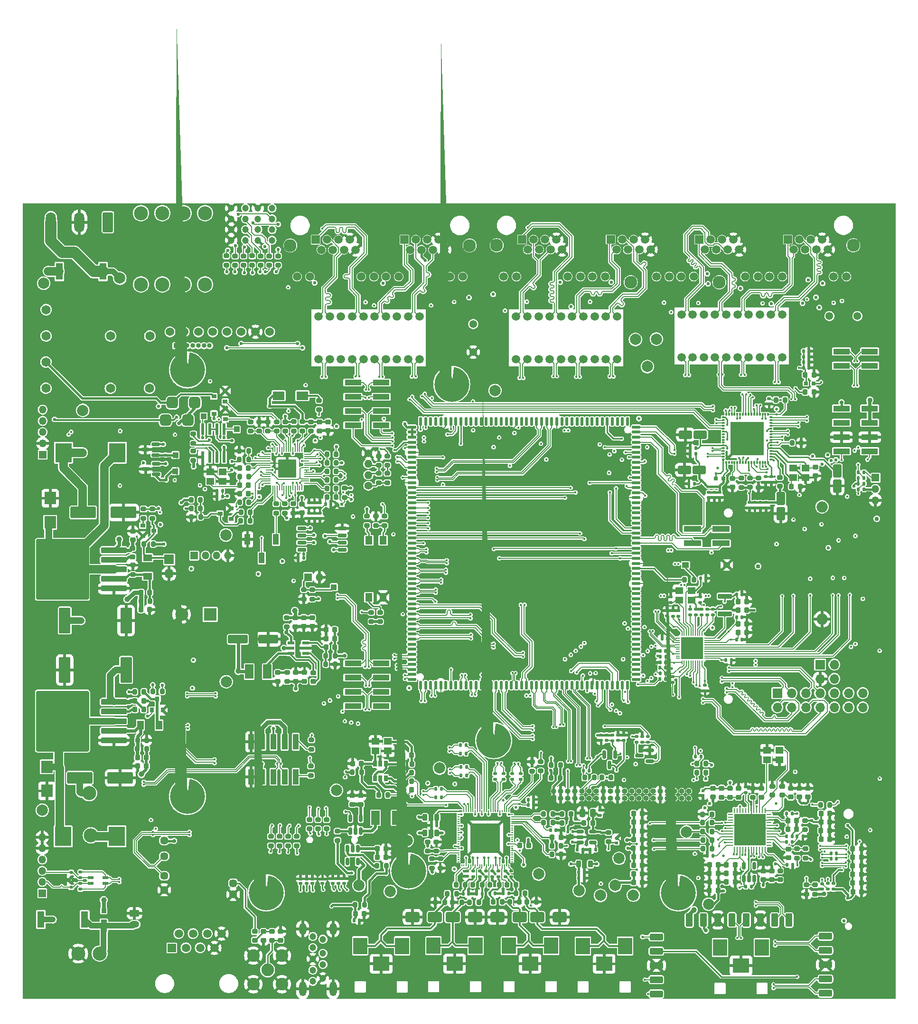
<source format=gtl>
G04 #@! TF.GenerationSoftware,KiCad,Pcbnew,8.0.0-rc1*
G04 #@! TF.CreationDate,2024-01-18T13:04:09+03:00*
G04 #@! TF.ProjectId,MXVR_3566,4d585652-5f33-4353-9636-2e6b69636164,REV1*
G04 #@! TF.SameCoordinates,Original*
G04 #@! TF.FileFunction,Copper,L1,Top*
G04 #@! TF.FilePolarity,Positive*
%FSLAX46Y46*%
G04 Gerber Fmt 4.6, Leading zero omitted, Abs format (unit mm)*
G04 Created by KiCad (PCBNEW 8.0.0-rc1) date 2024-01-18 13:04:09*
%MOMM*%
%LPD*%
G01*
G04 APERTURE LIST*
G04 Aperture macros list*
%AMRoundRect*
0 Rectangle with rounded corners*
0 $1 Rounding radius*
0 $2 $3 $4 $5 $6 $7 $8 $9 X,Y pos of 4 corners*
0 Add a 4 corners polygon primitive as box body*
4,1,4,$2,$3,$4,$5,$6,$7,$8,$9,$2,$3,0*
0 Add four circle primitives for the rounded corners*
1,1,$1+$1,$2,$3*
1,1,$1+$1,$4,$5*
1,1,$1+$1,$6,$7*
1,1,$1+$1,$8,$9*
0 Add four rect primitives between the rounded corners*
20,1,$1+$1,$2,$3,$4,$5,0*
20,1,$1+$1,$4,$5,$6,$7,0*
20,1,$1+$1,$6,$7,$8,$9,0*
20,1,$1+$1,$8,$9,$2,$3,0*%
%AMFreePoly0*
4,1,57,0.347090,3.080508,0.689815,3.022277,1.023865,2.926038,1.345040,2.793003,1.649299,2.624845,1.932818,2.423678,2.192031,2.192031,2.423678,1.932818,2.624845,1.649299,2.793003,1.345040,2.926038,1.023865,3.022277,0.689815,3.080508,0.347090,3.100000,0.000000,3.080508,-0.347090,3.022277,-0.689815,2.926038,-1.023865,2.793003,-1.345040,2.624845,-1.649299,2.423678,-1.932818,
2.192031,-2.192031,1.932818,-2.423678,1.649299,-2.624845,1.345040,-2.793003,1.023865,-2.926038,0.689815,-3.022277,0.347090,-3.080508,0.000000,-3.100000,-0.347090,-3.080508,-0.689815,-3.022277,-1.023865,-2.926038,-1.345040,-2.793003,-1.649299,-2.624845,-1.932818,-2.423678,-2.192031,-2.192031,-2.423678,-1.932818,-2.624845,-1.649299,-2.793003,-1.345040,-2.926038,-1.023865,-3.022277,-0.689815,
-3.080508,-0.347090,-3.100000,0.000000,-3.080508,0.347090,-3.022277,0.689815,-2.926038,1.023865,-2.793003,1.345040,-2.624845,1.649299,-2.423678,1.932818,-2.192031,2.192031,-1.932818,2.423678,-1.649299,2.624845,-1.345040,2.793003,-1.023865,2.926038,-0.689815,3.022277,-0.347090,3.080508,0.000000,3.100000,0.347090,3.080508,0.347090,3.080508,$1*%
%AMFreePoly1*
4,1,12,-0.135000,0.225000,0.135000,0.225000,0.135000,-0.090000,0.124724,-0.141662,0.095459,-0.185459,0.051662,-0.214724,0.000000,-0.225000,-0.051662,-0.214724,-0.095459,-0.185459,-0.124724,-0.141662,-0.135000,-0.090000,-0.135000,0.225000,-0.135000,0.225000,$1*%
%AMFreePoly2*
4,1,5,3.000000,-3.000000,-3.000000,-3.000000,-3.000000,3.000000,3.000000,3.000000,3.000000,-3.000000,3.000000,-3.000000,$1*%
G04 Aperture macros list end*
G04 #@! TA.AperFunction,SMDPad,CuDef*
%ADD10RoundRect,0.150000X-0.512500X-0.150000X0.512500X-0.150000X0.512500X0.150000X-0.512500X0.150000X0*%
G04 #@! TD*
G04 #@! TA.AperFunction,SMDPad,CuDef*
%ADD11RoundRect,0.150000X-0.150000X0.512500X-0.150000X-0.512500X0.150000X-0.512500X0.150000X0.512500X0*%
G04 #@! TD*
G04 #@! TA.AperFunction,SMDPad,CuDef*
%ADD12RoundRect,0.200000X0.200000X0.275000X-0.200000X0.275000X-0.200000X-0.275000X0.200000X-0.275000X0*%
G04 #@! TD*
G04 #@! TA.AperFunction,ComponentPad*
%ADD13R,1.350000X1.350000*%
G04 #@! TD*
G04 #@! TA.AperFunction,ComponentPad*
%ADD14O,1.350000X1.350000*%
G04 #@! TD*
G04 #@! TA.AperFunction,SMDPad,CuDef*
%ADD15RoundRect,0.140000X0.140000X0.170000X-0.140000X0.170000X-0.140000X-0.170000X0.140000X-0.170000X0*%
G04 #@! TD*
G04 #@! TA.AperFunction,SMDPad,CuDef*
%ADD16RoundRect,0.135000X-0.135000X-0.185000X0.135000X-0.185000X0.135000X0.185000X-0.135000X0.185000X0*%
G04 #@! TD*
G04 #@! TA.AperFunction,SMDPad,CuDef*
%ADD17RoundRect,0.135000X0.185000X-0.135000X0.185000X0.135000X-0.185000X0.135000X-0.185000X-0.135000X0*%
G04 #@! TD*
G04 #@! TA.AperFunction,SMDPad,CuDef*
%ADD18RoundRect,0.200000X-0.275000X0.200000X-0.275000X-0.200000X0.275000X-0.200000X0.275000X0.200000X0*%
G04 #@! TD*
G04 #@! TA.AperFunction,SMDPad,CuDef*
%ADD19RoundRect,0.200000X0.275000X-0.200000X0.275000X0.200000X-0.275000X0.200000X-0.275000X-0.200000X0*%
G04 #@! TD*
G04 #@! TA.AperFunction,SMDPad,CuDef*
%ADD20RoundRect,0.250001X-0.499999X0.924999X-0.499999X-0.924999X0.499999X-0.924999X0.499999X0.924999X0*%
G04 #@! TD*
G04 #@! TA.AperFunction,ComponentPad*
%ADD21C,1.500000*%
G04 #@! TD*
G04 #@! TA.AperFunction,SMDPad,CuDef*
%ADD22RoundRect,0.225000X-0.225000X-0.250000X0.225000X-0.250000X0.225000X0.250000X-0.225000X0.250000X0*%
G04 #@! TD*
G04 #@! TA.AperFunction,SMDPad,CuDef*
%ADD23RoundRect,0.135000X0.135000X0.185000X-0.135000X0.185000X-0.135000X-0.185000X0.135000X-0.185000X0*%
G04 #@! TD*
G04 #@! TA.AperFunction,WasherPad*
%ADD24FreePoly0,270.000000*%
G04 #@! TD*
G04 #@! TA.AperFunction,SMDPad,CuDef*
%ADD25R,1.000000X1.000000*%
G04 #@! TD*
G04 #@! TA.AperFunction,ComponentPad*
%ADD26C,1.400000*%
G04 #@! TD*
G04 #@! TA.AperFunction,ComponentPad*
%ADD27O,1.400000X1.400000*%
G04 #@! TD*
G04 #@! TA.AperFunction,ComponentPad*
%ADD28C,1.381000*%
G04 #@! TD*
G04 #@! TA.AperFunction,SMDPad,CuDef*
%ADD29RoundRect,0.250000X-1.000000X-0.650000X1.000000X-0.650000X1.000000X0.650000X-1.000000X0.650000X0*%
G04 #@! TD*
G04 #@! TA.AperFunction,SMDPad,CuDef*
%ADD30R,1.150000X1.650000*%
G04 #@! TD*
G04 #@! TA.AperFunction,SMDPad,CuDef*
%ADD31RoundRect,0.140000X-0.170000X0.140000X-0.170000X-0.140000X0.170000X-0.140000X0.170000X0.140000X0*%
G04 #@! TD*
G04 #@! TA.AperFunction,SMDPad,CuDef*
%ADD32RoundRect,0.062500X0.062500X-0.375000X0.062500X0.375000X-0.062500X0.375000X-0.062500X-0.375000X0*%
G04 #@! TD*
G04 #@! TA.AperFunction,SMDPad,CuDef*
%ADD33RoundRect,0.062500X0.375000X-0.062500X0.375000X0.062500X-0.375000X0.062500X-0.375000X-0.062500X0*%
G04 #@! TD*
G04 #@! TA.AperFunction,SMDPad,CuDef*
%ADD34R,5.600000X5.600000*%
G04 #@! TD*
G04 #@! TA.AperFunction,SMDPad,CuDef*
%ADD35R,1.300000X3.000000*%
G04 #@! TD*
G04 #@! TA.AperFunction,SMDPad,CuDef*
%ADD36R,0.650000X0.700000*%
G04 #@! TD*
G04 #@! TA.AperFunction,SMDPad,CuDef*
%ADD37RoundRect,0.200000X-0.200000X-0.275000X0.200000X-0.275000X0.200000X0.275000X-0.200000X0.275000X0*%
G04 #@! TD*
G04 #@! TA.AperFunction,SMDPad,CuDef*
%ADD38RoundRect,0.250000X1.000000X0.650000X-1.000000X0.650000X-1.000000X-0.650000X1.000000X-0.650000X0*%
G04 #@! TD*
G04 #@! TA.AperFunction,SMDPad,CuDef*
%ADD39RoundRect,0.218750X0.218750X0.256250X-0.218750X0.256250X-0.218750X-0.256250X0.218750X-0.256250X0*%
G04 #@! TD*
G04 #@! TA.AperFunction,ComponentPad*
%ADD40R,2.310000X2.310000*%
G04 #@! TD*
G04 #@! TA.AperFunction,ComponentPad*
%ADD41C,2.310000*%
G04 #@! TD*
G04 #@! TA.AperFunction,SMDPad,CuDef*
%ADD42RoundRect,0.225000X0.225000X0.250000X-0.225000X0.250000X-0.225000X-0.250000X0.225000X-0.250000X0*%
G04 #@! TD*
G04 #@! TA.AperFunction,ComponentPad*
%ADD43C,1.200000*%
G04 #@! TD*
G04 #@! TA.AperFunction,SMDPad,CuDef*
%ADD44R,1.400000X1.200000*%
G04 #@! TD*
G04 #@! TA.AperFunction,SMDPad,CuDef*
%ADD45RoundRect,0.225000X-0.250000X0.225000X-0.250000X-0.225000X0.250000X-0.225000X0.250000X0.225000X0*%
G04 #@! TD*
G04 #@! TA.AperFunction,SMDPad,CuDef*
%ADD46RoundRect,0.147500X-0.147500X-0.172500X0.147500X-0.172500X0.147500X0.172500X-0.147500X0.172500X0*%
G04 #@! TD*
G04 #@! TA.AperFunction,SMDPad,CuDef*
%ADD47R,0.650000X1.125000*%
G04 #@! TD*
G04 #@! TA.AperFunction,SMDPad,CuDef*
%ADD48RoundRect,0.140000X0.170000X-0.140000X0.170000X0.140000X-0.170000X0.140000X-0.170000X-0.140000X0*%
G04 #@! TD*
G04 #@! TA.AperFunction,ComponentPad*
%ADD49C,2.000000*%
G04 #@! TD*
G04 #@! TA.AperFunction,SMDPad,CuDef*
%ADD50RoundRect,0.225000X0.250000X-0.225000X0.250000X0.225000X-0.250000X0.225000X-0.250000X-0.225000X0*%
G04 #@! TD*
G04 #@! TA.AperFunction,SMDPad,CuDef*
%ADD51R,0.900000X0.800000*%
G04 #@! TD*
G04 #@! TA.AperFunction,SMDPad,CuDef*
%ADD52C,0.500000*%
G04 #@! TD*
G04 #@! TA.AperFunction,SMDPad,CuDef*
%ADD53RoundRect,0.140000X-0.140000X-0.170000X0.140000X-0.170000X0.140000X0.170000X-0.140000X0.170000X0*%
G04 #@! TD*
G04 #@! TA.AperFunction,SMDPad,CuDef*
%ADD54R,0.800000X0.900000*%
G04 #@! TD*
G04 #@! TA.AperFunction,SMDPad,CuDef*
%ADD55RoundRect,0.135000X-0.185000X0.135000X-0.185000X-0.135000X0.185000X-0.135000X0.185000X0.135000X0*%
G04 #@! TD*
G04 #@! TA.AperFunction,SMDPad,CuDef*
%ADD56R,0.700000X0.200000*%
G04 #@! TD*
G04 #@! TA.AperFunction,SMDPad,CuDef*
%ADD57R,0.200000X0.700000*%
G04 #@! TD*
G04 #@! TA.AperFunction,SMDPad,CuDef*
%ADD58R,3.950000X3.950000*%
G04 #@! TD*
G04 #@! TA.AperFunction,ComponentPad*
%ADD59R,1.500000X1.500000*%
G04 #@! TD*
G04 #@! TA.AperFunction,ComponentPad*
%ADD60C,2.300000*%
G04 #@! TD*
G04 #@! TA.AperFunction,SMDPad,CuDef*
%ADD61RoundRect,0.150000X0.587500X0.150000X-0.587500X0.150000X-0.587500X-0.150000X0.587500X-0.150000X0*%
G04 #@! TD*
G04 #@! TA.AperFunction,SMDPad,CuDef*
%ADD62R,0.550000X0.600000*%
G04 #@! TD*
G04 #@! TA.AperFunction,SMDPad,CuDef*
%ADD63RoundRect,0.125000X0.175000X-0.125000X0.175000X0.125000X-0.175000X0.125000X-0.175000X-0.125000X0*%
G04 #@! TD*
G04 #@! TA.AperFunction,SMDPad,CuDef*
%ADD64R,0.600000X0.550000*%
G04 #@! TD*
G04 #@! TA.AperFunction,SMDPad,CuDef*
%ADD65RoundRect,0.218750X-0.256250X0.218750X-0.256250X-0.218750X0.256250X-0.218750X0.256250X0.218750X0*%
G04 #@! TD*
G04 #@! TA.AperFunction,SMDPad,CuDef*
%ADD66RoundRect,0.050000X-0.050000X0.387500X-0.050000X-0.387500X0.050000X-0.387500X0.050000X0.387500X0*%
G04 #@! TD*
G04 #@! TA.AperFunction,SMDPad,CuDef*
%ADD67RoundRect,0.050000X-0.387500X0.050000X-0.387500X-0.050000X0.387500X-0.050000X0.387500X0.050000X0*%
G04 #@! TD*
G04 #@! TA.AperFunction,ComponentPad*
%ADD68C,0.600000*%
G04 #@! TD*
G04 #@! TA.AperFunction,SMDPad,CuDef*
%ADD69RoundRect,0.144000X-1.456000X1.456000X-1.456000X-1.456000X1.456000X-1.456000X1.456000X1.456000X0*%
G04 #@! TD*
G04 #@! TA.AperFunction,ComponentPad*
%ADD70R,0.850000X0.850000*%
G04 #@! TD*
G04 #@! TA.AperFunction,ComponentPad*
%ADD71O,0.850000X0.850000*%
G04 #@! TD*
G04 #@! TA.AperFunction,SMDPad,CuDef*
%ADD72RoundRect,0.500000X-0.500000X-0.500000X0.500000X-0.500000X0.500000X0.500000X-0.500000X0.500000X0*%
G04 #@! TD*
G04 #@! TA.AperFunction,SMDPad,CuDef*
%ADD73RoundRect,0.500000X0.500000X0.500000X-0.500000X0.500000X-0.500000X-0.500000X0.500000X-0.500000X0*%
G04 #@! TD*
G04 #@! TA.AperFunction,SMDPad,CuDef*
%ADD74RoundRect,0.150000X0.150000X-0.512500X0.150000X0.512500X-0.150000X0.512500X-0.150000X-0.512500X0*%
G04 #@! TD*
G04 #@! TA.AperFunction,SMDPad,CuDef*
%ADD75R,1.120000X2.170000*%
G04 #@! TD*
G04 #@! TA.AperFunction,SMDPad,CuDef*
%ADD76R,0.850000X0.850000*%
G04 #@! TD*
G04 #@! TA.AperFunction,ComponentPad*
%ADD77C,1.650000*%
G04 #@! TD*
G04 #@! TA.AperFunction,SMDPad,CuDef*
%ADD78FreePoly1,0.000000*%
G04 #@! TD*
G04 #@! TA.AperFunction,SMDPad,CuDef*
%ADD79FreePoly1,90.000000*%
G04 #@! TD*
G04 #@! TA.AperFunction,SMDPad,CuDef*
%ADD80FreePoly1,180.000000*%
G04 #@! TD*
G04 #@! TA.AperFunction,SMDPad,CuDef*
%ADD81FreePoly1,270.000000*%
G04 #@! TD*
G04 #@! TA.AperFunction,SMDPad,CuDef*
%ADD82FreePoly2,0.000000*%
G04 #@! TD*
G04 #@! TA.AperFunction,SMDPad,CuDef*
%ADD83R,3.000000X1.000000*%
G04 #@! TD*
G04 #@! TA.AperFunction,ComponentPad*
%ADD84R,1.700000X1.700000*%
G04 #@! TD*
G04 #@! TA.AperFunction,ComponentPad*
%ADD85O,1.700000X1.700000*%
G04 #@! TD*
G04 #@! TA.AperFunction,SMDPad,CuDef*
%ADD86RoundRect,0.150000X-0.150000X0.587500X-0.150000X-0.587500X0.150000X-0.587500X0.150000X0.587500X0*%
G04 #@! TD*
G04 #@! TA.AperFunction,SMDPad,CuDef*
%ADD87RoundRect,0.147500X0.147500X0.172500X-0.147500X0.172500X-0.147500X-0.172500X0.147500X-0.172500X0*%
G04 #@! TD*
G04 #@! TA.AperFunction,SMDPad,CuDef*
%ADD88RoundRect,0.250001X0.799999X-2.049999X0.799999X2.049999X-0.799999X2.049999X-0.799999X-2.049999X0*%
G04 #@! TD*
G04 #@! TA.AperFunction,SMDPad,CuDef*
%ADD89R,1.000000X2.750000*%
G04 #@! TD*
G04 #@! TA.AperFunction,SMDPad,CuDef*
%ADD90RoundRect,0.250001X-1.999999X-0.799999X1.999999X-0.799999X1.999999X0.799999X-1.999999X0.799999X0*%
G04 #@! TD*
G04 #@! TA.AperFunction,ComponentPad*
%ADD91R,2.500000X3.000000*%
G04 #@! TD*
G04 #@! TA.AperFunction,ComponentPad*
%ADD92R,3.000000X2.500000*%
G04 #@! TD*
G04 #@! TA.AperFunction,SMDPad,CuDef*
%ADD93RoundRect,0.041300X-0.253700X0.943700X-0.253700X-0.943700X0.253700X-0.943700X0.253700X0.943700X0*%
G04 #@! TD*
G04 #@! TA.AperFunction,SMDPad,CuDef*
%ADD94R,0.180000X0.400000*%
G04 #@! TD*
G04 #@! TA.AperFunction,SMDPad,CuDef*
%ADD95R,0.400000X0.180000*%
G04 #@! TD*
G04 #@! TA.AperFunction,SMDPad,CuDef*
%ADD96R,5.300000X5.300000*%
G04 #@! TD*
G04 #@! TA.AperFunction,SMDPad,CuDef*
%ADD97RoundRect,0.250001X-0.799999X2.049999X-0.799999X-2.049999X0.799999X-2.049999X0.799999X2.049999X0*%
G04 #@! TD*
G04 #@! TA.AperFunction,SMDPad,CuDef*
%ADD98RoundRect,0.250001X0.924999X0.499999X-0.924999X0.499999X-0.924999X-0.499999X0.924999X-0.499999X0*%
G04 #@! TD*
G04 #@! TA.AperFunction,SMDPad,CuDef*
%ADD99R,1.250000X1.500000*%
G04 #@! TD*
G04 #@! TA.AperFunction,SMDPad,CuDef*
%ADD100RoundRect,0.218750X0.256250X-0.218750X0.256250X0.218750X-0.256250X0.218750X-0.256250X-0.218750X0*%
G04 #@! TD*
G04 #@! TA.AperFunction,ComponentPad*
%ADD101R,1.000000X1.000000*%
G04 #@! TD*
G04 #@! TA.AperFunction,ComponentPad*
%ADD102O,1.000000X1.000000*%
G04 #@! TD*
G04 #@! TA.AperFunction,SMDPad,CuDef*
%ADD103RoundRect,0.250000X-1.500000X-0.550000X1.500000X-0.550000X1.500000X0.550000X-1.500000X0.550000X0*%
G04 #@! TD*
G04 #@! TA.AperFunction,SMDPad,CuDef*
%ADD104RoundRect,0.250000X2.050000X0.300000X-2.050000X0.300000X-2.050000X-0.300000X2.050000X-0.300000X0*%
G04 #@! TD*
G04 #@! TA.AperFunction,SMDPad,CuDef*
%ADD105RoundRect,0.250000X2.025000X2.375000X-2.025000X2.375000X-2.025000X-2.375000X2.025000X-2.375000X0*%
G04 #@! TD*
G04 #@! TA.AperFunction,SMDPad,CuDef*
%ADD106RoundRect,0.250002X4.449998X5.149998X-4.449998X5.149998X-4.449998X-5.149998X4.449998X-5.149998X0*%
G04 #@! TD*
G04 #@! TA.AperFunction,ComponentPad*
%ADD107RoundRect,0.250000X-0.625000X0.350000X-0.625000X-0.350000X0.625000X-0.350000X0.625000X0.350000X0*%
G04 #@! TD*
G04 #@! TA.AperFunction,ComponentPad*
%ADD108O,1.750000X1.200000*%
G04 #@! TD*
G04 #@! TA.AperFunction,SMDPad,CuDef*
%ADD109RoundRect,0.180000X1.070000X-0.270000X1.070000X0.270000X-1.070000X0.270000X-1.070000X-0.270000X0*%
G04 #@! TD*
G04 #@! TA.AperFunction,ComponentPad*
%ADD110C,2.500000*%
G04 #@! TD*
G04 #@! TA.AperFunction,SMDPad,CuDef*
%ADD111RoundRect,0.218750X0.218750X0.381250X-0.218750X0.381250X-0.218750X-0.381250X0.218750X-0.381250X0*%
G04 #@! TD*
G04 #@! TA.AperFunction,SMDPad,CuDef*
%ADD112R,1.050000X0.600000*%
G04 #@! TD*
G04 #@! TA.AperFunction,SMDPad,CuDef*
%ADD113R,1.500000X2.500000*%
G04 #@! TD*
G04 #@! TA.AperFunction,ComponentPad*
%ADD114O,2.000000X2.000000*%
G04 #@! TD*
G04 #@! TA.AperFunction,WasherPad*
%ADD115FreePoly0,0.000000*%
G04 #@! TD*
G04 #@! TA.AperFunction,SMDPad,CuDef*
%ADD116R,3.000000X3.500000*%
G04 #@! TD*
G04 #@! TA.AperFunction,SMDPad,CuDef*
%ADD117RoundRect,0.312500X0.887500X0.312500X-0.887500X0.312500X-0.887500X-0.312500X0.887500X-0.312500X0*%
G04 #@! TD*
G04 #@! TA.AperFunction,SMDPad,CuDef*
%ADD118RoundRect,0.312500X-0.312500X0.887500X-0.312500X-0.887500X0.312500X-0.887500X0.312500X0.887500X0*%
G04 #@! TD*
G04 #@! TA.AperFunction,SMDPad,CuDef*
%ADD119RoundRect,0.218750X-0.218750X-0.381250X0.218750X-0.381250X0.218750X0.381250X-0.218750X0.381250X0*%
G04 #@! TD*
G04 #@! TA.AperFunction,SMDPad,CuDef*
%ADD120RoundRect,0.150000X0.650000X0.150000X-0.650000X0.150000X-0.650000X-0.150000X0.650000X-0.150000X0*%
G04 #@! TD*
G04 #@! TA.AperFunction,ComponentPad*
%ADD121RoundRect,0.250000X0.650000X1.550000X-0.650000X1.550000X-0.650000X-1.550000X0.650000X-1.550000X0*%
G04 #@! TD*
G04 #@! TA.AperFunction,ComponentPad*
%ADD122O,1.800000X3.600000*%
G04 #@! TD*
G04 #@! TA.AperFunction,SMDPad,CuDef*
%ADD123RoundRect,0.125000X-0.625000X-0.125000X0.625000X-0.125000X0.625000X0.125000X-0.625000X0.125000X0*%
G04 #@! TD*
G04 #@! TA.AperFunction,SMDPad,CuDef*
%ADD124RoundRect,0.125000X0.125000X-0.625000X0.125000X0.625000X-0.125000X0.625000X-0.125000X-0.625000X0*%
G04 #@! TD*
G04 #@! TA.AperFunction,SMDPad,CuDef*
%ADD125RoundRect,0.125000X0.625000X0.125000X-0.625000X0.125000X-0.625000X-0.125000X0.625000X-0.125000X0*%
G04 #@! TD*
G04 #@! TA.AperFunction,SMDPad,CuDef*
%ADD126RoundRect,0.125000X-0.125000X0.625000X-0.125000X-0.625000X0.125000X-0.625000X0.125000X0.625000X0*%
G04 #@! TD*
G04 #@! TA.AperFunction,SMDPad,CuDef*
%ADD127R,1.000000X1.900000*%
G04 #@! TD*
G04 #@! TA.AperFunction,SMDPad,CuDef*
%ADD128R,1.200000X1.000000*%
G04 #@! TD*
G04 #@! TA.AperFunction,SMDPad,CuDef*
%ADD129RoundRect,0.250000X0.250000X0.475000X-0.250000X0.475000X-0.250000X-0.475000X0.250000X-0.475000X0*%
G04 #@! TD*
G04 #@! TA.AperFunction,SMDPad,CuDef*
%ADD130R,3.150000X1.000000*%
G04 #@! TD*
G04 #@! TA.AperFunction,SMDPad,CuDef*
%ADD131R,1.200000X0.600000*%
G04 #@! TD*
G04 #@! TA.AperFunction,SMDPad,CuDef*
%ADD132RoundRect,0.500000X-0.200000X-0.150000X0.200000X-0.150000X0.200000X0.150000X-0.200000X0.150000X0*%
G04 #@! TD*
G04 #@! TA.AperFunction,SMDPad,CuDef*
%ADD133R,2.050000X2.250000*%
G04 #@! TD*
G04 #@! TA.AperFunction,SMDPad,CuDef*
%ADD134R,2.120000X1.500000*%
G04 #@! TD*
G04 #@! TA.AperFunction,SMDPad,CuDef*
%ADD135R,1.650000X1.150000*%
G04 #@! TD*
G04 #@! TA.AperFunction,ComponentPad*
%ADD136C,2.250000*%
G04 #@! TD*
G04 #@! TA.AperFunction,ComponentPad*
%ADD137O,3.200000X2.000000*%
G04 #@! TD*
G04 #@! TA.AperFunction,ComponentPad*
%ADD138O,1.300000X2.100000*%
G04 #@! TD*
G04 #@! TA.AperFunction,ComponentPad*
%ADD139O,1.300000X2.600000*%
G04 #@! TD*
G04 #@! TA.AperFunction,ComponentPad*
%ADD140C,1.524000*%
G04 #@! TD*
G04 #@! TA.AperFunction,ViaPad*
%ADD141C,0.400000*%
G04 #@! TD*
G04 #@! TA.AperFunction,ViaPad*
%ADD142C,0.800000*%
G04 #@! TD*
G04 #@! TA.AperFunction,ViaPad*
%ADD143C,0.600000*%
G04 #@! TD*
G04 #@! TA.AperFunction,ViaPad*
%ADD144C,1.500000*%
G04 #@! TD*
G04 #@! TA.AperFunction,ViaPad*
%ADD145C,1.200000*%
G04 #@! TD*
G04 #@! TA.AperFunction,ViaPad*
%ADD146C,1.000000*%
G04 #@! TD*
G04 #@! TA.AperFunction,ViaPad*
%ADD147C,0.508000*%
G04 #@! TD*
G04 #@! TA.AperFunction,ViaPad*
%ADD148C,2.500000*%
G04 #@! TD*
G04 #@! TA.AperFunction,ViaPad*
%ADD149C,0.650000*%
G04 #@! TD*
G04 #@! TA.AperFunction,ViaPad*
%ADD150C,0.700000*%
G04 #@! TD*
G04 #@! TA.AperFunction,ViaPad*
%ADD151C,0.900000*%
G04 #@! TD*
G04 #@! TA.AperFunction,ViaPad*
%ADD152C,0.781000*%
G04 #@! TD*
G04 #@! TA.AperFunction,ViaPad*
%ADD153C,0.500000*%
G04 #@! TD*
G04 #@! TA.AperFunction,ViaPad*
%ADD154C,0.457000*%
G04 #@! TD*
G04 #@! TA.AperFunction,Conductor*
%ADD155C,0.135500*%
G04 #@! TD*
G04 #@! TA.AperFunction,Conductor*
%ADD156C,0.254000*%
G04 #@! TD*
G04 #@! TA.AperFunction,Conductor*
%ADD157C,0.200000*%
G04 #@! TD*
G04 #@! TA.AperFunction,Conductor*
%ADD158C,0.180000*%
G04 #@! TD*
G04 #@! TA.AperFunction,Conductor*
%ADD159C,0.500000*%
G04 #@! TD*
G04 #@! TA.AperFunction,Conductor*
%ADD160C,0.350000*%
G04 #@! TD*
G04 #@! TA.AperFunction,Conductor*
%ADD161C,0.300000*%
G04 #@! TD*
G04 #@! TA.AperFunction,Conductor*
%ADD162C,0.381000*%
G04 #@! TD*
G04 #@! TA.AperFunction,Conductor*
%ADD163C,0.762000*%
G04 #@! TD*
G04 #@! TA.AperFunction,Conductor*
%ADD164C,1.500000*%
G04 #@! TD*
G04 #@! TA.AperFunction,Conductor*
%ADD165C,1.200000*%
G04 #@! TD*
G04 #@! TA.AperFunction,Conductor*
%ADD166C,0.800000*%
G04 #@! TD*
G04 #@! TA.AperFunction,Conductor*
%ADD167C,0.400000*%
G04 #@! TD*
G04 #@! TA.AperFunction,Conductor*
%ADD168C,0.600000*%
G04 #@! TD*
G04 #@! TA.AperFunction,Conductor*
%ADD169C,1.000000*%
G04 #@! TD*
G04 #@! TA.AperFunction,Conductor*
%ADD170C,0.150000*%
G04 #@! TD*
G04 #@! TA.AperFunction,Conductor*
%ADD171C,2.000000*%
G04 #@! TD*
G04 #@! TA.AperFunction,Conductor*
%ADD172C,0.168300*%
G04 #@! TD*
G04 #@! TA.AperFunction,Conductor*
%ADD173C,0.127000*%
G04 #@! TD*
G04 #@! TA.AperFunction,Conductor*
%ADD174C,0.145600*%
G04 #@! TD*
G04 #@! TA.AperFunction,Conductor*
%ADD175C,0.700000*%
G04 #@! TD*
G04 #@! TA.AperFunction,Conductor*
%ADD176C,0.450000*%
G04 #@! TD*
G04 #@! TA.AperFunction,Conductor*
%ADD177C,0.508000*%
G04 #@! TD*
G04 #@! TA.AperFunction,Conductor*
%ADD178C,0.635000*%
G04 #@! TD*
G04 #@! TA.AperFunction,Conductor*
%ADD179C,0.380000*%
G04 #@! TD*
G04 #@! TA.AperFunction,Conductor*
%ADD180C,0.152000*%
G04 #@! TD*
G04 #@! TA.AperFunction,Conductor*
%ADD181C,0.203000*%
G04 #@! TD*
G04 #@! TA.AperFunction,Conductor*
%ADD182C,0.440000*%
G04 #@! TD*
G04 #@! TA.AperFunction,Conductor*
%ADD183C,0.356000*%
G04 #@! TD*
G04 #@! TA.AperFunction,Conductor*
%ADD184C,0.320000*%
G04 #@! TD*
G04 #@! TA.AperFunction,Conductor*
%ADD185C,0.176000*%
G04 #@! TD*
G04 #@! TA.AperFunction,Conductor*
%ADD186C,0.182770*%
G04 #@! TD*
G04 APERTURE END LIST*
D10*
X147032500Y-137630000D03*
X147032500Y-138580000D03*
X147032500Y-139530000D03*
X149307500Y-139530000D03*
X149307500Y-137630000D03*
D11*
X107410000Y-140692500D03*
X106460000Y-140692500D03*
X105510000Y-140692500D03*
X105510000Y-142967500D03*
X107410000Y-142967500D03*
D12*
X112475000Y-143700000D03*
X110825000Y-143700000D03*
D13*
X51110000Y-148590000D03*
D14*
X51110000Y-146590000D03*
X51110000Y-144590000D03*
X51110000Y-142590000D03*
X51110000Y-140590000D03*
X51110000Y-138590000D03*
D13*
X199730000Y-74560000D03*
D14*
X199730000Y-76560000D03*
X199730000Y-78560000D03*
D12*
X103535000Y-76515000D03*
X101885000Y-76515000D03*
D15*
X83260000Y-77900000D03*
X82300000Y-77900000D03*
D16*
X169760000Y-141890000D03*
X170780000Y-141890000D03*
D17*
X170730000Y-98980000D03*
X170730000Y-97960000D03*
D15*
X83260000Y-76910000D03*
X82300000Y-76910000D03*
D18*
X93400000Y-138475000D03*
X93400000Y-140125000D03*
D19*
X89810000Y-66250000D03*
X89810000Y-64600000D03*
D16*
X147660000Y-126730000D03*
X148680000Y-126730000D03*
D20*
X182815000Y-78295000D03*
X182815000Y-80945000D03*
D21*
X100390000Y-53470000D03*
X102390000Y-53470000D03*
X104390000Y-53470000D03*
X106390000Y-53470000D03*
X108390000Y-53470000D03*
X110390000Y-53470000D03*
X112390000Y-53470000D03*
X114390000Y-53470000D03*
X116390000Y-53470000D03*
X118390000Y-53470000D03*
X118390000Y-45850000D03*
X116390000Y-45850000D03*
X114390000Y-45850000D03*
X112390000Y-45850000D03*
X110390000Y-45850000D03*
X108390000Y-45850000D03*
X106390000Y-45850000D03*
X104390000Y-45850000D03*
X102390000Y-45850000D03*
X100390000Y-45850000D03*
D15*
X138750000Y-132890000D03*
X137790000Y-132890000D03*
D22*
X156580000Y-142100000D03*
X158130000Y-142100000D03*
D23*
X184855000Y-138475000D03*
X183835000Y-138475000D03*
D24*
X131620000Y-121400000D03*
D25*
X74850000Y-73390000D03*
D18*
X98770000Y-135455000D03*
X98770000Y-137105000D03*
D19*
X91345000Y-66250000D03*
X91345000Y-64600000D03*
D26*
X109270000Y-75980000D03*
D27*
X109270000Y-74080000D03*
D18*
X97730000Y-94517500D03*
X97730000Y-96167500D03*
D28*
X127980000Y-52180000D03*
X127980000Y-47180000D03*
D12*
X72485000Y-112620000D03*
X70835000Y-112620000D03*
D22*
X68130000Y-124420000D03*
X69680000Y-124420000D03*
D29*
X132302500Y-152840000D03*
X136302500Y-152840000D03*
D12*
X142165000Y-134500000D03*
X140515000Y-134500000D03*
D19*
X99020000Y-127585000D03*
X99020000Y-125935000D03*
D30*
X68617500Y-118625000D03*
X71917500Y-118625000D03*
D31*
X169340000Y-111550000D03*
X169340000Y-112510000D03*
D18*
X112670000Y-70705000D03*
X112670000Y-72355000D03*
D32*
X174560000Y-140722500D03*
X175060000Y-140722500D03*
X175560000Y-140722500D03*
X176060000Y-140722500D03*
X176560000Y-140722500D03*
X177060000Y-140722500D03*
X177560000Y-140722500D03*
X178060000Y-140722500D03*
X178560000Y-140722500D03*
X179060000Y-140722500D03*
X179560000Y-140722500D03*
X180060000Y-140722500D03*
D33*
X180747500Y-140035000D03*
X180747500Y-139535000D03*
X180747500Y-139035000D03*
X180747500Y-138535000D03*
X180747500Y-138035000D03*
X180747500Y-137535000D03*
X180747500Y-137035000D03*
X180747500Y-136535000D03*
X180747500Y-136035000D03*
X180747500Y-135535000D03*
X180747500Y-135035000D03*
X180747500Y-134535000D03*
D32*
X180060000Y-133847500D03*
X179560000Y-133847500D03*
X179060000Y-133847500D03*
X178560000Y-133847500D03*
X178060000Y-133847500D03*
X177560000Y-133847500D03*
X177060000Y-133847500D03*
X176560000Y-133847500D03*
X176060000Y-133847500D03*
X175560000Y-133847500D03*
X175060000Y-133847500D03*
X174560000Y-133847500D03*
D33*
X173872500Y-134535000D03*
X173872500Y-135035000D03*
X173872500Y-135535000D03*
X173872500Y-136035000D03*
X173872500Y-136535000D03*
X173872500Y-137035000D03*
X173872500Y-137535000D03*
X173872500Y-138035000D03*
X173872500Y-138535000D03*
X173872500Y-139035000D03*
X173872500Y-139535000D03*
X173872500Y-140035000D03*
D34*
X177310000Y-137285000D03*
D22*
X68130000Y-125950000D03*
X69680000Y-125950000D03*
D35*
X50880000Y-153275000D03*
X58680000Y-153275000D03*
D36*
X171245000Y-74730000D03*
X172595000Y-74730000D03*
D37*
X111105000Y-131060000D03*
X112755000Y-131060000D03*
D38*
X128300000Y-152830000D03*
X124300000Y-152830000D03*
D17*
X57910000Y-147880000D03*
X57910000Y-146860000D03*
D16*
X161330000Y-106440000D03*
X162350000Y-106440000D03*
D19*
X88570000Y-36675000D03*
X88570000Y-35025000D03*
D31*
X128020000Y-144650000D03*
X128020000Y-145610000D03*
D19*
X91610000Y-36685000D03*
X91610000Y-35035000D03*
D39*
X137887500Y-140100000D03*
X136312500Y-140100000D03*
D40*
X81042500Y-98902500D03*
D41*
X75962500Y-98902500D03*
D42*
X87885000Y-77370000D03*
X86335000Y-77370000D03*
D20*
X192940000Y-73360000D03*
X192940000Y-76010000D03*
D22*
X156575000Y-135945000D03*
X158125000Y-135945000D03*
D31*
X190240000Y-146880000D03*
X190240000Y-147840000D03*
D43*
X89550000Y-26540000D03*
X92090000Y-26540000D03*
X89550000Y-28440000D03*
X92090000Y-28440000D03*
X89550000Y-30340000D03*
X92090000Y-30340000D03*
X89550000Y-32240000D03*
X92090000Y-32240000D03*
D44*
X166960000Y-94650000D03*
X164760000Y-94650000D03*
X164760000Y-96350000D03*
X166960000Y-96350000D03*
D12*
X133160000Y-150160000D03*
X131510000Y-150160000D03*
D17*
X169730000Y-98990000D03*
X169730000Y-97970000D03*
D16*
X121265000Y-129980000D03*
X122285000Y-129980000D03*
D45*
X189050000Y-72680000D03*
X189050000Y-74230000D03*
D37*
X101885000Y-70415000D03*
X103535000Y-70415000D03*
D23*
X197700000Y-76610000D03*
X196680000Y-76610000D03*
D12*
X137245000Y-148640000D03*
X135595000Y-148640000D03*
D19*
X112130000Y-83060000D03*
X112130000Y-81410000D03*
D46*
X133352500Y-148650000D03*
X134322500Y-148650000D03*
D42*
X70280000Y-94985000D03*
X68730000Y-94985000D03*
D47*
X112370000Y-125490000D03*
X111420000Y-125490000D03*
X110470000Y-125490000D03*
X110470000Y-128114000D03*
X111420000Y-128114000D03*
X112370000Y-128114000D03*
D16*
X125790000Y-126080000D03*
X126810000Y-126080000D03*
D48*
X162540000Y-99190000D03*
X162540000Y-98230000D03*
D42*
X171657500Y-146595000D03*
X170107500Y-146595000D03*
D15*
X162290000Y-107440000D03*
X161330000Y-107440000D03*
D49*
X64940000Y-39000000D03*
X83870000Y-84760000D03*
D31*
X134770000Y-144650000D03*
X134770000Y-145610000D03*
D50*
X179387500Y-131480000D03*
X179387500Y-129930000D03*
D51*
X83750000Y-64090000D03*
X83750000Y-62190000D03*
X81750000Y-63140000D03*
D52*
X182090000Y-62300000D03*
D12*
X117015000Y-128630000D03*
X115365000Y-128630000D03*
D53*
X146820000Y-144850000D03*
X147780000Y-144850000D03*
D43*
X84810000Y-26540000D03*
X87350000Y-26540000D03*
X84810000Y-28440000D03*
X87350000Y-28440000D03*
X84810000Y-30340000D03*
X87350000Y-30340000D03*
X84810000Y-32240000D03*
X87350000Y-32240000D03*
D37*
X134520000Y-150160000D03*
X136170000Y-150160000D03*
D22*
X106465000Y-125480000D03*
X108015000Y-125480000D03*
D54*
X70680000Y-115970000D03*
X72580000Y-115970000D03*
X71630000Y-113970000D03*
D12*
X103535000Y-71910000D03*
X101885000Y-71910000D03*
D22*
X101722500Y-103208750D03*
X103272500Y-103208750D03*
D42*
X171662500Y-143545000D03*
X170112500Y-143545000D03*
D53*
X174960000Y-103420000D03*
X175920000Y-103420000D03*
D22*
X173132500Y-146595000D03*
X174682500Y-146595000D03*
X67650000Y-115850000D03*
X69200000Y-115850000D03*
D15*
X167670000Y-70280000D03*
X166710000Y-70280000D03*
D49*
X150670000Y-148990000D03*
D19*
X112660000Y-75430000D03*
X112660000Y-73780000D03*
D12*
X103535000Y-74965000D03*
X101885000Y-74965000D03*
D18*
X109820000Y-98535000D03*
X109820000Y-100185000D03*
D55*
X176595000Y-129640000D03*
X176595000Y-130660000D03*
D50*
X173815000Y-131470000D03*
X173815000Y-129920000D03*
D18*
X95890000Y-79210000D03*
X95890000Y-80860000D03*
D22*
X156585000Y-145150000D03*
X158135000Y-145150000D03*
X190025000Y-138990000D03*
X191575000Y-138990000D03*
D19*
X95975000Y-66225000D03*
X95975000Y-64575000D03*
D56*
X164460000Y-103130000D03*
X164460000Y-103530000D03*
X164460000Y-103930000D03*
X164460000Y-104330000D03*
X164460000Y-104730000D03*
X164460000Y-105130000D03*
X164460000Y-105530000D03*
X164460000Y-105930000D03*
X164460000Y-106330000D03*
X164460000Y-106730000D03*
D57*
X165210000Y-107480000D03*
X165610000Y-107480000D03*
X166010000Y-107480000D03*
X166410000Y-107480000D03*
X166810000Y-107480000D03*
X167210000Y-107480000D03*
X167610000Y-107480000D03*
X168010000Y-107480000D03*
X168410000Y-107480000D03*
X168810000Y-107480000D03*
D56*
X169560000Y-106730000D03*
X169560000Y-106330000D03*
X169560000Y-105930000D03*
X169560000Y-105530000D03*
X169560000Y-105130000D03*
X169560000Y-104730000D03*
X169560000Y-104330000D03*
X169560000Y-103930000D03*
X169560000Y-103530000D03*
X169560000Y-103130000D03*
D57*
X168810000Y-102380000D03*
X168410000Y-102380000D03*
X168010000Y-102380000D03*
X167610000Y-102380000D03*
X167210000Y-102380000D03*
X166810000Y-102380000D03*
X166410000Y-102380000D03*
X166010000Y-102380000D03*
X165610000Y-102380000D03*
X165210000Y-102380000D03*
D58*
X167010000Y-104930000D03*
D22*
X156570000Y-137485000D03*
X158120000Y-137485000D03*
D49*
X107620000Y-147190000D03*
D52*
X124630000Y-144290000D03*
D37*
X167850000Y-127065000D03*
X169500000Y-127065000D03*
D53*
X186890000Y-52010000D03*
X187850000Y-52010000D03*
D59*
X99870000Y-32150000D03*
X115670000Y-32150000D03*
D21*
X100890000Y-33930000D03*
X116690000Y-33930000D03*
X101910000Y-32150000D03*
X117710000Y-32150000D03*
X102930000Y-33930000D03*
X118730000Y-33930000D03*
X103950000Y-32150000D03*
X119750000Y-32150000D03*
X104970000Y-33930000D03*
X120770000Y-33930000D03*
X105990000Y-32150000D03*
X121790000Y-32150000D03*
X107010000Y-33930000D03*
X122810000Y-33930000D03*
X98880000Y-38740000D03*
X96590000Y-38740000D03*
X110310000Y-38740000D03*
X108020000Y-38740000D03*
X114690000Y-38740000D03*
X112400000Y-38740000D03*
X126120000Y-38740000D03*
X123830000Y-38740000D03*
D60*
X127340000Y-33170000D03*
X95340000Y-33170000D03*
D49*
X139660000Y-145170000D03*
D18*
X100300000Y-135455000D03*
X100300000Y-137105000D03*
D45*
X100575000Y-64640000D03*
X100575000Y-66190000D03*
D37*
X106415000Y-127000000D03*
X108065000Y-127000000D03*
D31*
X181120000Y-74400000D03*
X181120000Y-75360000D03*
D49*
X156910000Y-49920000D03*
D15*
X167670000Y-69300000D03*
X166710000Y-69300000D03*
D12*
X79335000Y-79990000D03*
X77685000Y-79990000D03*
D61*
X71405000Y-73975000D03*
X71405000Y-72075000D03*
X69530000Y-73025000D03*
D19*
X85520000Y-36695000D03*
X85520000Y-35045000D03*
D18*
X120580000Y-142455000D03*
X120580000Y-144105000D03*
D15*
X121490000Y-136470000D03*
X120530000Y-136470000D03*
D18*
X70720000Y-80145000D03*
X70720000Y-81795000D03*
D15*
X162260000Y-109420000D03*
X161300000Y-109420000D03*
D31*
X180140000Y-74400000D03*
X180140000Y-75360000D03*
D62*
X104567500Y-79300000D03*
X103717500Y-79300000D03*
D31*
X178230000Y-78960000D03*
X178230000Y-79920000D03*
D19*
X67240000Y-91795000D03*
X67240000Y-90145000D03*
D63*
X101100000Y-146860000D03*
X101100000Y-146060000D03*
D31*
X98695000Y-80860000D03*
X98695000Y-81820000D03*
D64*
X168952500Y-130325000D03*
X168952500Y-131175000D03*
D16*
X121265000Y-131510000D03*
X122285000Y-131510000D03*
D50*
X106397500Y-132740000D03*
X106397500Y-131190000D03*
X67230000Y-88660000D03*
X67230000Y-87110000D03*
D19*
X122100000Y-144105000D03*
X122100000Y-142455000D03*
D17*
X157110000Y-121650000D03*
X157110000Y-120630000D03*
D22*
X101735000Y-104738750D03*
X103285000Y-104738750D03*
D18*
X177867500Y-129885000D03*
X177867500Y-131535000D03*
D49*
X121970000Y-126290000D03*
D17*
X159120000Y-121660000D03*
X159120000Y-120640000D03*
D65*
X182720000Y-144592500D03*
X182720000Y-146167500D03*
D64*
X56270000Y-144882500D03*
X56270000Y-145732500D03*
D18*
X110590000Y-81410000D03*
X110590000Y-83060000D03*
D31*
X169970000Y-77150000D03*
X169970000Y-78110000D03*
D49*
X153310000Y-147210000D03*
D37*
X86525000Y-82240000D03*
X88175000Y-82240000D03*
D66*
X97420000Y-69522500D03*
X97020000Y-69522500D03*
X96620000Y-69522500D03*
X96220000Y-69522500D03*
X95820000Y-69522500D03*
X95420000Y-69522500D03*
X95020000Y-69522500D03*
X94620000Y-69522500D03*
X94220000Y-69522500D03*
X93820000Y-69522500D03*
X93420000Y-69522500D03*
X93020000Y-69522500D03*
X92620000Y-69522500D03*
X92220000Y-69522500D03*
D67*
X91382500Y-70360000D03*
X91382500Y-70760000D03*
X91382500Y-71160000D03*
X91382500Y-71560000D03*
X91382500Y-71960000D03*
X91382500Y-72360000D03*
X91382500Y-72760000D03*
X91382500Y-73160000D03*
X91382500Y-73560000D03*
X91382500Y-73960000D03*
X91382500Y-74360000D03*
X91382500Y-74760000D03*
X91382500Y-75160000D03*
X91382500Y-75560000D03*
D66*
X92220000Y-76397500D03*
X92620000Y-76397500D03*
X93020000Y-76397500D03*
X93420000Y-76397500D03*
X93820000Y-76397500D03*
X94220000Y-76397500D03*
X94620000Y-76397500D03*
X95020000Y-76397500D03*
X95420000Y-76397500D03*
X95820000Y-76397500D03*
X96220000Y-76397500D03*
X96620000Y-76397500D03*
X97020000Y-76397500D03*
X97420000Y-76397500D03*
D67*
X98257500Y-75560000D03*
X98257500Y-75160000D03*
X98257500Y-74760000D03*
X98257500Y-74360000D03*
X98257500Y-73960000D03*
X98257500Y-73560000D03*
X98257500Y-73160000D03*
X98257500Y-72760000D03*
X98257500Y-72360000D03*
X98257500Y-71960000D03*
X98257500Y-71560000D03*
X98257500Y-71160000D03*
X98257500Y-70760000D03*
X98257500Y-70360000D03*
D68*
X96095000Y-71685000D03*
X94820000Y-71685000D03*
X93545000Y-71685000D03*
X96095000Y-72960000D03*
X94820000Y-72960000D03*
D69*
X94820000Y-72960000D03*
D68*
X93545000Y-72960000D03*
X96095000Y-74235000D03*
X94820000Y-74235000D03*
X93545000Y-74235000D03*
D18*
X78060000Y-69795000D03*
X78060000Y-71445000D03*
D48*
X150620000Y-134740000D03*
X150620000Y-133780000D03*
D22*
X195660000Y-142170000D03*
X197210000Y-142170000D03*
D49*
X159040000Y-54750000D03*
D22*
X156575000Y-146660000D03*
X158125000Y-146660000D03*
D17*
X152800000Y-121420000D03*
X152800000Y-120400000D03*
D53*
X146560000Y-140800000D03*
X147520000Y-140800000D03*
D70*
X74950000Y-51030000D03*
D71*
X75950000Y-51030000D03*
X76950000Y-51030000D03*
X77950000Y-51030000D03*
X78950000Y-51030000D03*
X79950000Y-51030000D03*
X80950000Y-51030000D03*
D72*
X77084290Y-64290000D03*
D73*
X73084290Y-64290000D03*
D74*
X106030000Y-137507500D03*
X106980000Y-137507500D03*
X107930000Y-137507500D03*
X107930000Y-135232500D03*
X106030000Y-135232500D03*
D23*
X197690000Y-73580000D03*
X196670000Y-73580000D03*
D12*
X87935000Y-78900000D03*
X86285000Y-78900000D03*
D75*
X62080000Y-154400000D03*
D76*
X62080000Y-151720000D03*
D50*
X181330000Y-131075000D03*
X181330000Y-129525000D03*
D65*
X182670000Y-74492500D03*
X182670000Y-76067500D03*
D48*
X153810000Y-121380000D03*
X153810000Y-120420000D03*
D37*
X101865000Y-78035000D03*
X103515000Y-78035000D03*
X189925000Y-132860000D03*
X191575000Y-132860000D03*
D19*
X90090000Y-36685000D03*
X90090000Y-35035000D03*
D48*
X164600000Y-99210000D03*
X164600000Y-98250000D03*
D77*
X51800000Y-44610000D03*
X51800000Y-49310000D03*
X63300000Y-49310000D03*
X70300000Y-49310000D03*
D12*
X87935000Y-74340000D03*
X86285000Y-74340000D03*
D31*
X130240000Y-144650000D03*
X130240000Y-145610000D03*
D63*
X102890000Y-146820000D03*
X102890000Y-146020000D03*
D78*
X180590000Y-63300000D03*
X180090000Y-63300000D03*
X179590000Y-63300000D03*
X179090000Y-63300000D03*
X178590000Y-63300000D03*
X178090000Y-63300000D03*
X177590000Y-63300000D03*
X177090000Y-63300000D03*
X176590000Y-63300000D03*
X176090000Y-63300000D03*
X175590000Y-63300000D03*
X175090000Y-63300000D03*
X174590000Y-63300000D03*
X174090000Y-63300000D03*
X173590000Y-63300000D03*
X173090000Y-63300000D03*
D79*
X172590000Y-63800000D03*
X172590000Y-64300000D03*
X172590000Y-64800000D03*
X172590000Y-65300000D03*
X172590000Y-65800000D03*
X172590000Y-66300000D03*
X172590000Y-66800000D03*
X172590000Y-67300000D03*
X172590000Y-67800000D03*
X172590000Y-68300000D03*
X172590000Y-68800000D03*
X172590000Y-69300000D03*
X172590000Y-69800000D03*
X172590000Y-70300000D03*
X172590000Y-70800000D03*
X172590000Y-71300000D03*
D80*
X173090000Y-71800000D03*
X173590000Y-71800000D03*
X174090000Y-71800000D03*
X174590000Y-71800000D03*
X175090000Y-71800000D03*
X175590000Y-71800000D03*
X176090000Y-71800000D03*
X176590000Y-71800000D03*
X177090000Y-71800000D03*
X177590000Y-71800000D03*
X178090000Y-71800000D03*
X178590000Y-71800000D03*
X179090000Y-71800000D03*
X179590000Y-71800000D03*
X180090000Y-71800000D03*
X180590000Y-71800000D03*
D81*
X181090000Y-71300000D03*
X181090000Y-70800000D03*
X181090000Y-70300000D03*
X181090000Y-69800000D03*
X181090000Y-69300000D03*
X181090000Y-68800000D03*
X181090000Y-68300000D03*
X181090000Y-67800000D03*
X181090000Y-67300000D03*
X181090000Y-66800000D03*
X181090000Y-66300000D03*
X181090000Y-65800000D03*
X181090000Y-65300000D03*
X181090000Y-64800000D03*
X181090000Y-64300000D03*
X181090000Y-63800000D03*
D82*
X176840000Y-67550000D03*
D39*
X149287500Y-136080000D03*
X147712500Y-136080000D03*
D83*
X106520000Y-107620000D03*
X111560000Y-107620000D03*
X106520000Y-110160000D03*
X111560000Y-110160000D03*
X106520000Y-112700000D03*
X111560000Y-112700000D03*
X106520000Y-115240000D03*
X111560000Y-115240000D03*
D84*
X73735000Y-89120000D03*
D85*
X73735000Y-91660000D03*
D50*
X93640000Y-156965000D03*
X93640000Y-155415000D03*
D18*
X152100000Y-137765000D03*
X152100000Y-139415000D03*
D13*
X78220000Y-88430000D03*
D14*
X80220000Y-88430000D03*
X82220000Y-88430000D03*
X84220000Y-88430000D03*
D16*
X161280000Y-108430000D03*
X162300000Y-108430000D03*
D19*
X111350000Y-100185000D03*
X111350000Y-98535000D03*
D55*
X57920000Y-144780000D03*
X57920000Y-145800000D03*
D50*
X183100000Y-131125000D03*
X183100000Y-129575000D03*
D44*
X112770000Y-121550000D03*
X110570000Y-121550000D03*
X110570000Y-123250000D03*
X112770000Y-123250000D03*
D46*
X128590000Y-148670000D03*
X129560000Y-148670000D03*
D37*
X167850000Y-125505000D03*
X169500000Y-125505000D03*
D18*
X121420000Y-139430000D03*
X121420000Y-141080000D03*
D86*
X153260000Y-123850000D03*
X151360000Y-123850000D03*
X152310000Y-125725000D03*
D45*
X174240000Y-74670000D03*
X174240000Y-76220000D03*
D18*
X92820000Y-79200000D03*
X92820000Y-80850000D03*
D45*
X97880000Y-109273750D03*
X97880000Y-110823750D03*
D22*
X156575000Y-143630000D03*
X158125000Y-143630000D03*
D12*
X145450000Y-134500000D03*
X143800000Y-134500000D03*
D48*
X163220000Y-96780000D03*
X163220000Y-95820000D03*
D87*
X127160000Y-148670000D03*
X126190000Y-148670000D03*
D88*
X66060000Y-108800000D03*
X66060000Y-100000000D03*
D42*
X143610000Y-138610000D03*
X142060000Y-138610000D03*
D22*
X173127500Y-145055000D03*
X174677500Y-145055000D03*
D31*
X180770000Y-60440000D03*
X180770000Y-61400000D03*
D50*
X99245000Y-101055000D03*
X99245000Y-99505000D03*
D18*
X109050000Y-81410000D03*
X109050000Y-83060000D03*
D89*
X88330000Y-121605000D03*
X88330000Y-127855000D03*
X90330000Y-121605000D03*
X90330000Y-127855000D03*
X92330000Y-121605000D03*
X92330000Y-127855000D03*
X94330000Y-121605000D03*
X94330000Y-127855000D03*
X96330000Y-121605000D03*
X96330000Y-127855000D03*
D90*
X58420000Y-80745000D03*
X65620000Y-80745000D03*
D53*
X174960000Y-99380000D03*
X175920000Y-99380000D03*
D52*
X172640000Y-141955000D03*
D22*
X190010000Y-135920000D03*
X191560000Y-135920000D03*
D19*
X94792500Y-110878750D03*
X94792500Y-109228750D03*
D50*
X175330000Y-131470000D03*
X175330000Y-129920000D03*
D45*
X184230000Y-140715000D03*
X184230000Y-142265000D03*
D22*
X101725000Y-101653750D03*
X103275000Y-101653750D03*
D19*
X175780000Y-76265000D03*
X175780000Y-74615000D03*
D31*
X179210000Y-78950000D03*
X179210000Y-79910000D03*
D91*
X107810000Y-157970000D03*
X115310000Y-157970000D03*
D92*
X111560000Y-161170000D03*
D37*
X127310000Y-150190000D03*
X128960000Y-150190000D03*
D49*
X146860000Y-148090000D03*
D22*
X106975000Y-152210000D03*
X108525000Y-152210000D03*
D64*
X153520000Y-139600000D03*
X153520000Y-138750000D03*
D90*
X57820000Y-128050000D03*
X65020000Y-128050000D03*
D93*
X83520000Y-65930000D03*
X82250000Y-65930000D03*
X80980000Y-65930000D03*
X79710000Y-65930000D03*
X79710000Y-70880000D03*
X80980000Y-70880000D03*
X82250000Y-70880000D03*
X83520000Y-70880000D03*
D12*
X129575000Y-147120000D03*
X127925000Y-147120000D03*
D29*
X117150000Y-152830000D03*
X121150000Y-152830000D03*
D50*
X179680000Y-146165000D03*
X179680000Y-144615000D03*
D63*
X103920000Y-146820000D03*
X103920000Y-146020000D03*
D18*
X138500000Y-125165000D03*
X138500000Y-126815000D03*
D19*
X94445000Y-66242500D03*
X94445000Y-64592500D03*
D63*
X98250000Y-146830000D03*
X98250000Y-146030000D03*
D31*
X180210000Y-78960000D03*
X180210000Y-79920000D03*
D37*
X67605000Y-112720000D03*
X69255000Y-112720000D03*
D16*
X196670000Y-75590000D03*
X197690000Y-75590000D03*
D37*
X184865000Y-68350000D03*
X186515000Y-68350000D03*
D49*
X51360000Y-39910000D03*
D22*
X110875000Y-140650000D03*
X112425000Y-140650000D03*
D31*
X171950000Y-77140000D03*
X171950000Y-78100000D03*
D94*
X125930000Y-143590000D03*
X126330000Y-143590000D03*
X126730000Y-143590000D03*
X127130000Y-143590000D03*
X127530000Y-143590000D03*
X127930000Y-143590000D03*
X128330000Y-143590000D03*
X128730000Y-143590000D03*
X129130000Y-143590000D03*
X129530000Y-143590000D03*
X129930000Y-143590000D03*
X130330000Y-143590000D03*
X130730000Y-143590000D03*
X131130000Y-143590000D03*
X131530000Y-143590000D03*
X131930000Y-143590000D03*
X132330000Y-143590000D03*
X132730000Y-143590000D03*
X133130000Y-143590000D03*
X133530000Y-143590000D03*
X133930000Y-143590000D03*
X134330000Y-143590000D03*
D95*
X134930000Y-142990000D03*
X134930000Y-142590000D03*
X134930000Y-142190000D03*
X134930000Y-141790000D03*
X134930000Y-141390000D03*
X134930000Y-140990000D03*
X134930000Y-140590000D03*
X134930000Y-140190000D03*
X134930000Y-139790000D03*
X134930000Y-139390000D03*
X134930000Y-138990000D03*
X134930000Y-138590000D03*
X134930000Y-138190000D03*
X134930000Y-137790000D03*
X134930000Y-137390000D03*
X134930000Y-136990000D03*
X134930000Y-136590000D03*
X134930000Y-136190000D03*
X134930000Y-135790000D03*
X134930000Y-135390000D03*
X134930000Y-134990000D03*
X134930000Y-134590000D03*
D94*
X134330000Y-133990000D03*
X133930000Y-133990000D03*
X133530000Y-133990000D03*
X133130000Y-133990000D03*
X132730000Y-133990000D03*
X132330000Y-133990000D03*
X131930000Y-133990000D03*
X131530000Y-133990000D03*
X131130000Y-133990000D03*
X130730000Y-133990000D03*
X130330000Y-133990000D03*
X129930000Y-133990000D03*
X129530000Y-133990000D03*
X129130000Y-133990000D03*
X128730000Y-133990000D03*
X128330000Y-133990000D03*
X127930000Y-133990000D03*
X127530000Y-133990000D03*
X127130000Y-133990000D03*
X126730000Y-133990000D03*
X126330000Y-133990000D03*
X125930000Y-133990000D03*
D95*
X125330000Y-134590000D03*
X125330000Y-134990000D03*
X125330000Y-135390000D03*
X125330000Y-135790000D03*
X125330000Y-136190000D03*
X125330000Y-136590000D03*
X125330000Y-136990000D03*
X125330000Y-137390000D03*
X125330000Y-137790000D03*
X125330000Y-138190000D03*
X125330000Y-138590000D03*
X125330000Y-138990000D03*
X125330000Y-139390000D03*
X125330000Y-139790000D03*
X125330000Y-140190000D03*
X125330000Y-140590000D03*
X125330000Y-140990000D03*
X125330000Y-141390000D03*
X125330000Y-141790000D03*
X125330000Y-142190000D03*
X125330000Y-142590000D03*
X125330000Y-142990000D03*
D96*
X130130000Y-138790000D03*
D50*
X186155000Y-131435000D03*
X186155000Y-129885000D03*
D36*
X188655000Y-57760000D03*
X187305000Y-57760000D03*
D12*
X142175000Y-136030000D03*
X140525000Y-136030000D03*
D97*
X55110000Y-100000000D03*
X55110000Y-108800000D03*
D48*
X98690000Y-79945000D03*
X98690000Y-78985000D03*
D15*
X167420000Y-75620000D03*
X166460000Y-75620000D03*
D53*
X191780000Y-142450000D03*
X192740000Y-142450000D03*
D50*
X187675000Y-131440000D03*
X187675000Y-129890000D03*
D59*
X136695000Y-32120000D03*
X152495000Y-32120000D03*
X168295000Y-32120000D03*
X184095000Y-32120000D03*
D21*
X137715000Y-33900000D03*
X153515000Y-33900000D03*
X169315000Y-33900000D03*
X185115000Y-33900000D03*
X138735000Y-32120000D03*
X154535000Y-32120000D03*
X170335000Y-32120000D03*
X186135000Y-32120000D03*
X139755000Y-33900000D03*
X155555000Y-33900000D03*
X171355000Y-33900000D03*
X187155000Y-33900000D03*
X140775000Y-32120000D03*
X156575000Y-32120000D03*
X172375000Y-32120000D03*
X188175000Y-32120000D03*
X141795000Y-33900000D03*
X157595000Y-33900000D03*
X173395000Y-33900000D03*
X189195000Y-33900000D03*
X142815000Y-32120000D03*
X158615000Y-32120000D03*
X174415000Y-32120000D03*
X190215000Y-32120000D03*
X143835000Y-33900000D03*
X159635000Y-33900000D03*
X175435000Y-33900000D03*
X191235000Y-33900000D03*
X135695000Y-38710000D03*
X133405000Y-38710000D03*
X147125000Y-38710000D03*
X144835000Y-38710000D03*
X151505000Y-38710000D03*
X149215000Y-38710000D03*
X162935000Y-38710000D03*
X160645000Y-38710000D03*
X167315000Y-38710000D03*
X165025000Y-38710000D03*
X178745000Y-38710000D03*
X176455000Y-38710000D03*
X183125000Y-38710000D03*
X180835000Y-38710000D03*
X194555000Y-38710000D03*
X192265000Y-38710000D03*
D60*
X195765000Y-33140000D03*
X171865000Y-39730000D03*
X156065000Y-39730000D03*
X132165000Y-33140000D03*
D98*
X168495000Y-66880000D03*
X165845000Y-66880000D03*
D49*
X51120000Y-133800000D03*
D55*
X131860000Y-127280000D03*
X131860000Y-128300000D03*
D15*
X162310000Y-105440000D03*
X161350000Y-105440000D03*
D99*
X109370000Y-95865000D03*
X111910000Y-95865000D03*
X111910000Y-85705000D03*
X109370000Y-85705000D03*
D44*
X180390000Y-124790000D03*
X182590000Y-124790000D03*
X182590000Y-123090000D03*
X180390000Y-123090000D03*
D55*
X166700000Y-97977500D03*
X166700000Y-98997500D03*
D31*
X100665000Y-80855000D03*
X100665000Y-81815000D03*
D50*
X99432500Y-110853750D03*
X99432500Y-109303750D03*
D13*
X51180000Y-70435000D03*
D14*
X51180000Y-68435000D03*
X51180000Y-66435000D03*
X51180000Y-64435000D03*
X51180000Y-62435000D03*
D22*
X184127500Y-135685000D03*
X185677500Y-135685000D03*
D42*
X171652500Y-145065000D03*
X170102500Y-145065000D03*
D48*
X154810000Y-121390000D03*
X154810000Y-120430000D03*
D100*
X172295000Y-131467500D03*
X172295000Y-129892500D03*
D37*
X101685000Y-107768750D03*
X103335000Y-107768750D03*
D31*
X132450000Y-144660000D03*
X132450000Y-145620000D03*
D101*
X142310000Y-131660000D03*
D102*
X142310000Y-130390000D03*
X143580000Y-131660000D03*
X143580000Y-130390000D03*
X144850000Y-131660000D03*
X144850000Y-130390000D03*
X146120000Y-131660000D03*
X146120000Y-130390000D03*
X147390000Y-131660000D03*
X147390000Y-130390000D03*
X148660000Y-131660000D03*
X148660000Y-130390000D03*
X149930000Y-131660000D03*
X149930000Y-130390000D03*
X151200000Y-131660000D03*
X151200000Y-130390000D03*
X152470000Y-131660000D03*
X152470000Y-130390000D03*
X153740000Y-131660000D03*
X153740000Y-130390000D03*
X155010000Y-131660000D03*
X155010000Y-130390000D03*
X156280000Y-131660000D03*
X156280000Y-130390000D03*
X157550000Y-131660000D03*
X157550000Y-130390000D03*
X158820000Y-131660000D03*
X158820000Y-130390000D03*
X160090000Y-131660000D03*
X160090000Y-130390000D03*
X161360000Y-131660000D03*
X161360000Y-130390000D03*
X162630000Y-131660000D03*
X162630000Y-130390000D03*
X163900000Y-131660000D03*
X163900000Y-130390000D03*
X165170000Y-131660000D03*
X165170000Y-130390000D03*
X166440000Y-131660000D03*
X166440000Y-130390000D03*
D12*
X103535000Y-73430000D03*
X101885000Y-73430000D03*
D22*
X189975000Y-137440000D03*
X191525000Y-137440000D03*
X195660000Y-145250000D03*
X197210000Y-145250000D03*
D37*
X137585000Y-150170000D03*
X139235000Y-150170000D03*
D49*
X113190000Y-148260000D03*
D16*
X167600000Y-124250000D03*
X168620000Y-124250000D03*
D25*
X85790000Y-65930000D03*
D16*
X185767500Y-138475000D03*
X186787500Y-138475000D03*
D77*
X51760000Y-53930000D03*
X51760000Y-58630000D03*
X63260000Y-58630000D03*
X70260000Y-58630000D03*
D18*
X100500000Y-60785000D03*
X100500000Y-62435000D03*
D12*
X170552500Y-134515000D03*
X168902500Y-134515000D03*
D42*
X70275000Y-98030000D03*
X68725000Y-98030000D03*
D12*
X79345000Y-81520000D03*
X77695000Y-81520000D03*
D103*
X86000000Y-103348750D03*
X91400000Y-103348750D03*
D12*
X132610000Y-147120000D03*
X130960000Y-147120000D03*
D53*
X106695000Y-153470000D03*
X107655000Y-153470000D03*
D16*
X176590000Y-147420000D03*
X177610000Y-147420000D03*
D18*
X187420000Y-147115000D03*
X187420000Y-148765000D03*
D19*
X83970000Y-36675000D03*
X83970000Y-35025000D03*
D104*
X63867500Y-121320000D03*
X63867500Y-119620000D03*
X63867500Y-117920000D03*
D105*
X57142500Y-120695000D03*
X57142500Y-115145000D03*
D106*
X54717500Y-117920000D03*
D105*
X52292500Y-120695000D03*
X52292500Y-115145000D03*
D104*
X63867500Y-116220000D03*
X63867500Y-114520000D03*
D84*
X189850000Y-107850000D03*
D85*
X189850000Y-110390000D03*
X192390000Y-107850000D03*
X192390000Y-110390000D03*
D42*
X69200000Y-114310000D03*
X67650000Y-114310000D03*
D22*
X156550000Y-140560000D03*
X158100000Y-140560000D03*
D48*
X99665000Y-79940000D03*
X99665000Y-78980000D03*
D22*
X115435000Y-130150000D03*
X116985000Y-130150000D03*
D18*
X99035000Y-64585000D03*
X99035000Y-66235000D03*
X140030000Y-125155000D03*
X140030000Y-126805000D03*
D107*
X67555000Y-152145000D03*
D108*
X67555000Y-154145000D03*
D18*
X94700000Y-99465000D03*
X94700000Y-101115000D03*
D109*
X172840000Y-98790000D03*
X172840000Y-95690000D03*
D53*
X174965000Y-95350000D03*
X175925000Y-95350000D03*
D45*
X96340000Y-109278750D03*
X96340000Y-110828750D03*
D110*
X68715000Y-27420000D03*
X72525000Y-27420000D03*
X76335000Y-27420000D03*
X80145000Y-27420000D03*
X68715000Y-40120000D03*
X72525000Y-40120000D03*
X76335000Y-40120000D03*
X80145000Y-40120000D03*
D19*
X93150000Y-36685000D03*
X93150000Y-35035000D03*
D37*
X181965000Y-60690000D03*
X183615000Y-60690000D03*
D45*
X67255000Y-84055000D03*
X67255000Y-85605000D03*
D15*
X97730000Y-88840000D03*
X96770000Y-88840000D03*
D12*
X143545000Y-125720000D03*
X141895000Y-125720000D03*
D49*
X131870000Y-59020000D03*
D37*
X150920000Y-127990000D03*
X152570000Y-127990000D03*
D22*
X195680000Y-148320000D03*
X197230000Y-148320000D03*
D17*
X163510000Y-111060000D03*
X163510000Y-110040000D03*
D22*
X187205000Y-56230000D03*
X188755000Y-56230000D03*
D111*
X148892500Y-143400000D03*
X146767500Y-143400000D03*
D84*
X182230000Y-112935000D03*
D85*
X184770000Y-112935000D03*
X187310000Y-112935000D03*
X189850000Y-112935000D03*
X192390000Y-112935000D03*
X194930000Y-112935000D03*
X197470000Y-112935000D03*
X182230000Y-115475000D03*
X184770000Y-115475000D03*
X187310000Y-115475000D03*
X189850000Y-115475000D03*
X192390000Y-115475000D03*
X194930000Y-115475000D03*
X197470000Y-115475000D03*
D22*
X173142500Y-143525000D03*
X174692500Y-143525000D03*
D55*
X158110000Y-120640000D03*
X158110000Y-121660000D03*
D42*
X176775000Y-98130000D03*
X175225000Y-98130000D03*
D23*
X184950000Y-143500000D03*
X183930000Y-143500000D03*
D63*
X104950000Y-146810000D03*
X104950000Y-146010000D03*
D52*
X181980000Y-132615000D03*
D83*
X193660000Y-52070000D03*
X198700000Y-52070000D03*
X193660000Y-54610000D03*
X198700000Y-54610000D03*
D48*
X100645000Y-79940000D03*
X100645000Y-78980000D03*
D51*
X83735000Y-61020000D03*
X83735000Y-59120000D03*
X81735000Y-60070000D03*
D49*
X83930000Y-110910000D03*
D15*
X142745000Y-137330000D03*
X141785000Y-137330000D03*
D22*
X86335000Y-75850000D03*
X87885000Y-75850000D03*
X156575000Y-134410000D03*
X158125000Y-134410000D03*
D112*
X62395000Y-145830000D03*
X59745000Y-145830000D03*
X59745000Y-146830000D03*
X62395000Y-146830000D03*
D50*
X181200000Y-146165000D03*
X181200000Y-144615000D03*
D52*
X116535000Y-112020000D03*
D49*
X58340000Y-62560000D03*
D72*
X78314290Y-61190000D03*
D73*
X74314290Y-61190000D03*
D22*
X190005000Y-134390000D03*
X191555000Y-134390000D03*
D55*
X191240000Y-146870000D03*
X191240000Y-147890000D03*
D19*
X178870000Y-76270000D03*
X178870000Y-74620000D03*
D113*
X110533265Y-135160000D03*
X114233265Y-135160000D03*
D114*
X190200000Y-79740000D03*
X190200000Y-99740000D03*
D115*
X164570000Y-148550000D03*
D22*
X175240000Y-102160000D03*
X176790000Y-102160000D03*
D37*
X68675000Y-96515000D03*
X70325000Y-96515000D03*
D22*
X115425000Y-124010000D03*
X116975000Y-124010000D03*
D55*
X167710000Y-97967500D03*
X167710000Y-98987500D03*
D18*
X187177500Y-135620000D03*
X187177500Y-137270000D03*
D74*
X176237500Y-145970000D03*
X177187500Y-145970000D03*
X178137500Y-145970000D03*
X178137500Y-143695000D03*
X176237500Y-143695000D03*
D22*
X175230000Y-96610000D03*
X176780000Y-96610000D03*
D116*
X64490000Y-70090000D03*
X54890000Y-70090000D03*
D31*
X177250000Y-78950000D03*
X177250000Y-79910000D03*
D22*
X175240000Y-100640000D03*
X176790000Y-100640000D03*
D12*
X103325000Y-106258750D03*
X101675000Y-106258750D03*
X126545000Y-147120000D03*
X124895000Y-147120000D03*
D117*
X190802900Y-166415000D03*
X190802900Y-163875000D03*
X190802900Y-161335000D03*
X190802900Y-158795000D03*
X190802900Y-156255000D03*
D118*
X184300000Y-153365944D03*
X181760000Y-153365944D03*
X179220000Y-153365944D03*
X176680000Y-153365944D03*
X174140000Y-153340944D03*
X171600000Y-153340944D03*
X169060000Y-153365944D03*
X166520000Y-153390944D03*
D117*
X160642900Y-156370000D03*
X160642900Y-158910000D03*
X160642900Y-161450000D03*
X160642900Y-163990000D03*
X160642900Y-166530000D03*
D12*
X117015000Y-127080000D03*
X115365000Y-127080000D03*
D37*
X86275000Y-71310000D03*
X87925000Y-71310000D03*
D18*
X111130000Y-70705000D03*
X111130000Y-72355000D03*
D19*
X97505000Y-66225000D03*
X97505000Y-64575000D03*
D119*
X119370000Y-135105000D03*
X121495000Y-135105000D03*
D12*
X117025000Y-125550000D03*
X115375000Y-125550000D03*
D50*
X97755000Y-101065000D03*
X97755000Y-99515000D03*
D21*
X135630000Y-53450000D03*
X137630000Y-53450000D03*
X139630000Y-53450000D03*
X141630000Y-53450000D03*
X143630000Y-53450000D03*
X145630000Y-53450000D03*
X147630000Y-53450000D03*
X149630000Y-53450000D03*
X151630000Y-53450000D03*
X153630000Y-53450000D03*
X153630000Y-45830000D03*
X151630000Y-45830000D03*
X149630000Y-45830000D03*
X147630000Y-45830000D03*
X145630000Y-45830000D03*
X143630000Y-45830000D03*
X141630000Y-45830000D03*
X139630000Y-45830000D03*
X137630000Y-45830000D03*
X135630000Y-45830000D03*
D49*
X156550000Y-148930000D03*
D22*
X195665000Y-146790000D03*
X197215000Y-146790000D03*
D23*
X184865000Y-139470000D03*
X183845000Y-139470000D03*
D120*
X104590000Y-87370000D03*
X104590000Y-86100000D03*
X104590000Y-84830000D03*
X104590000Y-83560000D03*
X97390000Y-83560000D03*
X97390000Y-84830000D03*
X97390000Y-86100000D03*
X97390000Y-87370000D03*
D12*
X145460000Y-136040000D03*
X143810000Y-136040000D03*
D100*
X93107500Y-110841250D03*
X93107500Y-109266250D03*
D121*
X62802500Y-29027500D03*
D122*
X57722500Y-29027500D03*
X52642500Y-29027500D03*
D12*
X143660000Y-140170000D03*
X142010000Y-140170000D03*
D83*
X106520000Y-57590000D03*
X111560000Y-57590000D03*
X106520000Y-60130000D03*
X111560000Y-60130000D03*
X106520000Y-62670000D03*
X111560000Y-62670000D03*
X106520000Y-65210000D03*
X111560000Y-65210000D03*
D65*
X92100000Y-155402500D03*
X92100000Y-156977500D03*
D12*
X70895000Y-86380000D03*
X69245000Y-86380000D03*
X170552500Y-136035000D03*
X168902500Y-136035000D03*
D44*
X187235000Y-72820000D03*
X185035000Y-72820000D03*
X185035000Y-74520000D03*
X187235000Y-74520000D03*
D16*
X125790000Y-127610000D03*
X126810000Y-127610000D03*
D31*
X170970000Y-77140000D03*
X170970000Y-78100000D03*
D18*
X101830000Y-135455000D03*
X101830000Y-137105000D03*
D12*
X88190000Y-80690000D03*
X86540000Y-80690000D03*
D25*
X79910000Y-63610000D03*
D15*
X162650000Y-103220000D03*
X161690000Y-103220000D03*
D12*
X149550000Y-127990000D03*
X147900000Y-127990000D03*
D52*
X170635000Y-101305000D03*
D113*
X91250000Y-109103750D03*
X88000000Y-109103750D03*
D37*
X165690000Y-92720000D03*
X167340000Y-92720000D03*
D91*
X147570000Y-157980000D03*
X155070000Y-157980000D03*
D92*
X151320000Y-161180000D03*
D123*
X117035000Y-65520000D03*
X117035000Y-66420000D03*
X117035000Y-67320000D03*
X117035000Y-68220000D03*
X117035000Y-69120000D03*
X117035000Y-70020000D03*
X117035000Y-70920000D03*
X117035000Y-71820000D03*
X117035000Y-72720000D03*
X117035000Y-73620000D03*
X117035000Y-74520000D03*
X117035000Y-75420000D03*
X117035000Y-76320000D03*
X117035000Y-77220000D03*
X117035000Y-78120000D03*
X117035000Y-79020000D03*
X117035000Y-79920000D03*
X117035000Y-80820000D03*
X117035000Y-81720000D03*
X117035000Y-82620000D03*
X117035000Y-83520000D03*
X117035000Y-84420000D03*
X117035000Y-85320000D03*
X117035000Y-86220000D03*
X117035000Y-87120000D03*
X117035000Y-88020000D03*
X117035000Y-88920000D03*
X117035000Y-89820000D03*
X117035000Y-90720000D03*
X117035000Y-91620000D03*
X117035000Y-92520000D03*
X117035000Y-93420000D03*
X117035000Y-94320000D03*
X117035000Y-95220000D03*
X117035000Y-96120000D03*
X117035000Y-97020000D03*
X117035000Y-97920000D03*
X117035000Y-98820000D03*
X117035000Y-99720000D03*
X117035000Y-100620000D03*
X117035000Y-101520000D03*
X117035000Y-102420000D03*
X117035000Y-103320000D03*
X117035000Y-104220000D03*
X117035000Y-105120000D03*
X117035000Y-106020000D03*
X117035000Y-106920000D03*
X117035000Y-107820000D03*
X117035000Y-108720000D03*
X117035000Y-109620000D03*
X117035000Y-110520000D03*
D124*
X118585000Y-111520000D03*
X119485000Y-111520000D03*
X120385000Y-111520000D03*
X121285000Y-111520000D03*
X122185000Y-111520000D03*
X123085000Y-111520000D03*
X123985000Y-111520000D03*
X124885000Y-111520000D03*
X125785000Y-111520000D03*
X126685000Y-111520000D03*
X127585000Y-111520000D03*
X128485000Y-111520000D03*
X129385000Y-111520000D03*
X130285000Y-111520000D03*
X131185000Y-111520000D03*
X132085000Y-111520000D03*
X132985000Y-111520000D03*
X133885000Y-111520000D03*
X134785000Y-111520000D03*
X135685000Y-111520000D03*
X136585000Y-111520000D03*
X137485000Y-111520000D03*
X138385000Y-111520000D03*
X139285000Y-111520000D03*
X140185000Y-111520000D03*
X141085000Y-111520000D03*
X141985000Y-111520000D03*
X142885000Y-111520000D03*
X143785000Y-111520000D03*
X144685000Y-111520000D03*
X145585000Y-111520000D03*
X146485000Y-111520000D03*
X147385000Y-111520000D03*
X148285000Y-111520000D03*
X149185000Y-111520000D03*
X150085000Y-111520000D03*
X150985000Y-111520000D03*
X151885000Y-111520000D03*
X152785000Y-111520000D03*
X153685000Y-111520000D03*
X154585000Y-111520000D03*
X155485000Y-111520000D03*
D125*
X157035000Y-110520000D03*
X157035000Y-109620000D03*
X157035000Y-108720000D03*
X157035000Y-107820000D03*
X157035000Y-106920000D03*
X157035000Y-106020000D03*
X157035000Y-105120000D03*
X157035000Y-104220000D03*
X157035000Y-103320000D03*
X157035000Y-102420000D03*
X157035000Y-101520000D03*
X157035000Y-100620000D03*
X157035000Y-99720000D03*
X157035000Y-98820000D03*
X157035000Y-97920000D03*
X157035000Y-97020000D03*
X157035000Y-96120000D03*
X157035000Y-95220000D03*
X157035000Y-94320000D03*
X157035000Y-93420000D03*
X157035000Y-92520000D03*
X157035000Y-91620000D03*
X157035000Y-90720000D03*
X157035000Y-89820000D03*
X157035000Y-88920000D03*
X157035000Y-88020000D03*
X157035000Y-87120000D03*
X157035000Y-86220000D03*
X157035000Y-85320000D03*
X157035000Y-84420000D03*
X157035000Y-83520000D03*
X157035000Y-82620000D03*
X157035000Y-81720000D03*
X157035000Y-80820000D03*
X157035000Y-79920000D03*
X157035000Y-79020000D03*
X157035000Y-78120000D03*
X157035000Y-77220000D03*
X157035000Y-76320000D03*
X157035000Y-75420000D03*
X157035000Y-74520000D03*
X157035000Y-73620000D03*
X157035000Y-72720000D03*
X157035000Y-71820000D03*
X157035000Y-70920000D03*
X157035000Y-70020000D03*
X157035000Y-69120000D03*
X157035000Y-68220000D03*
X157035000Y-67320000D03*
X157035000Y-66420000D03*
X157035000Y-65520000D03*
D126*
X155485000Y-64520000D03*
X154585000Y-64520000D03*
X153685000Y-64520000D03*
X152785000Y-64520000D03*
X151885000Y-64520000D03*
X150985000Y-64520000D03*
X150085000Y-64520000D03*
X149185000Y-64520000D03*
X148285000Y-64520000D03*
X147385000Y-64520000D03*
X146485000Y-64520000D03*
X145585000Y-64520000D03*
X144685000Y-64520000D03*
X143785000Y-64520000D03*
X142885000Y-64520000D03*
X141985000Y-64520000D03*
X141085000Y-64520000D03*
X140185000Y-64520000D03*
X139285000Y-64520000D03*
X138385000Y-64520000D03*
X137485000Y-64520000D03*
X136585000Y-64520000D03*
X135685000Y-64520000D03*
X134785000Y-64520000D03*
X133885000Y-64520000D03*
X132985000Y-64520000D03*
X132085000Y-64520000D03*
X131185000Y-64520000D03*
X130285000Y-64520000D03*
X129385000Y-64520000D03*
X128485000Y-64520000D03*
X127585000Y-64520000D03*
X126685000Y-64520000D03*
X125785000Y-64520000D03*
X124885000Y-64520000D03*
X123985000Y-64520000D03*
X123085000Y-64520000D03*
X122185000Y-64520000D03*
X121285000Y-64520000D03*
X120385000Y-64520000D03*
X119485000Y-64520000D03*
X118585000Y-64520000D03*
D104*
X63860000Y-94290000D03*
X63860000Y-92590000D03*
X63860000Y-90890000D03*
D105*
X57135000Y-93665000D03*
X57135000Y-88115000D03*
D106*
X54710000Y-90890000D03*
D105*
X52285000Y-93665000D03*
X52285000Y-88115000D03*
D104*
X63860000Y-89190000D03*
X63860000Y-87490000D03*
D55*
X136470000Y-127270000D03*
X136470000Y-128290000D03*
D18*
X187280000Y-140665000D03*
X187280000Y-142315000D03*
D37*
X106915000Y-150680000D03*
X108565000Y-150680000D03*
D50*
X89040000Y-156975000D03*
X89040000Y-155425000D03*
D31*
X126880000Y-144640000D03*
X126880000Y-145600000D03*
D12*
X135630000Y-147120000D03*
X133980000Y-147120000D03*
X125930000Y-150190000D03*
X124280000Y-150190000D03*
D19*
X94370000Y-80845000D03*
X94370000Y-79195000D03*
D127*
X92800000Y-85560000D03*
X90260000Y-88860000D03*
X87720000Y-85560000D03*
D52*
X171590000Y-72800000D03*
D22*
X110875000Y-142160000D03*
X112425000Y-142160000D03*
D19*
X185750000Y-142315000D03*
X185750000Y-140665000D03*
D42*
X87875000Y-72820000D03*
X86325000Y-72820000D03*
D19*
X99250000Y-96177500D03*
X99250000Y-94527500D03*
D48*
X168490000Y-96760000D03*
X168490000Y-95800000D03*
D12*
X143490000Y-128020000D03*
X141840000Y-128020000D03*
D52*
X157535000Y-64020000D03*
D22*
X195660000Y-140650000D03*
X197210000Y-140650000D03*
D45*
X170772500Y-129900000D03*
X170772500Y-131450000D03*
D53*
X191780000Y-141460000D03*
X192740000Y-141460000D03*
D18*
X177350000Y-74610000D03*
X177350000Y-76260000D03*
D31*
X151800000Y-120420000D03*
X151800000Y-121380000D03*
D26*
X109255000Y-70185000D03*
D27*
X109255000Y-72085000D03*
D15*
X149790000Y-140810000D03*
X148830000Y-140810000D03*
D45*
X90570000Y-155425000D03*
X90570000Y-156975000D03*
D49*
X169970000Y-150540000D03*
D45*
X102100000Y-64625000D03*
X102100000Y-66175000D03*
D91*
X120900000Y-157940000D03*
X128400000Y-157940000D03*
D92*
X124650000Y-161140000D03*
D49*
X116200000Y-139200000D03*
D50*
X107927500Y-132745000D03*
X107927500Y-131195000D03*
D52*
X89820000Y-77960000D03*
D59*
X74197500Y-158325000D03*
D21*
X75467500Y-155785000D03*
X76737500Y-158325000D03*
X78007500Y-155785000D03*
X79277500Y-158325000D03*
X80547500Y-155785000D03*
X81817500Y-158325000D03*
X83087500Y-155785000D03*
D91*
X134370000Y-157940000D03*
X141870000Y-157940000D03*
D92*
X138120000Y-161140000D03*
D52*
X135630000Y-133290000D03*
D51*
X84825000Y-81910000D03*
X84825000Y-80010000D03*
X82825000Y-80960000D03*
D18*
X91880000Y-138475000D03*
X91880000Y-140125000D03*
D55*
X168710000Y-97960000D03*
X168710000Y-98980000D03*
D63*
X97190000Y-146830000D03*
X97190000Y-146030000D03*
D50*
X96225000Y-101080000D03*
X96225000Y-99530000D03*
D16*
X196670000Y-74580000D03*
X197690000Y-74580000D03*
D18*
X96460000Y-138465000D03*
X96460000Y-140115000D03*
D19*
X99140000Y-122935000D03*
X99140000Y-121285000D03*
D49*
X166010000Y-137650000D03*
D53*
X146810000Y-145880000D03*
X147770000Y-145880000D03*
D22*
X184127500Y-137205000D03*
X185677500Y-137205000D03*
D17*
X192240000Y-147890000D03*
X192240000Y-146870000D03*
D52*
X99820000Y-67960000D03*
D83*
X193660000Y-62230000D03*
X198700000Y-62230000D03*
X193660000Y-64770000D03*
X198700000Y-64770000D03*
X193660000Y-67310000D03*
X198700000Y-67310000D03*
X193660000Y-69850000D03*
X198700000Y-69850000D03*
D128*
X165835000Y-90090000D03*
X173235000Y-90090000D03*
D16*
X183835000Y-134410000D03*
X184855000Y-134410000D03*
X125685000Y-123720000D03*
X126705000Y-123720000D03*
D49*
X103560000Y-130250000D03*
D19*
X103760000Y-139175000D03*
X103760000Y-137525000D03*
D31*
X129140000Y-144650000D03*
X129140000Y-145610000D03*
D49*
X153980000Y-142370000D03*
D129*
X149360000Y-134300000D03*
X147460000Y-134300000D03*
D51*
X69035000Y-83070000D03*
X69035000Y-84970000D03*
X71035000Y-84020000D03*
D18*
X94930000Y-138475000D03*
X94930000Y-140125000D03*
D53*
X186910000Y-53990000D03*
X187870000Y-53990000D03*
D130*
X167100000Y-83710000D03*
X172150000Y-83710000D03*
X167100000Y-86250000D03*
X172150000Y-86250000D03*
D53*
X168530000Y-92440000D03*
X169490000Y-92440000D03*
D131*
X98060000Y-105880000D03*
X98060000Y-104930000D03*
X98060000Y-103980000D03*
X95460000Y-103980000D03*
X95460000Y-104930000D03*
X95460000Y-105880000D03*
D24*
X124140000Y-57900000D03*
D50*
X184625000Y-131455000D03*
X184625000Y-129905000D03*
D17*
X133720000Y-145660000D03*
X133720000Y-144640000D03*
D37*
X68090000Y-121340000D03*
X69740000Y-121340000D03*
D53*
X101640000Y-79285000D03*
X102600000Y-79285000D03*
D115*
X91070000Y-148550000D03*
D16*
X161290000Y-110410000D03*
X162310000Y-110410000D03*
D37*
X123365000Y-148660000D03*
X125015000Y-148660000D03*
D110*
X57530000Y-159340000D03*
X61340000Y-159340000D03*
D12*
X143655000Y-141690000D03*
X142005000Y-141690000D03*
D16*
X125680000Y-122190000D03*
X126700000Y-122190000D03*
D53*
X186900000Y-53010000D03*
X187860000Y-53010000D03*
D19*
X78070000Y-68425000D03*
X78070000Y-66775000D03*
D38*
X143400000Y-152840000D03*
X139400000Y-152840000D03*
D132*
X72860000Y-139210000D03*
X72860000Y-142010000D03*
X72860000Y-145510000D03*
X72860000Y-148010000D03*
X85160000Y-148810000D03*
X85160000Y-146810000D03*
D13*
X98520000Y-92270000D03*
D14*
X100520000Y-92270000D03*
D22*
X187185000Y-59300000D03*
X188735000Y-59300000D03*
D55*
X133390000Y-127285000D03*
X133390000Y-128305000D03*
D22*
X184740000Y-76160000D03*
X186290000Y-76160000D03*
D45*
X97435000Y-79260000D03*
X97435000Y-80810000D03*
D35*
X54150000Y-37820000D03*
X61950000Y-37820000D03*
D37*
X168920000Y-140615000D03*
X170570000Y-140615000D03*
D18*
X111120000Y-73780000D03*
X111120000Y-75430000D03*
D19*
X88260000Y-66250000D03*
X88260000Y-64600000D03*
D55*
X163610000Y-98210000D03*
X163610000Y-99230000D03*
D37*
X168920000Y-139095000D03*
X170570000Y-139095000D03*
D133*
X52530000Y-82510000D03*
X52530000Y-78210000D03*
D55*
X134940000Y-127270000D03*
X134940000Y-128290000D03*
D134*
X93255000Y-59940000D03*
X97485000Y-59940000D03*
D31*
X131380000Y-144660000D03*
X131380000Y-145620000D03*
D42*
X171632500Y-148145000D03*
X170082500Y-148145000D03*
D18*
X69180000Y-80145000D03*
X69180000Y-81795000D03*
D22*
X156570000Y-139015000D03*
X158120000Y-139015000D03*
D19*
X92905000Y-66240000D03*
X92905000Y-64590000D03*
D25*
X103130000Y-94060000D03*
D53*
X186910000Y-54970000D03*
X187870000Y-54970000D03*
D22*
X195660000Y-143700000D03*
X197210000Y-143700000D03*
D19*
X188980000Y-148755000D03*
X188980000Y-147105000D03*
D64*
X56270000Y-147537500D03*
X56270000Y-146687500D03*
D37*
X168912500Y-137565000D03*
X170562500Y-137565000D03*
D12*
X69730000Y-122890000D03*
X68080000Y-122890000D03*
D44*
X81115000Y-75170000D03*
X83315000Y-75170000D03*
X83315000Y-73470000D03*
X81115000Y-73470000D03*
D12*
X122890000Y-150190000D03*
X121240000Y-150190000D03*
D31*
X99675000Y-80860000D03*
X99675000Y-81820000D03*
D12*
X79315000Y-78470000D03*
X77665000Y-78470000D03*
D18*
X105030000Y-76415000D03*
X105030000Y-78065000D03*
D12*
X87925000Y-69790000D03*
X86275000Y-69790000D03*
D19*
X119890000Y-141080000D03*
X119890000Y-139430000D03*
D31*
X150800000Y-120420000D03*
X150800000Y-121380000D03*
D61*
X71382500Y-70510000D03*
X71382500Y-68610000D03*
X69507500Y-69560000D03*
D21*
X165110000Y-53130000D03*
X167110000Y-53130000D03*
X169110000Y-53130000D03*
X171110000Y-53130000D03*
X173110000Y-53130000D03*
X175110000Y-53130000D03*
X177110000Y-53130000D03*
X179110000Y-53130000D03*
X181110000Y-53130000D03*
X183110000Y-53130000D03*
X183110000Y-45510000D03*
X181110000Y-45510000D03*
X179110000Y-45510000D03*
X177110000Y-45510000D03*
X175110000Y-45510000D03*
X173110000Y-45510000D03*
X171110000Y-45510000D03*
X169110000Y-45510000D03*
X167110000Y-45510000D03*
X165110000Y-45510000D03*
D87*
X131917500Y-148650000D03*
X130947500Y-148650000D03*
D52*
X163385000Y-108555000D03*
D53*
X173040000Y-107080000D03*
X174000000Y-107080000D03*
D19*
X87040000Y-36685000D03*
X87040000Y-35035000D03*
D63*
X99290000Y-146830000D03*
X99290000Y-146030000D03*
D98*
X168315000Y-73140000D03*
X165665000Y-73140000D03*
D49*
X160650000Y-49850000D03*
D61*
X159485000Y-125040000D03*
X159485000Y-123140000D03*
X157610000Y-124090000D03*
D15*
X138750000Y-131890000D03*
X137790000Y-131890000D03*
D25*
X74860000Y-70520000D03*
D133*
X51920000Y-126065000D03*
X51920000Y-130365000D03*
D135*
X69885000Y-92105000D03*
X69885000Y-88805000D03*
D116*
X54800000Y-138480000D03*
X64400000Y-138480000D03*
D119*
X119365000Y-137840000D03*
X121490000Y-137840000D03*
D28*
X196510000Y-45760000D03*
X191510000Y-45760000D03*
D24*
X77000000Y-131350000D03*
D91*
X179490000Y-158270000D03*
X171990000Y-158270000D03*
D92*
X175740000Y-161470000D03*
D24*
X116465014Y-144615000D03*
D136*
X91300000Y-162260000D03*
X93850000Y-164810000D03*
X88750000Y-164810000D03*
X88750000Y-159710000D03*
X93850000Y-159710000D03*
D24*
X77000000Y-55350000D03*
D137*
X174240000Y-116135000D03*
X174240000Y-78715000D03*
D43*
X101170000Y-156800000D03*
X101170000Y-159300000D03*
X101170000Y-161300000D03*
X101170000Y-163800000D03*
X99370000Y-164300000D03*
X99370000Y-162300000D03*
X99370000Y-160300000D03*
X99370000Y-158300000D03*
X99370000Y-156300000D03*
D138*
X97560000Y-154950000D03*
D139*
X97560000Y-165650000D03*
D138*
X102980000Y-154950000D03*
D139*
X102980000Y-165650000D03*
D140*
X91670000Y-48560000D03*
X89130000Y-48560000D03*
X86590000Y-48560000D03*
X84050000Y-48560000D03*
X81510000Y-48560000D03*
X78970000Y-48560000D03*
X76430000Y-48560000D03*
X73890000Y-48560000D03*
D141*
X196478500Y-53765923D03*
X195951500Y-53765923D03*
X170680000Y-69813500D03*
X170680000Y-69286500D03*
X160496500Y-98380000D03*
X161023500Y-98380000D03*
X159446500Y-101910000D03*
X159973500Y-101910000D03*
X132600000Y-67380000D03*
X132610000Y-88910000D03*
X190670000Y-141180000D03*
X154150000Y-116510000D03*
X154150000Y-88920000D03*
X113540000Y-66650000D03*
X191250000Y-146050000D03*
X153450000Y-87170000D03*
X131650000Y-87260000D03*
X113550000Y-68850000D03*
X131610000Y-69100000D03*
X153460000Y-116060000D03*
D142*
X200280000Y-43360000D03*
D141*
X188250000Y-133480000D03*
X126210000Y-145620000D03*
X143400000Y-68310000D03*
X122220000Y-113960000D03*
D142*
X200020000Y-36710000D03*
X190210000Y-50160000D03*
D141*
X139604000Y-127860000D03*
X119180000Y-88520000D03*
X98320000Y-76190000D03*
D142*
X86430000Y-44980000D03*
D141*
X119490000Y-96660000D03*
X68220000Y-135020000D03*
X68190000Y-133080000D03*
X93560000Y-107090000D03*
X120280000Y-91930000D03*
X105790000Y-139300000D03*
X173760000Y-99950000D03*
X124760000Y-90270000D03*
D143*
X177310000Y-137285000D03*
X177867500Y-128852500D03*
D141*
X127300000Y-88100000D03*
X124090000Y-93930000D03*
X131570000Y-38650000D03*
X68160000Y-131180000D03*
X194070000Y-44380000D03*
X114330000Y-122950000D03*
X154900000Y-73990000D03*
X83900000Y-56100000D03*
X83920000Y-52590000D03*
X130130000Y-138495500D03*
D143*
X174690000Y-87890000D03*
D141*
X126580000Y-119330000D03*
X160350000Y-73620000D03*
X86510000Y-58630000D03*
X181620000Y-99830000D03*
X170370000Y-67930000D03*
X168140000Y-99950000D03*
X169730000Y-124180000D03*
D142*
X102839500Y-110580000D03*
D141*
X86610000Y-53920000D03*
X175630000Y-144950000D03*
D142*
X83490000Y-45120000D03*
D141*
X194030000Y-45820000D03*
X133630000Y-67560000D03*
X131790000Y-146490000D03*
X158670000Y-73960000D03*
X73610000Y-105470000D03*
D142*
X74210000Y-45230000D03*
D141*
X182780000Y-126150000D03*
X155620000Y-110020000D03*
D142*
X107340000Y-91930000D03*
D141*
X150190000Y-125780000D03*
D142*
X200540000Y-33180000D03*
D141*
X193930000Y-49040000D03*
D142*
X200070000Y-46890000D03*
D141*
X145890000Y-121570000D03*
X158730000Y-93420000D03*
D143*
X176890000Y-67730000D03*
D141*
X197520000Y-49090000D03*
X161940000Y-81410000D03*
D142*
X86490000Y-42640000D03*
D141*
X125370000Y-98220000D03*
X82470000Y-104440000D03*
X186650000Y-134350000D03*
X89100000Y-52380000D03*
X154370000Y-135260000D03*
X86530000Y-60360000D03*
X129040000Y-87960000D03*
X115790000Y-42210000D03*
X124490000Y-88500000D03*
X142800000Y-126790000D03*
X168650000Y-117280000D03*
D142*
X81860000Y-42600000D03*
D141*
X131150000Y-88360000D03*
D142*
X91550000Y-42040000D03*
D141*
X184250000Y-151100000D03*
X188870000Y-136670000D03*
X181010000Y-101500000D03*
X120360000Y-100170000D03*
D142*
X200330000Y-40040000D03*
X78850000Y-45190000D03*
X89220000Y-43000000D03*
D141*
X86550000Y-52330000D03*
X158740000Y-89770000D03*
X184780000Y-103750000D03*
X172720000Y-127750000D03*
D142*
X190150000Y-53590000D03*
D141*
X161880000Y-75690000D03*
X144420000Y-121890000D03*
X182190000Y-141160000D03*
X107310000Y-66990000D03*
X113900000Y-127080000D03*
X155480000Y-77920000D03*
X89180000Y-58160000D03*
X147690000Y-124270000D03*
X195870000Y-47460000D03*
D142*
X200230000Y-29960000D03*
D141*
X134295741Y-146222084D03*
X120090000Y-93930000D03*
X149690000Y-76620000D03*
X147680000Y-121930000D03*
X174510000Y-124390000D03*
D142*
X73590000Y-42840000D03*
D141*
X121460000Y-68360000D03*
X158221230Y-112170000D03*
X89200000Y-60180000D03*
X133270000Y-147890000D03*
X123270000Y-138820000D03*
X128820000Y-146510000D03*
D142*
X186520000Y-49590000D03*
D141*
X121510000Y-38700000D03*
X89110000Y-55540000D03*
X83900000Y-54320000D03*
X123940000Y-92090000D03*
D142*
X76530000Y-45190000D03*
D141*
X96230000Y-107830000D03*
X134150000Y-131340000D03*
D142*
X91760000Y-44850000D03*
D141*
X193930000Y-47100000D03*
D142*
X89170000Y-44920000D03*
D141*
X114660000Y-75400000D03*
X157420000Y-38540000D03*
D143*
X174760000Y-92940000D03*
D141*
X173080000Y-125030000D03*
X167010000Y-104930000D03*
X149320000Y-109820000D03*
X179120000Y-112560000D03*
X83630000Y-136360000D03*
X116170000Y-131460000D03*
D142*
X186320000Y-46350000D03*
D141*
X145910000Y-118550000D03*
X86630000Y-55760000D03*
X171340000Y-43010000D03*
X135600000Y-123770000D03*
X131790000Y-93530000D03*
X197710000Y-47410000D03*
X195640000Y-49070000D03*
X177130000Y-126200000D03*
X182970000Y-103110000D03*
X89120000Y-54110000D03*
X145890000Y-124490000D03*
X171780000Y-101390000D03*
X121860000Y-98200000D03*
D142*
X81170000Y-45090000D03*
D141*
X82970000Y-132120000D03*
X158940000Y-46760000D03*
D143*
X88660000Y-29140000D03*
X93200000Y-33920000D03*
X93220000Y-29400000D03*
X87150000Y-33460000D03*
X90820000Y-33350000D03*
X85560000Y-33220000D03*
X86060000Y-27630000D03*
X84190000Y-34020000D03*
D144*
X52160000Y-37750000D03*
D143*
X73120000Y-72060000D03*
D145*
X63250000Y-110390000D03*
D146*
X52995000Y-153295000D03*
D142*
X94000000Y-118710000D03*
D141*
X106520000Y-81470000D03*
D145*
X58020000Y-100020000D03*
D143*
X72710000Y-68600000D03*
D146*
X64810000Y-85540000D03*
D143*
X106100000Y-76400000D03*
D141*
X88930000Y-72870000D03*
D143*
X84905000Y-73180000D03*
D141*
X88620000Y-77370000D03*
D143*
X84150000Y-77870000D03*
D141*
X92277092Y-74011185D03*
D143*
X71870000Y-61830000D03*
X73120000Y-70510000D03*
X91670000Y-61790000D03*
D141*
X144927000Y-66120000D03*
X183090000Y-67223000D03*
X142917000Y-56460000D03*
X183090000Y-67877000D03*
X144273000Y-66120000D03*
X142263000Y-56460000D03*
X136244326Y-56755429D03*
X184080000Y-66223000D03*
X136898326Y-56755429D03*
X184080000Y-66877000D03*
X152967000Y-56510000D03*
X185960000Y-64723000D03*
X152313000Y-56510000D03*
X185960000Y-65377000D03*
D143*
X90330000Y-125530000D03*
X89650000Y-91690000D03*
X92330000Y-119200000D03*
D141*
X92968939Y-75422182D03*
X146323000Y-56560000D03*
X187490000Y-63723000D03*
X173310000Y-65090000D03*
X186090000Y-55010000D03*
X180407110Y-67939959D03*
X180420000Y-66210000D03*
X173320000Y-69370000D03*
X182340000Y-71590000D03*
X182840000Y-60700000D03*
X175580000Y-63980000D03*
X137540000Y-43200000D03*
X187530000Y-42750000D03*
X179590000Y-43460000D03*
X148820000Y-43200000D03*
X177180000Y-77320000D03*
X168140000Y-43420000D03*
X193760000Y-43050000D03*
X124590000Y-43240000D03*
X185480000Y-58630000D03*
X177190000Y-73230000D03*
X178040000Y-62310000D03*
X108780000Y-43270000D03*
X162010000Y-43360000D03*
X181580000Y-71500000D03*
X173370000Y-73291000D03*
X168010000Y-71640000D03*
X180216064Y-72570000D03*
X159010000Y-69110000D03*
X175030420Y-64001552D03*
X182220000Y-68290000D03*
X173320000Y-67740000D03*
X182070000Y-63270000D03*
X171245000Y-73745000D03*
X181750000Y-74400000D03*
X102700000Y-150900000D03*
X146977000Y-56560000D03*
X187490000Y-64377000D03*
X179513000Y-63990000D03*
X185397000Y-60517971D03*
X172417000Y-56190000D03*
X91810000Y-141190000D03*
X97200000Y-148090000D03*
X184743000Y-60517971D03*
X171763000Y-56190000D03*
X180167000Y-63990000D03*
X165803000Y-56260000D03*
X178513000Y-61680000D03*
X179167000Y-61680000D03*
X166457000Y-56260000D03*
X182427000Y-57530000D03*
X177388776Y-59788776D03*
X181773000Y-57530000D03*
X177851224Y-60251224D03*
X175743000Y-56210000D03*
X176013000Y-59710000D03*
X176397000Y-56210000D03*
X176667000Y-59710000D03*
X127940000Y-60977700D03*
X120590000Y-60360000D03*
X127960000Y-66100000D03*
X178500000Y-72610000D03*
X110310000Y-43840000D03*
X120470000Y-43840000D03*
X180278980Y-73597811D03*
D143*
X192690000Y-71360000D03*
D141*
X192270000Y-43400000D03*
D143*
X188536557Y-70739500D03*
D141*
X176990000Y-71069500D03*
D143*
X186710000Y-43470000D03*
X181170000Y-43570000D03*
D141*
X163270000Y-45050000D03*
X176180000Y-70990000D03*
X111780000Y-79280000D03*
X95520000Y-77350000D03*
D143*
X86589780Y-50667117D03*
X96655000Y-50650000D03*
D141*
X96640000Y-67950000D03*
D143*
X97515000Y-51410000D03*
D141*
X97510000Y-68130000D03*
D143*
X84025000Y-51410000D03*
D141*
X105020000Y-73890000D03*
X56250000Y-66380000D03*
X55810000Y-66860000D03*
X105020000Y-74540000D03*
D143*
X103580000Y-65400000D03*
X103560000Y-68990000D03*
D141*
X79790000Y-68660000D03*
X80390000Y-69305000D03*
D143*
X79705000Y-67375000D03*
D141*
X95730000Y-67045000D03*
D143*
X83525000Y-67410000D03*
D141*
X94730000Y-67095000D03*
D143*
X84930000Y-71690000D03*
X84940000Y-67960000D03*
D141*
X99655000Y-69695000D03*
D143*
X103060000Y-87390000D03*
X191190000Y-70500000D03*
D141*
X175360000Y-71020000D03*
D143*
X145461111Y-44079500D03*
X189720000Y-44230000D03*
D141*
X96230000Y-77700000D03*
D143*
X106185000Y-78425000D03*
X190220000Y-72120000D03*
X127240000Y-42460000D03*
X189110000Y-42420000D03*
D141*
X178734497Y-71214497D03*
D143*
X75090000Y-63800000D03*
X81770000Y-64040000D03*
X53300000Y-64160000D03*
D141*
X174667000Y-62090000D03*
X107003000Y-56510000D03*
X64950000Y-75960000D03*
X72120000Y-80730000D03*
X65000000Y-66230000D03*
X96180000Y-68580000D03*
X95790000Y-70310000D03*
X74770000Y-66870000D03*
X74760000Y-74960000D03*
X94495500Y-67939385D03*
D143*
X92820000Y-37830000D03*
D141*
X89090000Y-71060000D03*
D143*
X84005000Y-37855000D03*
X71860000Y-80062500D03*
D141*
X94620000Y-78165000D03*
X95220000Y-77870000D03*
X95940000Y-92910000D03*
X95820000Y-75440000D03*
X96449879Y-75419096D03*
D143*
X99560000Y-86090000D03*
D141*
X100585310Y-72308416D03*
X100060000Y-71794500D03*
D143*
X99540000Y-84800000D03*
X98900000Y-83525000D03*
D141*
X97430000Y-71560000D03*
X100720000Y-71130000D03*
D143*
X101545000Y-84910000D03*
D141*
X100195000Y-70390000D03*
D143*
X102415000Y-85950000D03*
X152600000Y-39720000D03*
X99700000Y-39820000D03*
X111860000Y-39900000D03*
X169865000Y-40005000D03*
X175650000Y-40820000D03*
X143510000Y-39700000D03*
D141*
X107657000Y-56510000D03*
X174013000Y-62090000D03*
X101657000Y-56590000D03*
X173667000Y-62557164D03*
X173013000Y-62557164D03*
X101003000Y-56590000D03*
X116638776Y-60601224D03*
X111183000Y-56550000D03*
X111837000Y-56550000D03*
X117101224Y-60138776D03*
X170730000Y-61853000D03*
X117697000Y-56510000D03*
X171340000Y-64877000D03*
X119321224Y-59628776D03*
X171340000Y-64223000D03*
X170730000Y-62507000D03*
X117043000Y-56510000D03*
X118858776Y-60091224D03*
D147*
X141895000Y-124485000D03*
D148*
X59460000Y-130760000D03*
D146*
X68800000Y-127400000D03*
D149*
X75500000Y-64858000D03*
D147*
X109067500Y-140679000D03*
D150*
X155440000Y-139100885D03*
D151*
X198730000Y-60710000D03*
D142*
X190540000Y-148710000D03*
D148*
X59780000Y-138290000D03*
D146*
X167335250Y-151565250D03*
D152*
X178790000Y-90320000D03*
D143*
X75880000Y-79000000D03*
D147*
X107930000Y-133840000D03*
D141*
X178560000Y-133100000D03*
X175560000Y-133100000D03*
X172930000Y-137010000D03*
D153*
X185740000Y-134410000D03*
X186895000Y-132545000D03*
D143*
X188360000Y-135630000D03*
D141*
X182630000Y-137560000D03*
X175510000Y-147610000D03*
D153*
X188200000Y-142580000D03*
D143*
X179680000Y-147190000D03*
D141*
X177060000Y-142480000D03*
X172840000Y-139540000D03*
X172950500Y-136035000D03*
X182200500Y-136535000D03*
D143*
X172590000Y-148150000D03*
D141*
X178539671Y-141570329D03*
D143*
X170460000Y-125740000D03*
X170150000Y-132640000D03*
X169310000Y-133360000D03*
X169440000Y-128230000D03*
X70820000Y-111460000D03*
X69870000Y-117030000D03*
X190300000Y-39930000D03*
D141*
X180500000Y-73040000D03*
D143*
X169730000Y-38220000D03*
X191810000Y-71520000D03*
D141*
X134510000Y-72430000D03*
X133640000Y-44790000D03*
X179599044Y-72554336D03*
D143*
X90885000Y-37885000D03*
D141*
X92831485Y-70329473D03*
D143*
X89935000Y-37865000D03*
D141*
X92140000Y-68590000D03*
D143*
X88615000Y-38010000D03*
D141*
X91380000Y-69265000D03*
D143*
X87135000Y-38000000D03*
D141*
X90380000Y-70050000D03*
D143*
X85510000Y-37870000D03*
D141*
X89743838Y-70519500D03*
D150*
X94640000Y-102100000D03*
D143*
X94750000Y-81750000D03*
D154*
X111410000Y-126950000D03*
X105300000Y-126950000D03*
D143*
X93910000Y-89430000D03*
X72550000Y-111510000D03*
X77720000Y-90750000D03*
D141*
X93940000Y-77680000D03*
X150740000Y-137760000D03*
X150740000Y-146880000D03*
X135860000Y-139110000D03*
X136160000Y-132680000D03*
X134260000Y-139790000D03*
D154*
X125910000Y-140590000D03*
D141*
X137712315Y-29962315D03*
X101080000Y-30190000D03*
X190220000Y-146180000D03*
X112060000Y-64050000D03*
X94980000Y-40620000D03*
X95020000Y-62660000D03*
X111490000Y-69470000D03*
X82590000Y-64160000D03*
X108100000Y-98470000D03*
X108100000Y-64230000D03*
X194510000Y-142290000D03*
D147*
X112475000Y-145080000D03*
D141*
X167560000Y-122640000D03*
D143*
X115770000Y-64940000D03*
X195920000Y-76090000D03*
D150*
X193670000Y-61110000D03*
D143*
X145690000Y-139440000D03*
D141*
X150100000Y-120420000D03*
D143*
X109050000Y-80130000D03*
X155550000Y-140550000D03*
X194110000Y-153480000D03*
X150010000Y-143390000D03*
D147*
X77890000Y-112040000D03*
D150*
X105010000Y-106240000D03*
D147*
X150129000Y-124322306D03*
X106340000Y-144980000D03*
D143*
X100360000Y-96150000D03*
X145770000Y-137620000D03*
D141*
X178080002Y-98130000D03*
D143*
X194800000Y-136540000D03*
D146*
X86070000Y-109018750D03*
D147*
X78070000Y-107060000D03*
D143*
X181910000Y-143320000D03*
D150*
X74630000Y-139270000D03*
D141*
X76640000Y-80010000D03*
X160847000Y-106290000D03*
D143*
X194810000Y-149460000D03*
X131550000Y-41880000D03*
D141*
X190010000Y-57497000D03*
D150*
X169486500Y-155230000D03*
X96330000Y-112148750D03*
D141*
X200480000Y-105380000D03*
X200490000Y-128160000D03*
D143*
X173800000Y-128860000D03*
D141*
X90170000Y-73480000D03*
X79240000Y-75910000D03*
X90144124Y-74115876D03*
X80130000Y-76570000D03*
D143*
X119390000Y-35850000D03*
D141*
X127020000Y-132734358D03*
D147*
X120720000Y-144870000D03*
D141*
X134330000Y-138190000D03*
D147*
X119890000Y-140226000D03*
X144820000Y-137700000D03*
D141*
X124710000Y-140190000D03*
D147*
X119870000Y-129000000D03*
D143*
X113140000Y-129670000D03*
D141*
X134300000Y-134590000D03*
X129732711Y-145184302D03*
X126317646Y-144657646D03*
X134228501Y-145160561D03*
X131880000Y-145120000D03*
D143*
X136970000Y-143510000D03*
X145440000Y-143390000D03*
D141*
X136320000Y-140990000D03*
X130720000Y-142260000D03*
X132730000Y-142330000D03*
X126720000Y-142220000D03*
X128720000Y-142260000D03*
X125920000Y-136590000D03*
X130730000Y-134550000D03*
D147*
X122510000Y-137840000D03*
D141*
X128340000Y-134580000D03*
X125900000Y-137770000D03*
X129530000Y-134540000D03*
X125900000Y-138610000D03*
X132720000Y-134590000D03*
X125890000Y-134590000D03*
X125580000Y-133970000D03*
D147*
X118310000Y-137840000D03*
X115690000Y-135000000D03*
X118270000Y-134990000D03*
X137800000Y-138980000D03*
X133350000Y-132010000D03*
D154*
X105190000Y-134080000D03*
X124710000Y-129110000D03*
X105140000Y-127900000D03*
D147*
X131930000Y-142280000D03*
X133930000Y-142300000D03*
X127930000Y-142280000D03*
X129930000Y-142270000D03*
X108480000Y-143590000D03*
D141*
X154250000Y-123720000D03*
X156360000Y-120650000D03*
X153530000Y-126690000D03*
X144840000Y-126730000D03*
X166700000Y-97470000D03*
X169090000Y-97200000D03*
X115400000Y-74510000D03*
X115420000Y-98860000D03*
X182080000Y-86370000D03*
X119970000Y-83580000D03*
X170480000Y-87870000D03*
X169340000Y-110750000D03*
X119110000Y-86250000D03*
X164754500Y-99879671D03*
X163600000Y-105960000D03*
X172230000Y-107000000D03*
X172820000Y-96630000D03*
X163589500Y-103769500D03*
X194150000Y-92410000D03*
X172170000Y-97510000D03*
X188090000Y-92540000D03*
X173510000Y-101950000D03*
X163730000Y-101130000D03*
X163770000Y-107520000D03*
X163610000Y-113190000D03*
X192120000Y-92390000D03*
X173960000Y-103420000D03*
X154860000Y-114240000D03*
X167520000Y-141550000D03*
X167290000Y-128420000D03*
X154870000Y-128400000D03*
X152100000Y-140770000D03*
X82050000Y-112976500D03*
X64830000Y-146066500D03*
X135503500Y-109360000D03*
X76960000Y-112976500D03*
X134976500Y-109360000D03*
X76960000Y-113503500D03*
X64830000Y-146593500D03*
X82050000Y-113503500D03*
X175097500Y-156542807D03*
X174431385Y-141650000D03*
X168980000Y-113950000D03*
X136843808Y-105765000D03*
X175747500Y-156542807D03*
X168970000Y-114630000D03*
X174958385Y-141650000D03*
X136843808Y-106415000D03*
X176006500Y-141760000D03*
X127490000Y-98945000D03*
X173590000Y-108375000D03*
X178400000Y-150803000D03*
X176533500Y-141760000D03*
X173590000Y-109025000D03*
X178400000Y-150157000D03*
X127490000Y-99595000D03*
X181844601Y-157200000D03*
X131610000Y-104125000D03*
X177546500Y-142047202D03*
X173167002Y-112135000D03*
X178073500Y-142047202D03*
X131610000Y-104775000D03*
X173167002Y-112785000D03*
X181844601Y-157850000D03*
X178985000Y-142156910D03*
X181540000Y-164820000D03*
X127580000Y-102545000D03*
X172326915Y-110205000D03*
X172326915Y-110855000D03*
X179635000Y-142156910D03*
X181540000Y-165470000D03*
X127580000Y-103195000D03*
X172310000Y-137540000D03*
X172310000Y-136060000D03*
X114440000Y-70850000D03*
X158586165Y-163990000D03*
X195360000Y-104700000D03*
X153150000Y-69800000D03*
X160170000Y-139110000D03*
X171690000Y-139040000D03*
X155580000Y-101420000D03*
X194590000Y-138510000D03*
X152300000Y-70420000D03*
X160220000Y-140700000D03*
X159180000Y-166530000D03*
X154980000Y-100500000D03*
X196140000Y-104180000D03*
X114450000Y-71660000D03*
X196880000Y-139340000D03*
X171880000Y-140190000D03*
X196517000Y-58140000D03*
X169790000Y-70286500D03*
X169790000Y-70813500D03*
X195863000Y-58140000D03*
X122580000Y-70920000D03*
X122580000Y-75800000D03*
X194670000Y-77890000D03*
X185760000Y-163460000D03*
X185780000Y-143610000D03*
X128360000Y-113230000D03*
X190220000Y-141701500D03*
X108842271Y-58857713D03*
X109369271Y-58857713D03*
X190220000Y-142228500D03*
X127710000Y-113230000D03*
X108723000Y-60310000D03*
X190200000Y-143196500D03*
X125910000Y-109710000D03*
X194440000Y-143140000D03*
X126560000Y-109710000D03*
X190200000Y-143723500D03*
X194440000Y-143790000D03*
X109377000Y-60310000D03*
X194510000Y-140140000D03*
X119190000Y-68055000D03*
X129510000Y-109660000D03*
X113560000Y-68055000D03*
X189838727Y-140140000D03*
X119190000Y-67405000D03*
X130160000Y-109660000D03*
X189838727Y-140790000D03*
X194510000Y-140790000D03*
X113560000Y-67405000D03*
X155150000Y-70030000D03*
X150550000Y-68620000D03*
X124040000Y-108710000D03*
X148850000Y-109410000D03*
X77370000Y-137686500D03*
X70870000Y-137686500D03*
X108755000Y-115820000D03*
X121470000Y-73473500D03*
X121580000Y-74456500D03*
X93005000Y-125530000D03*
X108825000Y-111590000D03*
X69210000Y-129263500D03*
X90400000Y-75810000D03*
X193660000Y-71360000D03*
X99190000Y-120383671D03*
X104820000Y-77153000D03*
X153460000Y-76450000D03*
X89790000Y-76430000D03*
X98840000Y-124450000D03*
X106250000Y-77680000D03*
X152350000Y-77170000D03*
X198300000Y-71310000D03*
X136475000Y-97220000D03*
X108703000Y-108230000D03*
X103793511Y-96075000D03*
X103793511Y-95425000D03*
X109357000Y-108230000D03*
X137125000Y-97220000D03*
X138570000Y-118813000D03*
X178340000Y-107847000D03*
X178340000Y-107193000D03*
X138570000Y-119467000D03*
X174240000Y-111173000D03*
X138570000Y-120463000D03*
X174240000Y-111827000D03*
X138570000Y-121117000D03*
X113940000Y-69640000D03*
X98080000Y-58050000D03*
X100450000Y-63380000D03*
D143*
X191340000Y-87040000D03*
D141*
X100750000Y-67440000D03*
X81040000Y-57350000D03*
X113730000Y-84640000D03*
X90260000Y-85270000D03*
X85730000Y-79700000D03*
X187410000Y-145870000D03*
X168140000Y-145870000D03*
X155450000Y-124360000D03*
X155580000Y-114500000D03*
X168520000Y-123200000D03*
X140050000Y-123549500D03*
X125770000Y-68510000D03*
X140050000Y-68490000D03*
X144650000Y-140150000D03*
X154500000Y-71350000D03*
X141010000Y-71300000D03*
X154460000Y-67607800D03*
D147*
X142990000Y-136040000D03*
D141*
X124000000Y-65860000D03*
X71360000Y-137110000D03*
X123400000Y-66830000D03*
X70510000Y-135540000D03*
D147*
X142970000Y-134510000D03*
D141*
X126350000Y-132670000D03*
X123150000Y-132870000D03*
X132950000Y-125425000D03*
X118710000Y-114350000D03*
X119360000Y-114350000D03*
X132300000Y-125425000D03*
X120520945Y-113380630D03*
X136030000Y-125505000D03*
X135380000Y-125505000D03*
X121170945Y-113380630D03*
X123759597Y-122630000D03*
X115800000Y-110397000D03*
X77080000Y-119260000D03*
X81820000Y-124745000D03*
X123759597Y-123280000D03*
X81820000Y-125395000D03*
X77080000Y-118610000D03*
X115800000Y-109743000D03*
X114370000Y-107940000D03*
X123805000Y-126520000D03*
X123805000Y-127170000D03*
X114370000Y-108590000D03*
X119090000Y-130420000D03*
X113930000Y-106145000D03*
X119090000Y-131070000D03*
X113930000Y-106795000D03*
X151400000Y-118840000D03*
X151450000Y-69120000D03*
X196650000Y-69160000D03*
X196650000Y-72200000D03*
X163840000Y-69650000D03*
X196010000Y-69700000D03*
X163850000Y-70270000D03*
X196680000Y-77380000D03*
X157370000Y-111380000D03*
X155770000Y-70910000D03*
X187090000Y-83690000D03*
X119890000Y-80800000D03*
X188090000Y-95510000D03*
X190090000Y-82830000D03*
X119920000Y-79910000D03*
X192110000Y-95500000D03*
X119920000Y-82680000D03*
X193140000Y-85700000D03*
X193130000Y-95500000D03*
X196160000Y-84920000D03*
X119910000Y-81700000D03*
X195160000Y-95430000D03*
X183080000Y-95650000D03*
X119910000Y-79020000D03*
X185100000Y-82020000D03*
X185090000Y-95580000D03*
X138167708Y-113369000D03*
X119485000Y-65650000D03*
X164700000Y-113640000D03*
X136068171Y-65603560D03*
X158530000Y-101160000D03*
X169148399Y-101691941D03*
X158560000Y-71640000D03*
X97047500Y-75472500D03*
X94234623Y-75510500D03*
D143*
X83520000Y-69120000D03*
D141*
X97730165Y-68760165D03*
D143*
X72820000Y-86380000D03*
X78105000Y-72595000D03*
D141*
X93820000Y-70270000D03*
X92200000Y-73160000D03*
D143*
X104525000Y-71920000D03*
X97425000Y-78083000D03*
X97730000Y-88125000D03*
X66580000Y-112720000D03*
D141*
X99464500Y-73410500D03*
D143*
X80868929Y-67814970D03*
X94445000Y-63605000D03*
D141*
X115760000Y-69290000D03*
X188460000Y-132800000D03*
X117080000Y-131310000D03*
X166100000Y-109590000D03*
X160530000Y-109590000D03*
X147790000Y-104020000D03*
X147790000Y-85480000D03*
X160530000Y-104460000D03*
X101350000Y-114770000D03*
X147516943Y-109799000D03*
X92090000Y-136540000D03*
X152670000Y-88010000D03*
X152720000Y-114990000D03*
X149810000Y-109360000D03*
X135340000Y-66600000D03*
X164805200Y-109163000D03*
X149680000Y-113010000D03*
X118580000Y-65990000D03*
X137478322Y-113369599D03*
X147170000Y-104650000D03*
X159760000Y-110240000D03*
X147030000Y-84480000D03*
X166660000Y-109830000D03*
X159760000Y-104650000D03*
X167300500Y-111040000D03*
X159090000Y-105430000D03*
X146200000Y-77160000D03*
X159090000Y-110790000D03*
X146250000Y-105390000D03*
X158300000Y-109830000D03*
X158300000Y-106165500D03*
X145380000Y-76360000D03*
X145390000Y-106110000D03*
X167790000Y-111550000D03*
X144330000Y-78120000D03*
X144340000Y-106880000D03*
X154730000Y-106900000D03*
X168410000Y-111710000D03*
X155035000Y-112670000D03*
D146*
X62070000Y-149810000D03*
X66270000Y-96220000D03*
D143*
X187720000Y-39270000D03*
D144*
X58320000Y-70090000D03*
D152*
X199970000Y-81860000D03*
D146*
X96160000Y-98260000D03*
D142*
X94200000Y-104910000D03*
D143*
X141820000Y-126694500D03*
D141*
X197470000Y-96140000D03*
X159520000Y-136130000D03*
X121230000Y-96620000D03*
D147*
X158200000Y-156360000D03*
D141*
X198800000Y-137340000D03*
X148833500Y-124590000D03*
X148306500Y-124590000D03*
X146993500Y-125748332D03*
X146466500Y-125748332D03*
X142783500Y-118950000D03*
X142256500Y-118950000D03*
X144043500Y-118580000D03*
X143516500Y-118580000D03*
X145423500Y-125070000D03*
X144896500Y-125070000D03*
X70870000Y-138213500D03*
X109405000Y-115820000D03*
X77370000Y-138213500D03*
X121470000Y-72946500D03*
X121580000Y-74983500D03*
X109475000Y-111590000D03*
X69210000Y-128736500D03*
X93655000Y-125530000D03*
X167070000Y-125550000D03*
X156960000Y-125570000D03*
X155920000Y-74520000D03*
X167850000Y-128210000D03*
X186160000Y-77620000D03*
X185410000Y-126950000D03*
X158670000Y-77770000D03*
X147670000Y-125820000D03*
X148750000Y-75470000D03*
X152210000Y-73680000D03*
X155360000Y-76070000D03*
X151780000Y-127940000D03*
X121270000Y-95033500D03*
X161466000Y-95586000D03*
X161994000Y-95586000D03*
X121270000Y-94506500D03*
X162766000Y-87480000D03*
X119630000Y-87834000D03*
X163294000Y-87480000D03*
X119630000Y-87306000D03*
X123240000Y-89794000D03*
X163933285Y-89900000D03*
X123240000Y-89266000D03*
X164587285Y-89900000D03*
X123110000Y-91474000D03*
X165096000Y-93640462D03*
X123110000Y-90946000D03*
X165624000Y-93640462D03*
X122260000Y-93224000D03*
X169486000Y-95586000D03*
X170014000Y-95586000D03*
X122260000Y-92696000D03*
X93420000Y-141260000D03*
X98300000Y-148070000D03*
X94930000Y-141300000D03*
X99380000Y-148080000D03*
X96550000Y-141490000D03*
X101210000Y-147980000D03*
X103140000Y-147970000D03*
X98940000Y-137980000D03*
X100450000Y-138140000D03*
X104220000Y-147990000D03*
X105470000Y-147980000D03*
X101830000Y-138080000D03*
X107440000Y-118370000D03*
X152430000Y-115870000D03*
X101740000Y-133460000D03*
X106200000Y-118180000D03*
X100345000Y-133535000D03*
X150270000Y-115130000D03*
X150020000Y-114380000D03*
X98790000Y-133310000D03*
X105080000Y-117930000D03*
X148320000Y-112560000D03*
X104660000Y-116201000D03*
X96850000Y-136550000D03*
X103890000Y-113490000D03*
X145450000Y-108990000D03*
X95190000Y-136550000D03*
X146410000Y-109230000D03*
X102420000Y-114240000D03*
X93510000Y-136500000D03*
D143*
X69180000Y-71900000D03*
X73240000Y-74920000D03*
X72210000Y-82890000D03*
D141*
X194510000Y-141640000D03*
X192980000Y-132350000D03*
X193760000Y-144450000D03*
D155*
X196083750Y-53003750D02*
X196083750Y-53633673D01*
X195150000Y-52070000D02*
X196083750Y-53003750D01*
X196083750Y-53633673D02*
X195951500Y-53765923D01*
X193660000Y-52070000D02*
X195150000Y-52070000D01*
X196346250Y-53633673D02*
X196478500Y-53765923D01*
X197280000Y-52070000D02*
X196346250Y-53003750D01*
X196346250Y-53003750D02*
X196346250Y-53633673D01*
X198700000Y-52070000D02*
X197280000Y-52070000D01*
X170812250Y-69681250D02*
X170680000Y-69813500D01*
X172133749Y-69681250D02*
X170812250Y-69681250D01*
X172252499Y-69800000D02*
X172133749Y-69681250D01*
X172590000Y-69800000D02*
X172252499Y-69800000D01*
X172590000Y-69300000D02*
X172252499Y-69300000D01*
X172133749Y-69418750D02*
X170812250Y-69418750D01*
X170812250Y-69418750D02*
X170680000Y-69286500D01*
X172252499Y-69300000D02*
X172133749Y-69418750D01*
X163895634Y-103461250D02*
X160628750Y-100194366D01*
X160628750Y-100194366D02*
X160628750Y-98512250D01*
X164141250Y-103461250D02*
X163895634Y-103461250D01*
X164460000Y-103530000D02*
X164210000Y-103530000D01*
X160891250Y-100085634D02*
X160891250Y-98512250D01*
X164210000Y-103530000D02*
X164141250Y-103461250D01*
X164004366Y-103198750D02*
X160891250Y-100085634D01*
X164141250Y-103198750D02*
X164004366Y-103198750D01*
X164210000Y-103130000D02*
X164141250Y-103198750D01*
X164460000Y-103130000D02*
X164210000Y-103130000D01*
X160628750Y-98512250D02*
X160496500Y-98380000D01*
X160891250Y-98512250D02*
X161023500Y-98380000D01*
X159578750Y-102574366D02*
X159578750Y-102042250D01*
X161665634Y-104661250D02*
X159578750Y-102574366D01*
X163866249Y-104661250D02*
X161665634Y-104661250D01*
X159578750Y-102042250D02*
X159446500Y-101910000D01*
X163934999Y-104730000D02*
X163866249Y-104661250D01*
X164460000Y-104730000D02*
X163934999Y-104730000D01*
X159841250Y-102042250D02*
X159973500Y-101910000D01*
X159841250Y-102465634D02*
X159841250Y-102042250D01*
X161774366Y-104398750D02*
X159841250Y-102465634D01*
X163866249Y-104398750D02*
X161774366Y-104398750D01*
X163934999Y-104330000D02*
X163866249Y-104398750D01*
X164460000Y-104330000D02*
X163934999Y-104330000D01*
D156*
X89040000Y-155425000D02*
X89040000Y-152790000D01*
X87340000Y-147910000D02*
X86240000Y-146810000D01*
X86240000Y-146810000D02*
X85160000Y-146810000D01*
X89040000Y-152790000D02*
X87340000Y-151090000D01*
X87340000Y-151090000D02*
X87340000Y-147910000D01*
X91300000Y-159620000D02*
X91300000Y-162260000D01*
X92100000Y-156977500D02*
X92100000Y-158820000D01*
X93627500Y-156977500D02*
X93640000Y-156965000D01*
X92100000Y-156977500D02*
X93627500Y-156977500D01*
X92100000Y-158820000D02*
X91300000Y-159620000D01*
D157*
X191240000Y-146870000D02*
X191240000Y-146060000D01*
D158*
X111560000Y-66370000D02*
X111850000Y-66660000D01*
X111850000Y-66660000D02*
X113530000Y-66660000D01*
D157*
X191240000Y-146060000D02*
X191250000Y-146050000D01*
D158*
X111560000Y-65210000D02*
X111560000Y-66370000D01*
X154150000Y-88920000D02*
X132620000Y-88920000D01*
X132620000Y-88920000D02*
X132610000Y-88910000D01*
D157*
X157035000Y-88920000D02*
X154150000Y-88920000D01*
D158*
X113530000Y-66660000D02*
X113540000Y-66650000D01*
X106520000Y-65210000D02*
X106520000Y-67320000D01*
X153450000Y-87170000D02*
X131740000Y-87170000D01*
X131740000Y-87170000D02*
X131650000Y-87260000D01*
X112110000Y-68860000D02*
X113540000Y-68860000D01*
X106870000Y-67670000D02*
X108060000Y-68860000D01*
X108060000Y-68860000D02*
X112110000Y-68860000D01*
D157*
X157035000Y-87120000D02*
X153500000Y-87120000D01*
D158*
X113540000Y-68860000D02*
X113550000Y-68850000D01*
X106520000Y-67320000D02*
X106870000Y-67670000D01*
D157*
X153500000Y-87120000D02*
X153450000Y-87170000D01*
D159*
X66030000Y-89190000D02*
X66560000Y-88660000D01*
X63860000Y-89190000D02*
X66030000Y-89190000D01*
X66560000Y-88660000D02*
X67230000Y-88660000D01*
D157*
X133720000Y-145660000D02*
X133830000Y-145660000D01*
X124300000Y-160790000D02*
X124650000Y-161140000D01*
X114680000Y-75420000D02*
X114660000Y-75400000D01*
X121460000Y-67040000D02*
X121460000Y-68360000D01*
X122185000Y-113925000D02*
X122220000Y-113960000D01*
D156*
X166960000Y-96350000D02*
X167710000Y-97100000D01*
X167510000Y-95800000D02*
X168490000Y-95800000D01*
D157*
X179387500Y-129930000D02*
X177912500Y-129930000D01*
X154810000Y-119950000D02*
X154810000Y-120430000D01*
X161530000Y-109420000D02*
X161060000Y-109420000D01*
X135685000Y-65235000D02*
X135300000Y-65620000D01*
X158690000Y-89820000D02*
X158740000Y-89770000D01*
X180747500Y-137035000D02*
X177560000Y-137035000D01*
D160*
X185035000Y-72820000D02*
X185320000Y-72820000D01*
X188760000Y-74520000D02*
X189050000Y-74230000D01*
D157*
X179060000Y-135535000D02*
X177310000Y-137285000D01*
X155740000Y-78120000D02*
X155710000Y-78090000D01*
X123085000Y-65415000D02*
X121460000Y-67040000D01*
D160*
X187235000Y-74520000D02*
X188760000Y-74520000D01*
D157*
X134295741Y-146125741D02*
X134295741Y-146222084D01*
D156*
X184855000Y-138475000D02*
X184855000Y-138027500D01*
D157*
X129140000Y-145610000D02*
X129140000Y-146190000D01*
D156*
X164560000Y-98210000D02*
X164600000Y-98250000D01*
D157*
X121460000Y-68710000D02*
X121460000Y-68360000D01*
X142885000Y-67795000D02*
X143400000Y-68310000D01*
X126230000Y-145600000D02*
X126210000Y-145620000D01*
D161*
X83030000Y-75170000D02*
X83315000Y-75170000D01*
D157*
X93270000Y-71960000D02*
X93545000Y-71685000D01*
X120510000Y-69660000D02*
X121460000Y-68710000D01*
X135685000Y-64520000D02*
X135685000Y-65235000D01*
X120150000Y-70020000D02*
X120510000Y-69660000D01*
X160780000Y-109140000D02*
X160780000Y-107740000D01*
D160*
X187020000Y-74520000D02*
X187235000Y-74520000D01*
D162*
X106460000Y-140692500D02*
X106460000Y-139970000D01*
D156*
X184855000Y-138027500D02*
X185677500Y-137205000D01*
D157*
X116170000Y-131260000D02*
X116985000Y-130445000D01*
D156*
X186650000Y-134550000D02*
X186650000Y-134350000D01*
D161*
X81330000Y-73470000D02*
X83030000Y-75170000D01*
D156*
X149320000Y-109820000D02*
X149320000Y-111385000D01*
D157*
X129140000Y-146190000D02*
X128820000Y-146510000D01*
D161*
X81115000Y-73470000D02*
X81330000Y-73470000D01*
D157*
X177560000Y-133847500D02*
X177560000Y-137035000D01*
X135300000Y-65620000D02*
X133630000Y-67290000D01*
X157700000Y-119770000D02*
X154990000Y-119770000D01*
X131380000Y-146080000D02*
X131790000Y-146490000D01*
X131380000Y-145620000D02*
X131380000Y-146080000D01*
X117035000Y-75420000D02*
X114680000Y-75420000D01*
D156*
X185677500Y-135522500D02*
X186470000Y-134730000D01*
D157*
X133630000Y-67290000D02*
X133630000Y-67560000D01*
X161060000Y-109420000D02*
X160780000Y-109140000D01*
X176560000Y-136535000D02*
X177310000Y-137285000D01*
X157035000Y-78120000D02*
X155740000Y-78120000D01*
X86335000Y-77370000D02*
X86365000Y-77370000D01*
D162*
X106460000Y-139970000D02*
X105790000Y-139300000D01*
D156*
X185677500Y-135685000D02*
X185677500Y-135522500D01*
D157*
X123085000Y-64520000D02*
X123085000Y-65415000D01*
X160780000Y-107740000D02*
X160790000Y-107740000D01*
X133830000Y-145660000D02*
X134295741Y-146125741D01*
X158110000Y-120640000D02*
X158110000Y-120180000D01*
X177560000Y-137035000D02*
X177310000Y-137285000D01*
X177912500Y-129930000D02*
X177867500Y-129885000D01*
D156*
X166960000Y-96350000D02*
X167510000Y-95800000D01*
D157*
X122185000Y-111520000D02*
X122185000Y-113925000D01*
X177867500Y-128852500D02*
X177860000Y-128845000D01*
X180747500Y-135535000D02*
X179060000Y-135535000D01*
X116985000Y-130445000D02*
X116985000Y-130150000D01*
X177867500Y-128852500D02*
X177867500Y-129885000D01*
X161090000Y-107440000D02*
X161520000Y-107440000D01*
X157035000Y-93420000D02*
X158730000Y-93420000D01*
X160790000Y-107740000D02*
X161090000Y-107440000D01*
D156*
X185677500Y-137205000D02*
X185677500Y-135685000D01*
D157*
X173872500Y-136535000D02*
X176560000Y-136535000D01*
X157035000Y-89820000D02*
X158690000Y-89820000D01*
X126880000Y-145600000D02*
X126230000Y-145600000D01*
D156*
X162540000Y-98230000D02*
X163590000Y-98230000D01*
D157*
X117035000Y-70020000D02*
X120150000Y-70020000D01*
D156*
X163590000Y-98230000D02*
X163610000Y-98210000D01*
D157*
X91382500Y-71960000D02*
X93270000Y-71960000D01*
X86365000Y-77370000D02*
X87885000Y-75850000D01*
X155710000Y-78090000D02*
X155540000Y-77920000D01*
D156*
X167710000Y-97100000D02*
X167710000Y-97967500D01*
D157*
X154990000Y-119770000D02*
X154810000Y-119950000D01*
D156*
X149320000Y-111385000D02*
X149185000Y-111520000D01*
D157*
X155540000Y-77920000D02*
X155480000Y-77920000D01*
X158110000Y-120180000D02*
X157700000Y-119770000D01*
D160*
X185320000Y-72820000D02*
X187020000Y-74520000D01*
D157*
X116170000Y-131460000D02*
X116170000Y-131260000D01*
D156*
X163610000Y-98210000D02*
X164560000Y-98210000D01*
X186470000Y-134730000D02*
X186650000Y-134550000D01*
D157*
X142885000Y-64520000D02*
X142885000Y-67795000D01*
X93150000Y-35035000D02*
X93200000Y-34985000D01*
X93220000Y-29400000D02*
X93180000Y-29370000D01*
X93180000Y-29370000D02*
X93150000Y-29370000D01*
X88890000Y-29370000D02*
X93120000Y-29370000D01*
X93120000Y-29370000D02*
X93220000Y-29400000D01*
X93200000Y-34985000D02*
X93200000Y-33920000D01*
X88660000Y-29140000D02*
X88890000Y-29370000D01*
X87350000Y-28440000D02*
X87350000Y-28740000D01*
X91610000Y-33250000D02*
X91610000Y-35035000D01*
X88470000Y-30870000D02*
X88930000Y-31330000D01*
X88930000Y-31330000D02*
X90240000Y-31330000D01*
X90240000Y-31330000D02*
X90880000Y-31970000D01*
X87350000Y-28740000D02*
X88470000Y-29860000D01*
X90880000Y-32520000D02*
X91610000Y-33250000D01*
X90880000Y-31970000D02*
X90880000Y-32520000D01*
X88470000Y-29860000D02*
X88470000Y-30870000D01*
X88440000Y-31430000D02*
X88440000Y-32530000D01*
X90090000Y-34180000D02*
X90090000Y-35035000D01*
X88440000Y-32530000D02*
X90090000Y-34180000D01*
X87350000Y-30340000D02*
X88440000Y-31430000D01*
X87350000Y-32290000D02*
X88570000Y-33510000D01*
X88570000Y-33510000D02*
X88570000Y-35025000D01*
X87350000Y-32240000D02*
X87350000Y-32290000D01*
X87040000Y-33570000D02*
X87040000Y-35035000D01*
X87150000Y-33460000D02*
X87040000Y-33570000D01*
X85560000Y-33220000D02*
X85560000Y-35005000D01*
X85560000Y-35005000D02*
X85520000Y-35045000D01*
X86180000Y-27510000D02*
X91160000Y-27510000D01*
X91160000Y-27510000D02*
X92090000Y-28440000D01*
X86060000Y-27630000D02*
X86180000Y-27510000D01*
X83970000Y-35025000D02*
X83970000Y-34240000D01*
X83970000Y-34240000D02*
X84190000Y-34020000D01*
D163*
X91350000Y-118120000D02*
X90330000Y-119140000D01*
X93410000Y-118120000D02*
X91350000Y-118120000D01*
D164*
X52160000Y-37750000D02*
X52230000Y-37820000D01*
D165*
X58000000Y-100000000D02*
X55110000Y-100000000D01*
X63250000Y-109760000D02*
X64210000Y-108800000D01*
D163*
X94000000Y-118710000D02*
X94330000Y-119040000D01*
D160*
X71405000Y-72075000D02*
X73065000Y-72075000D01*
D156*
X73065000Y-72075000D02*
X73080000Y-72060000D01*
D166*
X66610000Y-114520000D02*
X66820000Y-114310000D01*
D167*
X69200000Y-115830000D02*
X67680000Y-114310000D01*
D168*
X66850000Y-87490000D02*
X67230000Y-87110000D01*
D163*
X94330000Y-119040000D02*
X94330000Y-121605000D01*
D168*
X67230000Y-85630000D02*
X67255000Y-85605000D01*
X64810000Y-86540000D02*
X63860000Y-87490000D01*
X63860000Y-87490000D02*
X66850000Y-87490000D01*
D163*
X94000000Y-118710000D02*
X93410000Y-118120000D01*
D164*
X52230000Y-37820000D02*
X54150000Y-37820000D01*
D165*
X58020000Y-100020000D02*
X58000000Y-100000000D01*
X63250000Y-110390000D02*
X63250000Y-109760000D01*
D159*
X73120000Y-72020000D02*
X73080000Y-72060000D01*
D166*
X52975000Y-153275000D02*
X52255000Y-153275000D01*
D165*
X63250000Y-110390000D02*
X63250000Y-113902500D01*
D163*
X90330000Y-119140000D02*
X90330000Y-121605000D01*
D168*
X67230000Y-87110000D02*
X67230000Y-85630000D01*
D166*
X63867500Y-114520000D02*
X66610000Y-114520000D01*
D169*
X52975000Y-153275000D02*
X50880000Y-153275000D01*
D160*
X105045000Y-76400000D02*
X105030000Y-76415000D01*
D159*
X73080000Y-72060000D02*
X73120000Y-72060000D01*
D167*
X69200000Y-115850000D02*
X69200000Y-115830000D01*
D165*
X64210000Y-108800000D02*
X66060000Y-108800000D01*
D160*
X106100000Y-76400000D02*
X105045000Y-76400000D01*
D168*
X64810000Y-85540000D02*
X64810000Y-86540000D01*
D166*
X66820000Y-114310000D02*
X67650000Y-114310000D01*
D160*
X71382500Y-68610000D02*
X72700000Y-68610000D01*
D165*
X63250000Y-113902500D02*
X63867500Y-114520000D01*
D167*
X67680000Y-114310000D02*
X67650000Y-114310000D01*
D160*
X72700000Y-68610000D02*
X72710000Y-68600000D01*
D166*
X52995000Y-153295000D02*
X52975000Y-153275000D01*
D159*
X73120000Y-72060000D02*
X73120000Y-72020000D01*
D170*
X87925000Y-72870000D02*
X87875000Y-72820000D01*
X83315000Y-73470000D02*
X84615000Y-73470000D01*
X88970000Y-72870000D02*
X89480000Y-72360000D01*
X88930000Y-72870000D02*
X87925000Y-72870000D01*
X88930000Y-72870000D02*
X88970000Y-72870000D01*
X84615000Y-73470000D02*
X84905000Y-73180000D01*
X89480000Y-72360000D02*
X91382500Y-72360000D01*
X86015000Y-76170000D02*
X86285000Y-75900000D01*
X81115000Y-75170000D02*
X81115000Y-75685000D01*
X81600000Y-76170000D02*
X86015000Y-76170000D01*
X86285000Y-75900000D02*
X86285000Y-74340000D01*
X81115000Y-75685000D02*
X81600000Y-76170000D01*
D157*
X88620000Y-77370000D02*
X87885000Y-77370000D01*
X97320000Y-72760000D02*
X98257500Y-72760000D01*
X91844264Y-73560000D02*
X91382500Y-73560000D01*
X97080000Y-74490000D02*
X96720000Y-74850000D01*
X84080000Y-77870000D02*
X84150000Y-77870000D01*
X96720000Y-74850000D02*
X93150000Y-74850000D01*
X97080000Y-74490000D02*
X97080000Y-73000000D01*
X84150000Y-77800000D02*
X84060000Y-77890000D01*
X97080000Y-73000000D02*
X97320000Y-72760000D01*
X92311185Y-74011185D02*
X92277092Y-74011185D01*
X83260000Y-76910000D02*
X83260000Y-77900000D01*
X97350000Y-74760000D02*
X98257500Y-74760000D01*
X92277092Y-73992828D02*
X91844264Y-73560000D01*
X84150000Y-77870000D02*
X84150000Y-77800000D01*
X97080000Y-74490000D02*
X97350000Y-74760000D01*
X83260000Y-77900000D02*
X84050000Y-77900000D01*
X84050000Y-77900000D02*
X84080000Y-77870000D01*
X93150000Y-74850000D02*
X92311185Y-74011185D01*
X92277092Y-74011185D02*
X92277092Y-73992828D01*
D167*
X66990000Y-115850000D02*
X67650000Y-115850000D01*
X63867500Y-116220000D02*
X66620000Y-116220000D01*
X66620000Y-116220000D02*
X66990000Y-115850000D01*
D162*
X96180000Y-61810000D02*
X97505000Y-63135000D01*
X91670000Y-60480000D02*
X92210000Y-59940000D01*
D161*
X97505000Y-64575000D02*
X99025000Y-64575000D01*
D162*
X92210000Y-59940000D02*
X93255000Y-59940000D01*
D161*
X99025000Y-64575000D02*
X99035000Y-64585000D01*
D162*
X73120000Y-70510000D02*
X74850000Y-70510000D01*
D161*
X100520000Y-64585000D02*
X100575000Y-64640000D01*
X100575000Y-64640000D02*
X102085000Y-64640000D01*
D162*
X74850000Y-70510000D02*
X74860000Y-70520000D01*
X91690000Y-61810000D02*
X96180000Y-61810000D01*
X73120000Y-70510000D02*
X71382500Y-70510000D01*
D161*
X102085000Y-64640000D02*
X102100000Y-64625000D01*
D162*
X97505000Y-63135000D02*
X97505000Y-64575000D01*
X91670000Y-61790000D02*
X91670000Y-60480000D01*
D161*
X99035000Y-64585000D02*
X100520000Y-64585000D01*
D162*
X91670000Y-61790000D02*
X91690000Y-61810000D01*
D171*
X60230000Y-37820000D02*
X56830000Y-34420000D01*
X54670000Y-34420000D02*
X52642500Y-32392500D01*
X56830000Y-34420000D02*
X54670000Y-34420000D01*
X52642500Y-32392500D02*
X52642500Y-29027500D01*
D169*
X61950000Y-37820000D02*
X63760000Y-37820000D01*
X63760000Y-37820000D02*
X64940000Y-39000000D01*
D171*
X61950000Y-37820000D02*
X60230000Y-37820000D01*
D156*
X181090000Y-69800000D02*
X182090000Y-69800000D01*
X186940000Y-71720000D02*
X187235000Y-72015000D01*
D157*
X188910000Y-72820000D02*
X189050000Y-72680000D01*
D156*
X187235000Y-72015000D02*
X187235000Y-72820000D01*
X184010000Y-71720000D02*
X186940000Y-71720000D01*
D157*
X187235000Y-72820000D02*
X188910000Y-72820000D01*
D156*
X182090000Y-69800000D02*
X184010000Y-71720000D01*
X181840000Y-70300000D02*
X181090000Y-70300000D01*
X184470000Y-74520000D02*
X183710000Y-73760000D01*
X185035000Y-74520000D02*
X184470000Y-74520000D01*
X183710000Y-72170000D02*
X181840000Y-70300000D01*
D157*
X185035000Y-74520000D02*
X184455000Y-74520000D01*
X184740000Y-76160000D02*
X184740000Y-74815000D01*
X184740000Y-74815000D02*
X185035000Y-74520000D01*
D156*
X183710000Y-73760000D02*
X183710000Y-72170000D01*
D172*
X142780500Y-54299500D02*
X143630000Y-53450000D01*
X142917000Y-56460000D02*
X142780500Y-56323500D01*
X181128849Y-67338849D02*
X182974151Y-67338849D01*
X182974151Y-67338849D02*
X183090000Y-67223000D01*
X181090000Y-67300000D02*
X181128849Y-67338849D01*
X142780500Y-56323500D02*
X142780500Y-54299500D01*
X181128849Y-67761151D02*
X182974151Y-67761151D01*
X142263000Y-56460000D02*
X142399500Y-56323500D01*
X182974151Y-67761151D02*
X183090000Y-67877000D01*
X142399500Y-56323500D02*
X142399500Y-54219500D01*
X142399500Y-54219500D02*
X141630000Y-53450000D01*
X181090000Y-67800000D02*
X181128849Y-67761151D01*
X181128849Y-66338849D02*
X183964151Y-66338849D01*
X183964151Y-66338849D02*
X184080000Y-66223000D01*
X136244326Y-56755429D02*
X136380826Y-56618929D01*
X136380826Y-56618929D02*
X136380826Y-54200826D01*
X136380826Y-54200826D02*
X135630000Y-53450000D01*
X181090000Y-66300000D02*
X181128849Y-66338849D01*
X136761826Y-56618929D02*
X136761826Y-54318174D01*
X181090000Y-66800000D02*
X181128849Y-66761151D01*
X136761826Y-54318174D02*
X137630000Y-53450000D01*
X181128849Y-66761151D02*
X183964151Y-66761151D01*
X136898326Y-56755429D02*
X136761826Y-56618929D01*
X183964151Y-66761151D02*
X184080000Y-66877000D01*
X181128849Y-64838849D02*
X185844151Y-64838849D01*
X152967000Y-56510000D02*
X152830500Y-56373500D01*
X185844151Y-64838849D02*
X185960000Y-64723000D01*
X152830500Y-56373500D02*
X152830500Y-54249500D01*
X152830500Y-54249500D02*
X153630000Y-53450000D01*
X181090000Y-64800000D02*
X181128849Y-64838849D01*
X152313000Y-56510000D02*
X152449500Y-56373500D01*
X181128849Y-65261151D02*
X185844151Y-65261151D01*
X152449500Y-56373500D02*
X152449500Y-54269500D01*
X152449500Y-54269500D02*
X151630000Y-53450000D01*
X185844151Y-65261151D02*
X185960000Y-65377000D01*
X181090000Y-65300000D02*
X181128849Y-65261151D01*
D161*
X90330000Y-125570000D02*
X90330000Y-125530000D01*
X90330000Y-127855000D02*
X90330000Y-125570000D01*
D157*
X90370000Y-125530000D02*
X90360000Y-125540000D01*
X90330000Y-125530000D02*
X90370000Y-125530000D01*
D161*
X90330000Y-125570000D02*
X90330000Y-125570000D01*
D160*
X92320000Y-119210000D02*
X92320000Y-119270000D01*
X92968939Y-75422182D02*
X92986757Y-75440000D01*
X92330000Y-119200000D02*
X92330000Y-121605000D01*
X92330000Y-119200000D02*
X92320000Y-119210000D01*
D157*
X93420000Y-75873243D02*
X93420000Y-76397500D01*
X92968939Y-75422182D02*
X93420000Y-75873243D01*
D165*
X54030000Y-126075000D02*
X54020000Y-126065000D01*
D164*
X54230000Y-126275000D02*
X54230000Y-137910000D01*
D165*
X63867500Y-117920000D02*
X54717500Y-117920000D01*
D164*
X54030000Y-122432500D02*
X52292500Y-120695000D01*
X54030000Y-126075000D02*
X54230000Y-126275000D01*
D165*
X54020000Y-126065000D02*
X51920000Y-126065000D01*
D164*
X54230000Y-137910000D02*
X54800000Y-138480000D01*
X54030000Y-126075000D02*
X54030000Y-122432500D01*
D172*
X146459500Y-56423500D02*
X146459500Y-54279500D01*
X146323000Y-56560000D02*
X146459500Y-56423500D01*
X181090000Y-63800000D02*
X181128849Y-63838849D01*
X181128849Y-63838849D02*
X187374151Y-63838849D01*
X146459500Y-54279500D02*
X145630000Y-53450000D01*
X187374151Y-63838849D02*
X187490000Y-63723000D01*
D156*
X181090000Y-70800000D02*
X181600000Y-70800000D01*
X168590000Y-68800000D02*
X168495000Y-68705000D01*
X186910000Y-53990000D02*
X186910000Y-54970000D01*
X173310000Y-64190000D02*
X173310000Y-65090000D01*
X187305000Y-57760000D02*
X187305000Y-56330000D01*
X187205000Y-55265000D02*
X186910000Y-54970000D01*
X186910000Y-54970000D02*
X186130000Y-54970000D01*
X172590000Y-68800000D02*
X173030000Y-68800000D01*
X182340000Y-71590000D02*
X182340000Y-72640000D01*
X181970000Y-71170000D02*
X182340000Y-71540000D01*
X168090000Y-69300000D02*
X168495000Y-68895000D01*
X180420000Y-66210000D02*
X180420000Y-66090000D01*
X173320000Y-69090000D02*
X173320000Y-69370000D01*
X186900000Y-53010000D02*
X186900000Y-53980000D01*
X172920000Y-63800000D02*
X173120000Y-64000000D01*
X182340000Y-71540000D02*
X182340000Y-71590000D01*
X167670000Y-69300000D02*
X168090000Y-69300000D01*
X168590000Y-68800000D02*
X168495000Y-68895000D01*
X180420000Y-66090000D02*
X180710000Y-65800000D01*
X187205000Y-56230000D02*
X187205000Y-55265000D01*
X182340000Y-72640000D02*
X182670000Y-72970000D01*
X182670000Y-72970000D02*
X182670000Y-74492500D01*
X186890000Y-53000000D02*
X186900000Y-53010000D01*
X173120000Y-64000000D02*
X173310000Y-64190000D01*
X187305000Y-56330000D02*
X187205000Y-56230000D01*
X186900000Y-53980000D02*
X186910000Y-53990000D01*
X186890000Y-52010000D02*
X186890000Y-53000000D01*
X172590000Y-68800000D02*
X168590000Y-68800000D01*
X180710000Y-65800000D02*
X181090000Y-65800000D01*
X173030000Y-68800000D02*
X173320000Y-69090000D01*
X186130000Y-54970000D02*
X186090000Y-55010000D01*
X168495000Y-68705000D02*
X168495000Y-66880000D01*
X172590000Y-63800000D02*
X172920000Y-63800000D01*
X181600000Y-70800000D02*
X181970000Y-71170000D01*
D157*
X175780000Y-74615000D02*
X174295000Y-74615000D01*
X174295000Y-74615000D02*
X174240000Y-74670000D01*
X174590000Y-73330000D02*
X174590000Y-71800000D01*
X174240000Y-74670000D02*
X174240000Y-73680000D01*
X174240000Y-73680000D02*
X174590000Y-73330000D01*
X175580000Y-63310000D02*
X175590000Y-63300000D01*
X182830000Y-60690000D02*
X181270000Y-60690000D01*
X175580000Y-63980000D02*
X175580000Y-63310000D01*
X181270000Y-60690000D02*
X181020000Y-60440000D01*
X182840000Y-60700000D02*
X182830000Y-60690000D01*
X181020000Y-60440000D02*
X180770000Y-60440000D01*
D156*
X177250000Y-77390000D02*
X177180000Y-77320000D01*
X181580000Y-71500000D02*
X181380000Y-71300000D01*
X178040000Y-62310000D02*
X178090000Y-62360000D01*
D162*
X178220000Y-78950000D02*
X178230000Y-78960000D01*
D156*
X177190000Y-73230000D02*
X177090000Y-73130000D01*
X186150000Y-59300000D02*
X187185000Y-59300000D01*
D162*
X179210000Y-78950000D02*
X178240000Y-78950000D01*
X178240000Y-78950000D02*
X178230000Y-78960000D01*
X180210000Y-78960000D02*
X182150000Y-78960000D01*
X182670000Y-76067500D02*
X182670000Y-78150000D01*
X179220000Y-78960000D02*
X179210000Y-78950000D01*
X177250000Y-78950000D02*
X178220000Y-78950000D01*
X175780000Y-76265000D02*
X177345000Y-76265000D01*
X180210000Y-78960000D02*
X179220000Y-78960000D01*
X177345000Y-76265000D02*
X177350000Y-76260000D01*
X182670000Y-78150000D02*
X182815000Y-78295000D01*
D156*
X177350000Y-77150000D02*
X177180000Y-77320000D01*
X177090000Y-73130000D02*
X177090000Y-71800000D01*
X185480000Y-58630000D02*
X186150000Y-59300000D01*
X177350000Y-76260000D02*
X177350000Y-77150000D01*
D162*
X182150000Y-78960000D02*
X182815000Y-78295000D01*
D156*
X181380000Y-71300000D02*
X181090000Y-71300000D01*
X177250000Y-78950000D02*
X177250000Y-77390000D01*
X178090000Y-62360000D02*
X178090000Y-63300000D01*
X167670000Y-71300000D02*
X167670000Y-70760000D01*
X173090000Y-73011000D02*
X173090000Y-71800000D01*
X173370000Y-73291000D02*
X173090000Y-73011000D01*
D157*
X180090000Y-72443936D02*
X180216064Y-72570000D01*
D162*
X171950000Y-77140000D02*
X171950000Y-76000000D01*
X169970000Y-77150000D02*
X171940000Y-77150000D01*
D156*
X173370000Y-73291000D02*
X172595000Y-74066000D01*
D162*
X168870000Y-75240000D02*
X168315000Y-74685000D01*
D156*
X168540000Y-75240000D02*
X168160000Y-75620000D01*
D162*
X171940000Y-75990000D02*
X171800000Y-76130000D01*
X171800000Y-76130000D02*
X169760000Y-76130000D01*
D156*
X168010000Y-71640000D02*
X167670000Y-71300000D01*
X168315000Y-73140000D02*
X168315000Y-71945000D01*
D162*
X172595000Y-74730000D02*
X172595000Y-75335000D01*
D157*
X180090000Y-71800000D02*
X180090000Y-72443936D01*
D156*
X167670000Y-70760000D02*
X167670000Y-70280000D01*
D162*
X168315000Y-74685000D02*
X168315000Y-73140000D01*
D156*
X168315000Y-71945000D02*
X168010000Y-71640000D01*
X172595000Y-74066000D02*
X172595000Y-74730000D01*
D162*
X172595000Y-75335000D02*
X171940000Y-75990000D01*
X169760000Y-76130000D02*
X168870000Y-75240000D01*
D156*
X168870000Y-75240000D02*
X168540000Y-75240000D01*
D162*
X171940000Y-77150000D02*
X171950000Y-77140000D01*
D156*
X168160000Y-75620000D02*
X167420000Y-75620000D01*
D162*
X171950000Y-76000000D02*
X171940000Y-75990000D01*
D156*
X173090000Y-66300000D02*
X173230000Y-66440000D01*
D157*
X182040000Y-63300000D02*
X180590000Y-63300000D01*
D156*
X188140000Y-71340000D02*
X190460000Y-71340000D01*
D157*
X180450000Y-69510000D02*
X180660000Y-69300000D01*
D156*
X180590000Y-72120000D02*
X181120000Y-72650000D01*
X172530000Y-73270000D02*
X172055000Y-73745000D01*
X181750000Y-74400000D02*
X181120000Y-74400000D01*
D157*
X180450000Y-71525528D02*
X180450000Y-69510000D01*
X175080000Y-63310000D02*
X175090000Y-63300000D01*
D156*
X180620000Y-68400000D02*
X180720000Y-68300000D01*
D157*
X175030420Y-64001552D02*
X175080000Y-63951972D01*
X175080000Y-63951972D02*
X175080000Y-63310000D01*
D156*
X180590000Y-71800000D02*
X180590000Y-72120000D01*
X181090000Y-69300000D02*
X180660000Y-69300000D01*
X172530000Y-71360000D02*
X172530000Y-73270000D01*
X173320000Y-66530000D02*
X173320000Y-67740000D01*
X184250000Y-70910000D02*
X187710000Y-70910000D01*
X180660000Y-69300000D02*
X180470000Y-69110000D01*
X181120000Y-74400000D02*
X180140000Y-74400000D01*
X172055000Y-73745000D02*
X171245000Y-73745000D01*
D157*
X183635000Y-62385000D02*
X183635000Y-61090000D01*
X182070000Y-63270000D02*
X182040000Y-63300000D01*
D156*
X181120000Y-72650000D02*
X181120000Y-74400000D01*
D157*
X181090000Y-68300000D02*
X182210000Y-68300000D01*
D156*
X187710000Y-70910000D02*
X188140000Y-71340000D01*
X171245000Y-73745000D02*
X171245000Y-74730000D01*
X180470000Y-68550000D02*
X180620000Y-68400000D01*
D157*
X182210000Y-68300000D02*
X182220000Y-68290000D01*
X180590000Y-71665528D02*
X180450000Y-71525528D01*
D156*
X172590000Y-71300000D02*
X172530000Y-71360000D01*
X182640000Y-69300000D02*
X184250000Y-70910000D01*
X190460000Y-71340000D02*
X192480000Y-73360000D01*
X173230000Y-66440000D02*
X173320000Y-66530000D01*
X180470000Y-69110000D02*
X180470000Y-68550000D01*
D157*
X180590000Y-71800000D02*
X180590000Y-71665528D01*
D156*
X192480000Y-73360000D02*
X192940000Y-73360000D01*
X172590000Y-66300000D02*
X173090000Y-66300000D01*
X181090000Y-69300000D02*
X182640000Y-69300000D01*
D157*
X182750000Y-63270000D02*
X183635000Y-62385000D01*
D156*
X180720000Y-68300000D02*
X181090000Y-68300000D01*
D157*
X182070000Y-63270000D02*
X182750000Y-63270000D01*
D162*
X106975000Y-152825000D02*
X106695000Y-153105000D01*
X106915000Y-150680000D02*
X106915000Y-152150000D01*
X106915000Y-152150000D02*
X106975000Y-152210000D01*
X106975000Y-152210000D02*
X106975000Y-152825000D01*
X102920000Y-150680000D02*
X106915000Y-150680000D01*
X106695000Y-153105000D02*
X106695000Y-153470000D01*
X102700000Y-150900000D02*
X102920000Y-150680000D01*
D172*
X181128849Y-64261151D02*
X187374151Y-64261151D01*
X181090000Y-64300000D02*
X181128849Y-64261151D01*
X146840500Y-56423500D02*
X146840500Y-54239500D01*
X187374151Y-64261151D02*
X187490000Y-64377000D01*
X146840500Y-54239500D02*
X147630000Y-53450000D01*
X146977000Y-56560000D02*
X146840500Y-56423500D01*
X172301150Y-53938850D02*
X173110000Y-53130000D01*
X172301150Y-58032538D02*
X172797462Y-58528850D01*
X184317462Y-58528850D02*
X185281151Y-59492539D01*
X172301150Y-56074150D02*
X172301150Y-53938850D01*
X185281151Y-59492539D02*
X185281151Y-60402122D01*
X185281151Y-60402122D02*
X185397000Y-60517971D01*
X172797462Y-58528850D02*
X184317462Y-58528850D01*
X179628849Y-63338849D02*
X179628849Y-63874151D01*
X172301150Y-56305850D02*
X172301150Y-58032538D01*
X172417000Y-56190000D02*
X172301150Y-56305850D01*
X179628849Y-63874151D02*
X179513000Y-63990000D01*
X179590000Y-63300000D02*
X179628849Y-63338849D01*
X172417000Y-56190000D02*
X172301150Y-56074150D01*
D156*
X97190000Y-146830000D02*
X97190000Y-148080000D01*
X91880000Y-140125000D02*
X91880000Y-141120000D01*
X91880000Y-141120000D02*
X91810000Y-141190000D01*
X97190000Y-148080000D02*
X97200000Y-148090000D01*
D168*
X68080000Y-122890000D02*
X68080000Y-124370000D01*
X63867500Y-119620000D02*
X67622500Y-119620000D01*
X68090000Y-122880000D02*
X68080000Y-122890000D01*
X68617500Y-118625000D02*
X68617500Y-120112500D01*
X68090000Y-121340000D02*
X68090000Y-122880000D01*
X68080000Y-124370000D02*
X68130000Y-124420000D01*
X68617500Y-120112500D02*
X68090000Y-120640000D01*
X68090000Y-120640000D02*
X68090000Y-121340000D01*
X67622500Y-119620000D02*
X68617500Y-118625000D01*
D157*
X182925000Y-68350000D02*
X182475000Y-68800000D01*
X182475000Y-68800000D02*
X181090000Y-68800000D01*
X184865000Y-68350000D02*
X182925000Y-68350000D01*
D172*
X171878850Y-58207462D02*
X172622538Y-58951150D01*
X184858849Y-60402122D02*
X184743000Y-60517971D01*
X180090000Y-63300000D02*
X180051151Y-63338849D01*
X180051151Y-63874151D02*
X180167000Y-63990000D01*
X171878850Y-56305850D02*
X171878850Y-58207462D01*
X184142538Y-58951150D02*
X184858849Y-59667461D01*
X171763000Y-56190000D02*
X171878850Y-56305850D01*
X171878850Y-56074150D02*
X171878850Y-53898850D01*
X180051151Y-63338849D02*
X180051151Y-63874151D01*
X184858849Y-59667461D02*
X184858849Y-60402122D01*
X171878850Y-53898850D02*
X171110000Y-53130000D01*
X172622538Y-58951150D02*
X184142538Y-58951150D01*
X171763000Y-56190000D02*
X171878850Y-56074150D01*
D173*
X178590000Y-63300000D02*
X178590000Y-62962499D01*
D172*
X165803000Y-56260000D02*
X165918850Y-56144150D01*
D173*
X178649500Y-62902999D02*
X178649500Y-61816500D01*
D172*
X165918850Y-53938850D02*
X165110000Y-53130000D01*
X165918850Y-56144150D02*
X165918850Y-53938850D01*
D173*
X178649500Y-61816500D02*
X178513000Y-61680000D01*
X178590000Y-62962499D02*
X178649500Y-62902999D01*
X179030500Y-62902999D02*
X179030500Y-61816500D01*
D172*
X166457000Y-56260000D02*
X166341150Y-56144150D01*
X166341150Y-56144150D02*
X166341150Y-53898850D01*
D173*
X179030500Y-61816500D02*
X179167000Y-61680000D01*
D172*
X166341150Y-53898850D02*
X167110000Y-53130000D01*
D173*
X179090000Y-62962499D02*
X179030500Y-62902999D01*
X179090000Y-63300000D02*
X179090000Y-62962499D01*
D172*
X177128850Y-60212538D02*
X177388776Y-59952612D01*
X177128850Y-62923649D02*
X177128850Y-60212538D01*
X177090000Y-63300000D02*
X177090000Y-62962499D01*
X177388776Y-59952612D02*
X177388776Y-59788776D01*
X177090000Y-62962499D02*
X177128850Y-62923649D01*
X182311150Y-53928850D02*
X183110000Y-53130000D01*
X182427000Y-57530000D02*
X182311150Y-57414150D01*
X182311150Y-57414150D02*
X182311150Y-53928850D01*
X181888850Y-57414150D02*
X181888850Y-53908850D01*
X177551150Y-60387462D02*
X177687388Y-60251224D01*
X177590000Y-63300000D02*
X177590000Y-62962499D01*
X181773000Y-57530000D02*
X181888850Y-57414150D01*
X177590000Y-62962499D02*
X177551150Y-62923649D01*
X177687388Y-60251224D02*
X177851224Y-60251224D01*
X181888850Y-53908850D02*
X181110000Y-53130000D01*
X177551150Y-62923649D02*
X177551150Y-60387462D01*
X175743000Y-56210000D02*
X175879500Y-56073500D01*
X176128849Y-59825849D02*
X176013000Y-59710000D01*
X175879500Y-56073500D02*
X175879500Y-53899500D01*
X175879500Y-53899500D02*
X175110000Y-53130000D01*
X176090000Y-63300000D02*
X176128849Y-63261151D01*
X176128849Y-63261151D02*
X176128849Y-59825849D01*
X176397000Y-56210000D02*
X176260500Y-56073500D01*
X176551151Y-59825849D02*
X176667000Y-59710000D01*
X176551151Y-63261151D02*
X176551151Y-59825849D01*
X176590000Y-63300000D02*
X176551151Y-63261151D01*
X176260500Y-53979500D02*
X177110000Y-53130000D01*
X176260500Y-56073500D02*
X176260500Y-53979500D01*
D157*
X178090000Y-71800000D02*
X178090000Y-72200000D01*
X178090000Y-72200000D02*
X178500000Y-72610000D01*
X177590000Y-72550000D02*
X177590000Y-71800000D01*
X180278980Y-73597811D02*
X178637811Y-73597811D01*
X178637811Y-73597811D02*
X177590000Y-72550000D01*
D156*
X176990000Y-71069500D02*
X176950500Y-71069500D01*
X176950500Y-71069500D02*
X176590000Y-71430000D01*
X176590000Y-71430000D02*
X176590000Y-71800000D01*
X186710000Y-43470000D02*
X186560000Y-43530000D01*
X176950500Y-71069500D02*
X176835000Y-71185000D01*
D157*
X176090000Y-71080000D02*
X176180000Y-70990000D01*
X176090000Y-71800000D02*
X176090000Y-71080000D01*
X112130000Y-79630000D02*
X111780000Y-79280000D01*
X95420000Y-77250000D02*
X95520000Y-77350000D01*
X95420000Y-76397500D02*
X95420000Y-77250000D01*
X112130000Y-81410000D02*
X112130000Y-79630000D01*
D170*
X97505000Y-67315000D02*
X97505000Y-66225000D01*
X96620000Y-67970000D02*
X96620000Y-69522500D01*
X96640000Y-67950000D02*
X96620000Y-67970000D01*
X96640000Y-67950000D02*
X96870000Y-67950000D01*
X86589780Y-50667117D02*
X86652883Y-50667117D01*
X96870000Y-67950000D02*
X97505000Y-67315000D01*
X86652883Y-50667117D02*
X86670000Y-50650000D01*
X86589780Y-50667117D02*
X86606897Y-50650000D01*
X86606897Y-50650000D02*
X96655000Y-50650000D01*
X97510000Y-68130000D02*
X97430000Y-68130000D01*
X99035000Y-66605000D02*
X99035000Y-66235000D01*
X97430000Y-68130000D02*
X97020000Y-68540000D01*
X84025000Y-51410000D02*
X83995000Y-51380000D01*
X97510000Y-68130000D02*
X99035000Y-66605000D01*
X97020000Y-68540000D02*
X97020000Y-69522500D01*
X84025000Y-51410000D02*
X97515000Y-51410000D01*
D157*
X103535000Y-73430000D02*
X104560000Y-73430000D01*
X104560000Y-73430000D02*
X105020000Y-73890000D01*
X103535000Y-74965000D02*
X104595000Y-74965000D01*
X104595000Y-74965000D02*
X105020000Y-74540000D01*
X103560000Y-68990000D02*
X103510000Y-68940000D01*
X103560000Y-68990000D02*
X103535000Y-69015000D01*
X103535000Y-69015000D02*
X103535000Y-70415000D01*
D156*
X79790000Y-68660000D02*
X78305000Y-68660000D01*
X78305000Y-68660000D02*
X78070000Y-68425000D01*
X79790000Y-68660000D02*
X81230000Y-68660000D01*
X81230000Y-68660000D02*
X82250000Y-69680000D01*
X82250000Y-69680000D02*
X82250000Y-70880000D01*
D157*
X80980000Y-69895000D02*
X80980000Y-70880000D01*
X80390000Y-69305000D02*
X78550000Y-69305000D01*
X78550000Y-69305000D02*
X78060000Y-69795000D01*
X80390000Y-69305000D02*
X80980000Y-69895000D01*
D167*
X66625000Y-91795000D02*
X67240000Y-91795000D01*
X70280000Y-92500000D02*
X70280000Y-94985000D01*
X67240000Y-91795000D02*
X69575000Y-91795000D01*
X63860000Y-92590000D02*
X65830000Y-92590000D01*
X70280000Y-94985000D02*
X70280000Y-96470000D01*
X65830000Y-92590000D02*
X66625000Y-91795000D01*
X69885000Y-92105000D02*
X70280000Y-92500000D01*
X69575000Y-91795000D02*
X69885000Y-92105000D01*
X70280000Y-96470000D02*
X70325000Y-96515000D01*
D161*
X98931250Y-105880000D02*
X98060000Y-105880000D01*
X100360000Y-110378750D02*
X100360000Y-107308750D01*
X99885000Y-110853750D02*
X100360000Y-110378750D01*
X99432500Y-110853750D02*
X99885000Y-110853750D01*
X100360000Y-107308750D02*
X98931250Y-105880000D01*
X96420000Y-107048750D02*
X98670000Y-107048750D01*
X99432500Y-107811250D02*
X99432500Y-109303750D01*
X98670000Y-107048750D02*
X99432500Y-107811250D01*
X95460000Y-106088750D02*
X96420000Y-107048750D01*
D167*
X95460000Y-105880000D02*
X93218750Y-105880000D01*
X93218750Y-105880000D02*
X91250000Y-107848750D01*
D161*
X95460000Y-105880000D02*
X95460000Y-106088750D01*
D167*
X91250000Y-107848750D02*
X91250000Y-109103750D01*
D161*
X100131250Y-103980000D02*
X98060000Y-103980000D01*
X101735000Y-106198750D02*
X101675000Y-106258750D01*
X101735000Y-104738750D02*
X100890000Y-104738750D01*
X101675000Y-107758750D02*
X101685000Y-107768750D01*
X100890000Y-104738750D02*
X100131250Y-103980000D01*
X101675000Y-106258750D02*
X101675000Y-107758750D01*
X101735000Y-104738750D02*
X101735000Y-106198750D01*
D173*
X89940000Y-72770000D02*
X91372500Y-72770000D01*
X91372500Y-72770000D02*
X91382500Y-72760000D01*
X88365000Y-74345000D02*
X89940000Y-72770000D01*
X87930000Y-74345000D02*
X88365000Y-74345000D01*
D170*
X101015000Y-76515000D02*
X101885000Y-76515000D01*
X98257500Y-75560000D02*
X100060000Y-75560000D01*
X100060000Y-75560000D02*
X101015000Y-76515000D01*
D157*
X79710000Y-67370000D02*
X79710000Y-65930000D01*
X79710000Y-65930000D02*
X79710000Y-63810000D01*
X79710000Y-63810000D02*
X79910000Y-63610000D01*
X95420000Y-67355000D02*
X95420000Y-69522500D01*
X79705000Y-67375000D02*
X79710000Y-67370000D01*
X95975000Y-66800000D02*
X95975000Y-66225000D01*
X95730000Y-67045000D02*
X95975000Y-66800000D01*
X95730000Y-67045000D02*
X95420000Y-67355000D01*
X95020000Y-67385000D02*
X95020000Y-69522500D01*
X83520000Y-65930000D02*
X83520000Y-67405000D01*
X83525000Y-67410000D02*
X83520000Y-67405000D01*
X85790000Y-65930000D02*
X83520000Y-65930000D01*
X94445000Y-66810000D02*
X94445000Y-66242500D01*
X94730000Y-67095000D02*
X94445000Y-66810000D01*
X94730000Y-67095000D02*
X95020000Y-67385000D01*
D156*
X84940000Y-71680000D02*
X86265000Y-71680000D01*
X82749000Y-67964000D02*
X82250000Y-67465000D01*
X80980000Y-65930000D02*
X82250000Y-65930000D01*
X82250000Y-67465000D02*
X82250000Y-65930000D01*
X84940000Y-71680000D02*
X84965000Y-71680000D01*
X84940000Y-67960000D02*
X84936000Y-67964000D01*
X84936000Y-67964000D02*
X82749000Y-67964000D01*
X84930000Y-71690000D02*
X84940000Y-71680000D01*
D170*
X87925000Y-71310000D02*
X88200000Y-71585000D01*
X87915000Y-71320000D02*
X87925000Y-71310000D01*
X88200000Y-71585000D02*
X91357500Y-71585000D01*
X91357500Y-71585000D02*
X91382500Y-71560000D01*
X87925000Y-71310000D02*
X87925000Y-69790000D01*
X101475000Y-70560000D02*
X100610000Y-69695000D01*
X98965000Y-70360000D02*
X99630000Y-69695000D01*
X99655000Y-69695000D02*
X99655000Y-69670000D01*
X101740000Y-70560000D02*
X101475000Y-70560000D01*
X101885000Y-71910000D02*
X101885000Y-70415000D01*
X99655000Y-69670000D02*
X99605000Y-69720000D01*
X100610000Y-69695000D02*
X99655000Y-69695000D01*
X98257500Y-70360000D02*
X98965000Y-70360000D01*
X104590000Y-87370000D02*
X103080000Y-87370000D01*
X103080000Y-87370000D02*
X103060000Y-87390000D01*
X101885000Y-70415000D02*
X101740000Y-70560000D01*
X99630000Y-69695000D02*
X99655000Y-69695000D01*
D157*
X177350000Y-74610000D02*
X177350000Y-73870000D01*
X177210000Y-73730000D02*
X175760000Y-73730000D01*
X177350000Y-74610000D02*
X178860000Y-74610000D01*
X178860000Y-74610000D02*
X178870000Y-74620000D01*
X175090000Y-73060000D02*
X175090000Y-71800000D01*
X175760000Y-73730000D02*
X175090000Y-73060000D01*
X177350000Y-73870000D02*
X177210000Y-73730000D01*
D156*
X175590000Y-71337818D02*
X175590000Y-71800000D01*
X175360000Y-71020000D02*
X175360000Y-71107818D01*
X175360000Y-71107818D02*
X175590000Y-71337818D01*
D157*
X106185000Y-78425000D02*
X105825000Y-78065000D01*
X105030000Y-78065000D02*
X105030000Y-78837500D01*
D170*
X95890000Y-79210000D02*
X96220000Y-78880000D01*
X96230000Y-77700000D02*
X96220000Y-77690000D01*
D157*
X105030000Y-78837500D02*
X104567500Y-79300000D01*
D170*
X96220000Y-77710000D02*
X96230000Y-77700000D01*
X96220000Y-78880000D02*
X96220000Y-77710000D01*
D157*
X105825000Y-78065000D02*
X105030000Y-78065000D01*
D170*
X96220000Y-77690000D02*
X96220000Y-76397500D01*
D157*
X178590000Y-71358994D02*
X178590000Y-71800000D01*
X178734497Y-71214497D02*
X178590000Y-71358994D01*
D161*
X74600000Y-64290000D02*
X73084290Y-64290000D01*
X53300000Y-64160000D02*
X53450000Y-64310000D01*
X73064290Y-64310000D02*
X73084290Y-64290000D01*
X53450000Y-64310000D02*
X73064290Y-64310000D01*
X75090000Y-63800000D02*
X74600000Y-64290000D01*
X81750000Y-64020000D02*
X81750000Y-63140000D01*
X81770000Y-64040000D02*
X81750000Y-64020000D01*
D167*
X58250000Y-60420000D02*
X51760000Y-53930000D01*
D161*
X75794290Y-59710000D02*
X81375000Y-59710000D01*
X74314290Y-61190000D02*
X75794290Y-59710000D01*
D167*
X71449950Y-60420000D02*
X58250000Y-60420000D01*
X74314290Y-61190000D02*
X72219950Y-61190000D01*
X72219950Y-61190000D02*
X71449950Y-60420000D01*
D161*
X81375000Y-59710000D02*
X81735000Y-60070000D01*
D172*
X174590000Y-63300000D02*
X174551151Y-63261151D01*
X174551151Y-63261151D02*
X174551151Y-62205849D01*
X107118850Y-56394150D02*
X107118850Y-54198850D01*
X107003000Y-56510000D02*
X107118850Y-56394150D01*
X174551151Y-62205849D02*
X174667000Y-62090000D01*
X107118850Y-54198850D02*
X106390000Y-53470000D01*
D157*
X96220000Y-68620000D02*
X96180000Y-68580000D01*
X96220000Y-69522500D02*
X96220000Y-68620000D01*
X95820000Y-70280000D02*
X95790000Y-70310000D01*
X95820000Y-69522500D02*
X95820000Y-70280000D01*
D170*
X93150000Y-37500000D02*
X93150000Y-36685000D01*
X94495500Y-67939385D02*
X94620000Y-68063885D01*
X94620000Y-68063885D02*
X94620000Y-69522500D01*
X92820000Y-37830000D02*
X93150000Y-37500000D01*
X91345000Y-66250000D02*
X92895000Y-66250000D01*
X92895000Y-66250000D02*
X92905000Y-66240000D01*
X94220000Y-68540000D02*
X94220000Y-69522500D01*
X92905000Y-66240000D02*
X92905000Y-67225000D01*
X92905000Y-67225000D02*
X94220000Y-68540000D01*
X84005000Y-36710000D02*
X83970000Y-36675000D01*
X89090000Y-71060000D02*
X89045000Y-71060000D01*
X91362500Y-71140000D02*
X89125000Y-71140000D01*
X84005000Y-37855000D02*
X84005000Y-36710000D01*
X89125000Y-71140000D02*
X89090000Y-71105000D01*
X91382500Y-71160000D02*
X91362500Y-71140000D01*
X89045000Y-71060000D02*
X89090000Y-71105000D01*
X83970000Y-36675000D02*
X84060000Y-36675000D01*
X89090000Y-71105000D02*
X89090000Y-71060000D01*
D156*
X88175000Y-80705000D02*
X88190000Y-80690000D01*
D157*
X92220000Y-77290000D02*
X92220000Y-76397500D01*
X88190000Y-80420000D02*
X89480000Y-79130000D01*
X88190000Y-80690000D02*
X88190000Y-80420000D01*
X89480000Y-79130000D02*
X90380000Y-79130000D01*
D156*
X88175000Y-82240000D02*
X88175000Y-80705000D01*
D157*
X90380000Y-79130000D02*
X92220000Y-77290000D01*
D170*
X92820000Y-79200000D02*
X92620000Y-79000000D01*
X92620000Y-79000000D02*
X92620000Y-76397500D01*
D156*
X70720000Y-80145000D02*
X69180000Y-80145000D01*
X71777500Y-80145000D02*
X70720000Y-80145000D01*
X71860000Y-80062500D02*
X71777500Y-80145000D01*
D157*
X94620000Y-78165000D02*
X94620000Y-76397500D01*
D158*
X95020000Y-77670000D02*
X95220000Y-77870000D01*
X95020000Y-76397500D02*
X95020000Y-77670000D01*
D161*
X97730000Y-94517500D02*
X97730000Y-93060000D01*
D157*
X95820000Y-76397500D02*
X95820000Y-75440000D01*
D156*
X97760000Y-94527500D02*
X99250000Y-94527500D01*
X99250000Y-94527500D02*
X102662500Y-94527500D01*
D157*
X95820000Y-75440000D02*
X95820000Y-75500000D01*
D161*
X97730000Y-93060000D02*
X98520000Y-92270000D01*
D156*
X102662500Y-94527500D02*
X103130000Y-94060000D01*
D157*
X96449879Y-75581986D02*
X96449879Y-75419096D01*
X96620000Y-75752107D02*
X96449879Y-75581986D01*
D156*
X109570000Y-73780000D02*
X109270000Y-74080000D01*
D157*
X96620000Y-76397500D02*
X96620000Y-75752107D01*
D156*
X111130000Y-73770000D02*
X111120000Y-73780000D01*
X109525000Y-72355000D02*
X109255000Y-72085000D01*
X111130000Y-72355000D02*
X111130000Y-73770000D01*
X111120000Y-73780000D02*
X109570000Y-73780000D01*
X111130000Y-72355000D02*
X109525000Y-72355000D01*
D170*
X99550000Y-86100000D02*
X99560000Y-86090000D01*
X100585310Y-72308416D02*
X100533726Y-72360000D01*
X100533726Y-72360000D02*
X98257500Y-72360000D01*
X97390000Y-86100000D02*
X99550000Y-86100000D01*
X100060000Y-71794500D02*
X99904500Y-71950000D01*
X99904500Y-71950000D02*
X98267500Y-71950000D01*
X98267500Y-71950000D02*
X98257500Y-71960000D01*
X99510000Y-84830000D02*
X99540000Y-84800000D01*
X97390000Y-84830000D02*
X99510000Y-84830000D01*
X97390000Y-83560000D02*
X98865000Y-83560000D01*
X97430000Y-71560000D02*
X98257500Y-71560000D01*
X98865000Y-83560000D02*
X98900000Y-83525000D01*
X100690000Y-71160000D02*
X100720000Y-71130000D01*
X98257500Y-71160000D02*
X100690000Y-71160000D01*
X104590000Y-84830000D02*
X101625000Y-84830000D01*
X101625000Y-84830000D02*
X101545000Y-84910000D01*
X100150000Y-70390000D02*
X100195000Y-70390000D01*
X98257500Y-70760000D02*
X99780000Y-70760000D01*
X102565000Y-86100000D02*
X102415000Y-85950000D01*
X104590000Y-86100000D02*
X102565000Y-86100000D01*
X99780000Y-70760000D02*
X100150000Y-70390000D01*
D174*
X57920000Y-145800000D02*
X59715000Y-145800000D01*
X56562500Y-144882500D02*
X57480000Y-145800000D01*
X56270000Y-144882500D02*
X56562500Y-144882500D01*
X51380000Y-144860000D02*
X56247500Y-144860000D01*
X59715000Y-145800000D02*
X59745000Y-145830000D01*
X56247500Y-144860000D02*
X56270000Y-144882500D01*
X51110000Y-144590000D02*
X51380000Y-144860000D01*
X57480000Y-145800000D02*
X57920000Y-145800000D01*
D172*
X174128849Y-62205849D02*
X174013000Y-62090000D01*
X174128849Y-63261151D02*
X174128849Y-62205849D01*
X174090000Y-63300000D02*
X174128849Y-63261151D01*
X107541150Y-54318850D02*
X108390000Y-53470000D01*
X107657000Y-56510000D02*
X107541150Y-56394150D01*
X107541150Y-56394150D02*
X107541150Y-54318850D01*
X101541150Y-56474150D02*
X101541150Y-54318850D01*
X173551151Y-62673013D02*
X173667000Y-62557164D01*
X101541150Y-54318850D02*
X102390000Y-53470000D01*
X173551151Y-63261151D02*
X173551151Y-62673013D01*
X101657000Y-56590000D02*
X101541150Y-56474150D01*
X173590000Y-63300000D02*
X173551151Y-63261151D01*
X101003000Y-56590000D02*
X101118850Y-56474150D01*
X173128849Y-62673013D02*
X173013000Y-62557164D01*
X101118850Y-54198850D02*
X100390000Y-53470000D01*
X101118850Y-56474150D02*
X101118850Y-54198850D01*
X173128849Y-63261151D02*
X173128849Y-62673013D01*
X173090000Y-63300000D02*
X173128849Y-63261151D01*
X111183000Y-56550000D02*
X111298850Y-56434150D01*
X119162538Y-62961150D02*
X116802612Y-60601224D01*
X170062538Y-65761150D02*
X167262538Y-62961150D01*
X172252499Y-65800000D02*
X172213649Y-65761150D01*
X111298850Y-56434150D02*
X111298850Y-54378850D01*
X167262538Y-62961150D02*
X119162538Y-62961150D01*
X172590000Y-65800000D02*
X172252499Y-65800000D01*
X116802612Y-60601224D02*
X116638776Y-60601224D01*
X111298850Y-54378850D02*
X110390000Y-53470000D01*
X172213649Y-65761150D02*
X170062538Y-65761150D01*
X111721150Y-56434150D02*
X111721150Y-54138850D01*
X167437462Y-62538850D02*
X119337462Y-62538850D01*
X111721150Y-54138850D02*
X112390000Y-53470000D01*
X172252499Y-65300000D02*
X172213649Y-65338850D01*
X117101224Y-60302612D02*
X117101224Y-60138776D01*
X119337462Y-62538850D02*
X117101224Y-60302612D01*
X172213649Y-65338850D02*
X170237462Y-65338850D01*
X170237462Y-65338850D02*
X167437462Y-62538850D01*
X172590000Y-65300000D02*
X172252499Y-65300000D01*
X111837000Y-56550000D02*
X111721150Y-56434150D01*
X172551151Y-64761151D02*
X171455849Y-64761151D01*
X117581150Y-54278850D02*
X118390000Y-53470000D01*
X120917462Y-61388850D02*
X119321224Y-59792612D01*
X117581150Y-56394150D02*
X117581150Y-54278850D01*
X117697000Y-56510000D02*
X117581150Y-56394150D01*
X172590000Y-64800000D02*
X172551151Y-64761151D01*
X170730000Y-61853000D02*
X170614151Y-61968849D01*
X168747462Y-61388850D02*
X120917462Y-61388850D01*
X170614151Y-61968849D02*
X169327461Y-61968849D01*
X119321224Y-59792612D02*
X119321224Y-59628776D01*
X171455849Y-64761151D02*
X171340000Y-64877000D01*
X169327461Y-61968849D02*
X168747462Y-61388850D01*
X172551151Y-64338849D02*
X171455849Y-64338849D01*
X170614151Y-62391151D02*
X169152539Y-62391151D01*
X172590000Y-64300000D02*
X172551151Y-64338849D01*
X169152539Y-62391151D02*
X168572538Y-61811150D01*
X120742538Y-61811150D02*
X119022612Y-60091224D01*
X171455849Y-64338849D02*
X171340000Y-64223000D01*
X168572538Y-61811150D02*
X120742538Y-61811150D01*
X119022612Y-60091224D02*
X118858776Y-60091224D01*
X117158850Y-56394150D02*
X117158850Y-54238850D01*
X117158850Y-54238850D02*
X116390000Y-53470000D01*
X170730000Y-62507000D02*
X170614151Y-62391151D01*
X117043000Y-56510000D02*
X117158850Y-56394150D01*
D162*
X110825000Y-143700000D02*
X110180000Y-143700000D01*
X108270000Y-141790000D02*
X105840000Y-141790000D01*
X105840000Y-141790000D02*
X105510000Y-141460000D01*
X105510000Y-141460000D02*
X105510000Y-140692500D01*
X110180000Y-143700000D02*
X108270000Y-141790000D01*
D168*
X198700000Y-60740000D02*
X198700000Y-61230000D01*
D175*
X166520000Y-152380500D02*
X166520000Y-153390944D01*
D176*
X156575000Y-135945000D02*
X156575000Y-134410000D01*
D175*
X166480000Y-153350944D02*
X166520000Y-153390944D01*
D164*
X64400000Y-138480000D02*
X59970000Y-138480000D01*
D177*
X109068500Y-140680000D02*
X109067500Y-140679000D01*
D159*
X69680000Y-124420000D02*
X69680000Y-125950000D01*
D177*
X69680000Y-126520000D02*
X68800000Y-127400000D01*
X78314290Y-62165710D02*
X78314290Y-61190000D01*
X107930000Y-135232500D02*
X107930000Y-133840000D01*
D159*
X69730000Y-124370000D02*
X69680000Y-124420000D01*
D177*
X109054000Y-140692500D02*
X107410000Y-140692500D01*
D176*
X155525885Y-139015000D02*
X155440000Y-139100885D01*
D178*
X106397500Y-132740000D02*
X107922500Y-132740000D01*
D168*
X198700000Y-62230000D02*
X198700000Y-60740000D01*
D159*
X69730000Y-122890000D02*
X69730000Y-124370000D01*
D162*
X76410000Y-78470000D02*
X77665000Y-78470000D01*
D177*
X76068000Y-64290000D02*
X77084290Y-64290000D01*
D165*
X59970000Y-138480000D02*
X59780000Y-138290000D01*
D168*
X198730000Y-60710000D02*
X198700000Y-60740000D01*
D177*
X107930000Y-133840000D02*
X107930000Y-132747500D01*
X107930000Y-132747500D02*
X107927500Y-132745000D01*
D168*
X198700000Y-62230000D02*
X198700000Y-64770000D01*
D176*
X156570000Y-135950000D02*
X156575000Y-135945000D01*
D177*
X69680000Y-125950000D02*
X69680000Y-126520000D01*
D176*
X156570000Y-139015000D02*
X156570000Y-137485000D01*
D177*
X77084290Y-63395710D02*
X78314290Y-62165710D01*
X110875000Y-140650000D02*
X110875000Y-142160000D01*
X77084290Y-64290000D02*
X77084290Y-63395710D01*
D176*
X156570000Y-137485000D02*
X156570000Y-135950000D01*
D165*
X57820000Y-130550000D02*
X58030000Y-130760000D01*
D179*
X141895000Y-125720000D02*
X141895000Y-124485000D01*
D177*
X110875000Y-140650000D02*
X110845000Y-140680000D01*
D165*
X58030000Y-130760000D02*
X59460000Y-130760000D01*
X57820000Y-128050000D02*
X57820000Y-130550000D01*
D175*
X167335250Y-151565250D02*
X166520000Y-152380500D01*
D177*
X190495000Y-148755000D02*
X188980000Y-148755000D01*
D162*
X75880000Y-79000000D02*
X76410000Y-78470000D01*
D176*
X156570000Y-139015000D02*
X155525885Y-139015000D01*
D177*
X109067500Y-140679000D02*
X109054000Y-140692500D01*
X110845000Y-140680000D02*
X109068500Y-140680000D01*
X190540000Y-148710000D02*
X190495000Y-148755000D01*
X75500000Y-64858000D02*
X76068000Y-64290000D01*
D178*
X107922500Y-132740000D02*
X107927500Y-132745000D01*
D157*
X180340000Y-130527500D02*
X179387500Y-131480000D01*
X179065000Y-133842500D02*
X179060000Y-133847500D01*
X180340000Y-124840000D02*
X180340000Y-130527500D01*
X179387500Y-131480000D02*
X179065000Y-131802500D01*
X180390000Y-124790000D02*
X180340000Y-124840000D01*
X179065000Y-131802500D02*
X179065000Y-133842500D01*
X184060000Y-126610000D02*
X182210000Y-128460000D01*
X181330000Y-131540000D02*
X181330000Y-131075000D01*
X182210000Y-128460000D02*
X182210000Y-129890000D01*
X179560000Y-133310000D02*
X181330000Y-131540000D01*
X183570000Y-123090000D02*
X184060000Y-123580000D01*
X179560000Y-133847500D02*
X179560000Y-133310000D01*
X184060000Y-123580000D02*
X184060000Y-126610000D01*
X181330000Y-130770000D02*
X181330000Y-131075000D01*
X182590000Y-123090000D02*
X183570000Y-123090000D01*
X182210000Y-129890000D02*
X181330000Y-130770000D01*
D162*
X187675000Y-132275000D02*
X187675000Y-131440000D01*
D160*
X190010000Y-135920000D02*
X190010000Y-137405000D01*
D162*
X179680000Y-146165000D02*
X181200000Y-146165000D01*
D156*
X166095000Y-137565000D02*
X166010000Y-137650000D01*
D160*
X188400000Y-135620000D02*
X188370000Y-135620000D01*
D156*
X169040000Y-137565000D02*
X170570000Y-139095000D01*
D157*
X173872500Y-137035000D02*
X172955000Y-137035000D01*
X172840000Y-139540000D02*
X173270000Y-139540000D01*
D162*
X186475000Y-132545000D02*
X186155000Y-132225000D01*
X187405000Y-132545000D02*
X187675000Y-132275000D01*
D157*
X176590000Y-147420000D02*
X175700000Y-147420000D01*
D162*
X181200000Y-146165000D02*
X182717500Y-146165000D01*
D160*
X190010000Y-137405000D02*
X189975000Y-137440000D01*
D156*
X177060000Y-142480000D02*
X177060000Y-144370000D01*
D160*
X188350000Y-135620000D02*
X187177500Y-135620000D01*
D156*
X187935000Y-142315000D02*
X187280000Y-142315000D01*
D160*
X188360000Y-135630000D02*
X188670000Y-135940000D01*
D162*
X182717500Y-146165000D02*
X182720000Y-146167500D01*
D156*
X176237500Y-145192500D02*
X176237500Y-145970000D01*
D160*
X188360000Y-135630000D02*
X188350000Y-135620000D01*
D162*
X186895000Y-132545000D02*
X186475000Y-132545000D01*
X179680000Y-147190000D02*
X179680000Y-146165000D01*
D160*
X190010000Y-135920000D02*
X190005000Y-135915000D01*
D157*
X178560000Y-133100000D02*
X178560000Y-133847500D01*
D156*
X177060000Y-144370000D02*
X176237500Y-145192500D01*
X188200000Y-142580000D02*
X187935000Y-142315000D01*
D160*
X188370000Y-135620000D02*
X188360000Y-135630000D01*
D156*
X168912500Y-137565000D02*
X169040000Y-137565000D01*
D157*
X182605000Y-137535000D02*
X180747500Y-137535000D01*
D162*
X186155000Y-132225000D02*
X186155000Y-131435000D01*
D157*
X173275000Y-139535000D02*
X173872500Y-139535000D01*
X175700000Y-147420000D02*
X175510000Y-147610000D01*
X172955000Y-137035000D02*
X172930000Y-137010000D01*
D160*
X189975000Y-137440000D02*
X189975000Y-138940000D01*
D156*
X176237500Y-147067500D02*
X176590000Y-147420000D01*
D160*
X189990000Y-135940000D02*
X190010000Y-135920000D01*
D156*
X170570000Y-139095000D02*
X170570000Y-140615000D01*
D160*
X190005000Y-135915000D02*
X190005000Y-134390000D01*
D157*
X175560000Y-133100000D02*
X175560000Y-133847500D01*
D162*
X186895000Y-132545000D02*
X187405000Y-132545000D01*
D156*
X177060000Y-142480000D02*
X177060000Y-140722500D01*
D160*
X189975000Y-138940000D02*
X190025000Y-138990000D01*
D156*
X185740000Y-134410000D02*
X184855000Y-134410000D01*
D160*
X188670000Y-135940000D02*
X189990000Y-135940000D01*
D157*
X173270000Y-139540000D02*
X173275000Y-139535000D01*
X182630000Y-137560000D02*
X182605000Y-137535000D01*
D156*
X168912500Y-137565000D02*
X166095000Y-137565000D01*
X176237500Y-145970000D02*
X176237500Y-147067500D01*
D157*
X184127500Y-135167500D02*
X183835000Y-134875000D01*
X182325000Y-135035000D02*
X180747500Y-135035000D01*
X183835000Y-134875000D02*
X183835000Y-134410000D01*
X182975000Y-135685000D02*
X182325000Y-135035000D01*
X184127500Y-135685000D02*
X184127500Y-137205000D01*
X184127500Y-135685000D02*
X182975000Y-135685000D01*
X184127500Y-135685000D02*
X184127500Y-135167500D01*
X183995000Y-131455000D02*
X184625000Y-131455000D01*
X183100000Y-133200000D02*
X183100000Y-131125000D01*
X183665000Y-131125000D02*
X183995000Y-131455000D01*
X183100000Y-131125000D02*
X183665000Y-131125000D01*
X180060000Y-133847500D02*
X182452500Y-133847500D01*
X182452500Y-133847500D02*
X183100000Y-133200000D01*
X185700000Y-140715000D02*
X185750000Y-140665000D01*
X183255000Y-140715000D02*
X184230000Y-140715000D01*
X184230000Y-140715000D02*
X185700000Y-140715000D01*
X185750000Y-140665000D02*
X187280000Y-140665000D01*
X181575000Y-139035000D02*
X183255000Y-140715000D01*
X180747500Y-139035000D02*
X181575000Y-139035000D01*
D162*
X171632500Y-149697500D02*
X170790000Y-150540000D01*
D157*
X182200500Y-136535000D02*
X180747500Y-136535000D01*
D167*
X171652500Y-143555000D02*
X171662500Y-143545000D01*
D157*
X178539671Y-141570329D02*
X178560000Y-141550000D01*
X175190000Y-142470000D02*
X173620000Y-142470000D01*
D167*
X173122500Y-143545000D02*
X173142500Y-143525000D01*
D157*
X175560000Y-140722500D02*
X175560000Y-142100000D01*
X173142500Y-142947500D02*
X173142500Y-143525000D01*
D167*
X171632500Y-148145000D02*
X171632500Y-146620000D01*
D157*
X175560000Y-142100000D02*
X175190000Y-142470000D01*
D167*
X171637500Y-148150000D02*
X171632500Y-148145000D01*
D157*
X175560000Y-142270000D02*
X176237500Y-142947500D01*
D167*
X171657500Y-145070000D02*
X171652500Y-145065000D01*
D162*
X170790000Y-150540000D02*
X169970000Y-150540000D01*
D157*
X173620000Y-142470000D02*
X173142500Y-142947500D01*
X178560000Y-141550000D02*
X178560000Y-140722500D01*
D167*
X171652500Y-146590000D02*
X171657500Y-146595000D01*
X173117500Y-145065000D02*
X173127500Y-145055000D01*
D157*
X176237500Y-142947500D02*
X176237500Y-143695000D01*
D167*
X172590000Y-148150000D02*
X171637500Y-148150000D01*
D162*
X171632500Y-148145000D02*
X171632500Y-149697500D01*
D167*
X171657500Y-146595000D02*
X173132500Y-146595000D01*
D157*
X172950500Y-136035000D02*
X173872500Y-136035000D01*
D167*
X171652500Y-145065000D02*
X173117500Y-145065000D01*
D157*
X175560000Y-142100000D02*
X175560000Y-142270000D01*
D167*
X171662500Y-143545000D02*
X173122500Y-143545000D01*
X171632500Y-146620000D02*
X171657500Y-146595000D01*
X171652500Y-145065000D02*
X171652500Y-143555000D01*
X171657500Y-146595000D02*
X171657500Y-145070000D01*
D157*
X176615000Y-130670000D02*
X176615000Y-132195000D01*
X176140000Y-130670000D02*
X176615000Y-130670000D01*
X176600000Y-130655000D02*
X176615000Y-130670000D01*
X176615000Y-132195000D02*
X177060000Y-132640000D01*
X173815000Y-131470000D02*
X172297500Y-131470000D01*
X177060000Y-132640000D02*
X177060000Y-133847500D01*
X175340000Y-131470000D02*
X176140000Y-130670000D01*
X173815000Y-131470000D02*
X175340000Y-131470000D01*
X172297500Y-131470000D02*
X172295000Y-131467500D01*
D162*
X142310000Y-130390000D02*
X142310000Y-129560000D01*
X142310000Y-129560000D02*
X143490000Y-128380000D01*
X142310000Y-131660000D02*
X142310000Y-130390000D01*
X143490000Y-128020000D02*
X143490000Y-125775000D01*
X143490000Y-125775000D02*
X143545000Y-125720000D01*
X143490000Y-128380000D02*
X143490000Y-128020000D01*
D157*
X170225000Y-125505000D02*
X170460000Y-125740000D01*
X169500000Y-125505000D02*
X170225000Y-125505000D01*
X149550000Y-127990000D02*
X149470000Y-127990000D01*
X149470000Y-127990000D02*
X147390000Y-130070000D01*
X147390000Y-130070000D02*
X147390000Y-130390000D01*
X169500000Y-127065000D02*
X169500000Y-128050000D01*
X169500000Y-128050000D02*
X169440000Y-128230000D01*
X169440000Y-128230000D02*
X169470000Y-128080000D01*
X148660000Y-129630000D02*
X148660000Y-130390000D01*
X149100000Y-129190000D02*
X148660000Y-129630000D01*
X150920000Y-127990000D02*
X150920000Y-128120000D01*
X149850000Y-129190000D02*
X149100000Y-129190000D01*
X150920000Y-128120000D02*
X149850000Y-129190000D01*
D156*
X69035000Y-81940000D02*
X69180000Y-81795000D01*
X69035000Y-83070000D02*
X69035000Y-81940000D01*
D157*
X70680000Y-116530000D02*
X70680000Y-115970000D01*
X70835000Y-111495000D02*
X70820000Y-111480000D01*
X70180000Y-117030000D02*
X70680000Y-116530000D01*
X70800000Y-111460000D02*
X70830000Y-111490000D01*
X70820000Y-111480000D02*
X70820000Y-111460000D01*
X69870000Y-117030000D02*
X70180000Y-117030000D01*
X70820000Y-111460000D02*
X70800000Y-111460000D01*
X70835000Y-112620000D02*
X70835000Y-111495000D01*
X88260000Y-64355000D02*
X88260000Y-64600000D01*
X83750000Y-64090000D02*
X87995000Y-64090000D01*
X87995000Y-64090000D02*
X88260000Y-64355000D01*
X92905000Y-64590000D02*
X92905000Y-64065000D01*
X92035000Y-63195000D02*
X85958554Y-63195000D01*
X85958554Y-63195000D02*
X83783554Y-61020000D01*
X92905000Y-64065000D02*
X92035000Y-63195000D01*
X83783554Y-61020000D02*
X83735000Y-61020000D01*
D170*
X92905000Y-64590000D02*
X93010000Y-64590000D01*
D157*
X179268876Y-73053806D02*
X179100000Y-72884930D01*
X180500000Y-73040000D02*
X180486194Y-73053806D01*
X179100000Y-72884930D02*
X179100000Y-71810000D01*
X179100000Y-71810000D02*
X179090000Y-71800000D01*
X180486194Y-73053806D02*
X179268876Y-73053806D01*
X179590000Y-72545292D02*
X179599044Y-72554336D01*
X179590000Y-71800000D02*
X179590000Y-72545292D01*
D170*
X88260000Y-66250000D02*
X89810000Y-66250000D01*
X89810000Y-66250000D02*
X91295000Y-67735000D01*
X92480000Y-67735000D02*
X93420000Y-68675000D01*
X89810000Y-66250000D02*
X89810000Y-66150000D01*
X93420000Y-68675000D02*
X93420000Y-69522500D01*
X91295000Y-67735000D02*
X92480000Y-67735000D01*
X91610000Y-37485000D02*
X91610000Y-36685000D01*
X90885000Y-37885000D02*
X91210000Y-37885000D01*
X93020000Y-70140958D02*
X93020000Y-69522500D01*
X92831485Y-70329473D02*
X93020000Y-70140958D01*
X91210000Y-37885000D02*
X91610000Y-37485000D01*
X89935000Y-37865000D02*
X90090000Y-37710000D01*
X92620000Y-69070000D02*
X92620000Y-69522500D01*
X90090000Y-37710000D02*
X90090000Y-36685000D01*
X92140000Y-68590000D02*
X92620000Y-69070000D01*
X88615000Y-38010000D02*
X88615000Y-36720000D01*
X91962500Y-69265000D02*
X92220000Y-69522500D01*
X88615000Y-36720000D02*
X88570000Y-36675000D01*
X91380000Y-69265000D02*
X91962500Y-69265000D01*
X90690000Y-70360000D02*
X91382500Y-70360000D01*
X87135000Y-38000000D02*
X87135000Y-36780000D01*
X87135000Y-36780000D02*
X87040000Y-36685000D01*
X90380000Y-70050000D02*
X90690000Y-70360000D01*
X90380000Y-70050000D02*
X90437500Y-70107500D01*
X89895000Y-70760000D02*
X91382500Y-70760000D01*
X85510000Y-37870000D02*
X85510000Y-36705000D01*
X85510000Y-36705000D02*
X85520000Y-36695000D01*
X85520000Y-36695000D02*
X85590000Y-36695000D01*
X89743838Y-70608838D02*
X89895000Y-70760000D01*
X89743838Y-70608838D02*
X89820000Y-70685000D01*
X89743838Y-70519500D02*
X89743838Y-70608838D01*
D167*
X94640000Y-102100000D02*
X95460000Y-102920000D01*
X94700000Y-102040000D02*
X94700000Y-101115000D01*
D161*
X94370000Y-81370000D02*
X94370000Y-80845000D01*
D167*
X94640000Y-102100000D02*
X94700000Y-102040000D01*
X95460000Y-102920000D02*
X95460000Y-103980000D01*
D161*
X94750000Y-81750000D02*
X94370000Y-81370000D01*
D157*
X160240000Y-121660000D02*
X161090000Y-122510000D01*
X160710000Y-125040000D02*
X159485000Y-125040000D01*
X161090000Y-122510000D02*
X161090000Y-124660000D01*
X158110000Y-121660000D02*
X159120000Y-121660000D01*
X159120000Y-121660000D02*
X160240000Y-121660000D01*
X161090000Y-124660000D02*
X160710000Y-125040000D01*
D174*
X52990000Y-147530000D02*
X54310000Y-147530000D01*
X56270000Y-147537500D02*
X56642500Y-147537500D01*
X51110000Y-146590000D02*
X52050000Y-146590000D01*
X54855200Y-147530000D02*
X54985180Y-147530000D01*
X57320000Y-146860000D02*
X57910000Y-146860000D01*
X56642500Y-147537500D02*
X57320000Y-146860000D01*
X57910000Y-146860000D02*
X59715000Y-146860000D01*
X52050000Y-146590000D02*
X52990000Y-147530000D01*
X54446300Y-147393700D02*
X54446300Y-147366300D01*
X59715000Y-146860000D02*
X59745000Y-146830000D01*
X54718900Y-147366300D02*
X54718900Y-147393700D01*
X56262500Y-147530000D02*
X56270000Y-147537500D01*
X54985180Y-147530000D02*
X56262500Y-147530000D01*
X54446300Y-147366300D02*
G75*
G02*
X54582600Y-147230000I136300J0D01*
G01*
X54718900Y-147393700D02*
G75*
G03*
X54855200Y-147530000I136300J0D01*
G01*
X54310000Y-147530000D02*
G75*
G03*
X54446300Y-147393700I0J136300D01*
G01*
X54582600Y-147230000D02*
G75*
G02*
X54718900Y-147366300I0J-136300D01*
G01*
D162*
X111410000Y-126950000D02*
X110960000Y-126950000D01*
X112430000Y-125550000D02*
X112370000Y-125490000D01*
X111410000Y-126950000D02*
X111800000Y-126950000D01*
X105350000Y-127000000D02*
X105300000Y-126950000D01*
X110960000Y-126950000D02*
X110470000Y-127440000D01*
X115375000Y-125550000D02*
X115375000Y-127070000D01*
X111800000Y-126950000D02*
X112370000Y-126380000D01*
X115375000Y-125550000D02*
X112430000Y-125550000D01*
X106415000Y-127000000D02*
X105350000Y-127000000D01*
X110470000Y-127440000D02*
X110470000Y-128114000D01*
D156*
X115375000Y-127070000D02*
X115365000Y-127080000D01*
D162*
X112370000Y-126380000D02*
X112370000Y-125490000D01*
D157*
X181060000Y-141740000D02*
X180530000Y-141740000D01*
X180060000Y-141270000D02*
X180060000Y-140722500D01*
X181060000Y-141740000D02*
X181540000Y-141740000D01*
X181540000Y-141740000D02*
X183300000Y-143500000D01*
X183300000Y-143500000D02*
X183930000Y-143500000D01*
X180530000Y-141740000D02*
X180060000Y-141270000D01*
X170780000Y-141890000D02*
X171380000Y-141890000D01*
X171380000Y-141890000D02*
X173235000Y-140035000D01*
X173235000Y-140035000D02*
X173872500Y-140035000D01*
X183845000Y-139470000D02*
X182795000Y-139470000D01*
X181860000Y-138535000D02*
X180747500Y-138535000D01*
X182795000Y-139470000D02*
X181860000Y-138535000D01*
X171910000Y-138035000D02*
X173872500Y-138035000D01*
D173*
X173867500Y-138030000D02*
X173872500Y-138035000D01*
D157*
X171440000Y-137565000D02*
X170562500Y-137565000D01*
X171440000Y-137565000D02*
X171910000Y-138035000D01*
X182595000Y-138475000D02*
X182155000Y-138035000D01*
X183835000Y-138475000D02*
X182595000Y-138475000D01*
X182155000Y-138035000D02*
X180747500Y-138035000D01*
D173*
X178005000Y-131672500D02*
X178005000Y-133792500D01*
X177867500Y-131535000D02*
X178005000Y-131672500D01*
X178005000Y-133792500D02*
X178060000Y-133847500D01*
D156*
X178137500Y-146892500D02*
X178137500Y-145970000D01*
X177610000Y-147420000D02*
X178137500Y-146892500D01*
D170*
X93020000Y-77930000D02*
X93020000Y-76397500D01*
X94370000Y-79195000D02*
X94285000Y-79195000D01*
X94285000Y-79195000D02*
X93020000Y-77930000D01*
D157*
X72485000Y-111575000D02*
X72550000Y-111510000D01*
X94220000Y-77400000D02*
X94220000Y-76397500D01*
X72485000Y-112620000D02*
X72485000Y-111575000D01*
X93940000Y-77680000D02*
X94220000Y-77400000D01*
D162*
X156575000Y-146660000D02*
X156575000Y-145160000D01*
X152095000Y-137760000D02*
X152100000Y-137765000D01*
X149287500Y-137610000D02*
X149307500Y-137630000D01*
X156575000Y-145160000D02*
X156585000Y-145150000D01*
D157*
X149287500Y-134392500D02*
X149360000Y-134320000D01*
D162*
X150740000Y-137760000D02*
X152095000Y-137760000D01*
D157*
X149307500Y-136100000D02*
X149287500Y-136080000D01*
D162*
X156575000Y-146660000D02*
X153860000Y-146660000D01*
X149830000Y-134320000D02*
X149360000Y-134320000D01*
X149287500Y-136080000D02*
X149287500Y-134392500D01*
X150620000Y-134740000D02*
X150250000Y-134740000D01*
X150610000Y-137630000D02*
X149307500Y-137630000D01*
X150250000Y-134740000D02*
X149830000Y-134320000D01*
X149307500Y-137630000D02*
X149307500Y-136100000D01*
X150740000Y-137760000D02*
X150610000Y-137630000D01*
X153860000Y-146660000D02*
X153310000Y-147210000D01*
D172*
X119158850Y-36830000D02*
X117710000Y-35381150D01*
X117710000Y-35381150D02*
X117710000Y-32150000D01*
X116390000Y-45850000D02*
X117178850Y-45061150D01*
X117178850Y-41832538D02*
X119158850Y-39852538D01*
X119158850Y-39852538D02*
X119158850Y-36830000D01*
X117178850Y-45061150D02*
X117178850Y-41832538D01*
D156*
X84825000Y-81910000D02*
X84825000Y-81705000D01*
X85840000Y-80690000D02*
X86540000Y-80690000D01*
X84825000Y-81705000D02*
X85840000Y-80690000D01*
D157*
X135780000Y-140100000D02*
X135470000Y-139790000D01*
X134930000Y-139790000D02*
X134260000Y-139790000D01*
D180*
X137790000Y-132890000D02*
X137790000Y-131890000D01*
X136160000Y-132680000D02*
X135070000Y-132680000D01*
X134330000Y-133420000D02*
X134330000Y-133990000D01*
D181*
X125330000Y-140590000D02*
X125910000Y-140590000D01*
D180*
X136490000Y-132680000D02*
X136700000Y-132890000D01*
D157*
X135470000Y-139790000D02*
X134930000Y-139790000D01*
X136312500Y-140100000D02*
X135780000Y-140100000D01*
D180*
X136160000Y-132680000D02*
X136490000Y-132680000D01*
X136700000Y-132890000D02*
X137790000Y-132890000D01*
X135070000Y-132680000D02*
X134330000Y-133420000D01*
D172*
X120770000Y-35641150D02*
X119581150Y-36830000D01*
X119581150Y-36830000D02*
X119581150Y-37757027D01*
X119581150Y-39514657D02*
X119581150Y-40027462D01*
X119581150Y-40027462D02*
X119135602Y-40473010D01*
X118859107Y-41469310D02*
X118711338Y-41321541D01*
X117601150Y-45061150D02*
X118390000Y-45850000D01*
X120770000Y-33930000D02*
X120770000Y-35641150D01*
X119931150Y-38657027D02*
X119881150Y-38657027D01*
X119581150Y-38957027D02*
X119581150Y-39514657D01*
X118287074Y-41321541D02*
X118287073Y-41321540D01*
X119881150Y-38057027D02*
X119931150Y-38057027D01*
X118018643Y-41589969D02*
X117601150Y-42007462D01*
X118287073Y-41321540D02*
X118018643Y-41589969D01*
X117601150Y-42007462D02*
X117601150Y-45061150D01*
X119135601Y-40897276D02*
X119283371Y-41045046D01*
X119283371Y-41045046D02*
G75*
G02*
X119283393Y-41469332I-212171J-212154D01*
G01*
X119581150Y-37757027D02*
G75*
G03*
X119881150Y-38057050I300050J27D01*
G01*
X119931150Y-38057027D02*
G75*
G02*
X120231073Y-38357027I-50J-299973D01*
G01*
X118711337Y-41321542D02*
G75*
G03*
X118287075Y-41321542I-212131J-212131D01*
G01*
X119135602Y-40473010D02*
G75*
G03*
X119135645Y-40897232I212098J-212090D01*
G01*
X120231150Y-38357027D02*
G75*
G02*
X119931150Y-38657050I-300050J27D01*
G01*
X119283370Y-41469309D02*
G75*
G02*
X118859108Y-41469309I-212131J212131D01*
G01*
X119881150Y-38657027D02*
G75*
G03*
X119581227Y-38957027I50J-299973D01*
G01*
X101178849Y-40642539D02*
X103178850Y-38642538D01*
X102560000Y-32150000D02*
X101910000Y-32150000D01*
X103178850Y-38642538D02*
X103178850Y-35151150D01*
X103940000Y-33530000D02*
X102560000Y-32150000D01*
X101178849Y-45061151D02*
X101178849Y-40642539D01*
X100390000Y-45850000D02*
X101178849Y-45061151D01*
X103940000Y-34390000D02*
X103940000Y-33530000D01*
X103178850Y-35151150D02*
X103940000Y-34390000D01*
X103601150Y-38817462D02*
X101601151Y-40817461D01*
X101601151Y-43871877D02*
X101601151Y-44279027D01*
X101901151Y-42971877D02*
X102238152Y-42971877D01*
X104970000Y-33930000D02*
X103601150Y-35298850D01*
X101601151Y-40817461D02*
X101601151Y-41471877D01*
X101601151Y-44279027D02*
X101601151Y-45061151D01*
X102238152Y-43571877D02*
X101901151Y-43571877D01*
X101901151Y-41771877D02*
X102238177Y-41771877D01*
X102238177Y-42371877D02*
X101901151Y-42371877D01*
X101601151Y-45061151D02*
X102390000Y-45850000D01*
X103601150Y-35298850D02*
X103601150Y-38817462D01*
X101601151Y-41471877D02*
G75*
G03*
X101901151Y-41771949I300049J-23D01*
G01*
X102538152Y-43271877D02*
G75*
G02*
X102238152Y-43571852I-299952J-23D01*
G01*
X101901151Y-42371877D02*
G75*
G03*
X101601177Y-42671877I49J-300023D01*
G01*
X102238152Y-42971877D02*
G75*
G02*
X102538223Y-43271877I48J-300023D01*
G01*
X102238177Y-41771877D02*
G75*
G02*
X102538223Y-42071877I23J-300023D01*
G01*
X102538177Y-42071877D02*
G75*
G02*
X102238177Y-42371877I-299977J-23D01*
G01*
X101901151Y-43571877D02*
G75*
G03*
X101601177Y-43871877I49J-300023D01*
G01*
X101601151Y-42671877D02*
G75*
G03*
X101901151Y-42971949I300049J-23D01*
G01*
X115622538Y-40678850D02*
X116771908Y-39529480D01*
X113862538Y-40678850D02*
X115622538Y-40678850D01*
X116771908Y-39529480D02*
X116771908Y-37700520D01*
X116771908Y-37700520D02*
X115670000Y-36598612D01*
X110390000Y-45850000D02*
X111178849Y-45061151D01*
X111178849Y-45061151D02*
X111178849Y-43362539D01*
X111178849Y-43362539D02*
X113862538Y-40678850D01*
X115670000Y-36598612D02*
X115670000Y-32150000D01*
X111601151Y-43537461D02*
X111945137Y-43193475D01*
X113846075Y-41292537D02*
X114037462Y-41101150D01*
X115797462Y-41101150D02*
X117194208Y-39704404D01*
X113642193Y-41496416D02*
X113642194Y-41496417D01*
X112369401Y-43193475D02*
X112398142Y-43222216D01*
X112793665Y-42344946D02*
X112793666Y-42344946D01*
X111601151Y-45061151D02*
X111601151Y-43537461D01*
X113642194Y-41496417D02*
X113846075Y-41292537D01*
X114037462Y-41101150D02*
X115797462Y-41101150D01*
X112390000Y-45850000D02*
X111601151Y-45061151D01*
X112793664Y-42344945D02*
X112793665Y-42344946D01*
X116092300Y-34527700D02*
X116690000Y-33930000D01*
X113670900Y-41949387D02*
X113642193Y-41920680D01*
X112822406Y-42797951D02*
X112793664Y-42769209D01*
X117194208Y-37525596D02*
X116092300Y-36423688D01*
X116092300Y-36423688D02*
X116092300Y-34527700D01*
X117194208Y-39704404D02*
X117194208Y-37525596D01*
X113217930Y-42344946D02*
X113246636Y-42373652D01*
X112793667Y-42344947D02*
G75*
G02*
X113217929Y-42344947I212131J-212131D01*
G01*
X111945138Y-43193476D02*
G75*
G02*
X112369400Y-43193476I212131J-212131D01*
G01*
X113642193Y-41920680D02*
G75*
G02*
X113642145Y-41496368I212107J212180D01*
G01*
X112793664Y-42769209D02*
G75*
G02*
X112793687Y-42344968I212136J212109D01*
G01*
X112822406Y-43222216D02*
G75*
G03*
X112822389Y-42797968I-212106J212116D01*
G01*
X113246637Y-42373651D02*
G75*
G03*
X113670899Y-42373651I212131J212131D01*
G01*
X113670900Y-42373652D02*
G75*
G03*
X113670919Y-41949368I-212100J212152D01*
G01*
X112398143Y-43222215D02*
G75*
G03*
X112822405Y-43222215I212131J212131D01*
G01*
X108488850Y-34462538D02*
X105948850Y-37002538D01*
X103518133Y-30230000D02*
X103518133Y-30608170D01*
X105778709Y-29930000D02*
X106801388Y-29930000D01*
X105618133Y-29930000D02*
X105778709Y-29930000D01*
X108488850Y-31617462D02*
X108488850Y-34462538D01*
X105318133Y-30608195D02*
X105318133Y-30230000D01*
X104718133Y-30230000D02*
X104718133Y-30608195D01*
X106801388Y-29930000D02*
X108488850Y-31617462D01*
X105948850Y-40947462D02*
X107178849Y-42177461D01*
X105948850Y-39276743D02*
X105948850Y-39926743D01*
X105948850Y-37002538D02*
X105948850Y-38076743D01*
X105248850Y-38976743D02*
X105648850Y-38976743D01*
X102090000Y-29930000D02*
X103218133Y-29930000D01*
X107178849Y-42177461D02*
X107178849Y-45061151D01*
X105948850Y-39973466D02*
X105948850Y-40947462D01*
X105648850Y-38376743D02*
X105248850Y-38376743D01*
X104118133Y-30608170D02*
X104118133Y-30230000D01*
X99870000Y-32150000D02*
X102090000Y-29930000D01*
X107178849Y-45061151D02*
X106390000Y-45850000D01*
X105948850Y-39926743D02*
X105948850Y-39973466D01*
X105948850Y-38076743D02*
G75*
G02*
X105648850Y-38376750I-300050J43D01*
G01*
X104718133Y-30608195D02*
G75*
G03*
X105018133Y-30908167I299967J-5D01*
G01*
X103818133Y-30908170D02*
G75*
G03*
X104118070Y-30608170I-33J299970D01*
G01*
X105648850Y-38976743D02*
G75*
G02*
X105948757Y-39276743I-50J-299957D01*
G01*
X105318133Y-30230000D02*
G75*
G02*
X105618133Y-29930033I299967J0D01*
G01*
X105248850Y-38376743D02*
G75*
G03*
X104948943Y-38676743I50J-299957D01*
G01*
X105018133Y-30908195D02*
G75*
G03*
X105318095Y-30608195I-33J299995D01*
G01*
X103218133Y-29930000D02*
G75*
G02*
X103518100Y-30230000I-33J-300000D01*
G01*
X104418133Y-29930000D02*
G75*
G02*
X104718100Y-30230000I-33J-300000D01*
G01*
X103518133Y-30608170D02*
G75*
G03*
X103818133Y-30908167I299967J-30D01*
G01*
X104118133Y-30230000D02*
G75*
G02*
X104418133Y-29930033I299967J0D01*
G01*
X104948850Y-38676743D02*
G75*
G03*
X105248850Y-38976750I300050J43D01*
G01*
X171898849Y-43192539D02*
X173688850Y-41402538D01*
X173688850Y-38337462D02*
X172162538Y-36811150D01*
X171110000Y-45510000D02*
X171898849Y-44721151D01*
X168295000Y-34833612D02*
X168295000Y-32120000D01*
X170272538Y-36811150D02*
X168295000Y-34833612D01*
X172162538Y-36811150D02*
X170272538Y-36811150D01*
X173688850Y-41402538D02*
X173688850Y-38337462D01*
X171898849Y-44721151D02*
X171898849Y-43192539D01*
X168717300Y-34658688D02*
X170447462Y-36388850D01*
X172321151Y-44721151D02*
X173110000Y-45510000D01*
X174411150Y-38954351D02*
X174451721Y-38954351D01*
X170447462Y-36388850D02*
X172337462Y-36388850D01*
X174111150Y-41577462D02*
X172321151Y-43367461D01*
X174451721Y-40754351D02*
X174411150Y-40754351D01*
X172337462Y-36388850D02*
X174111150Y-38162538D01*
X174111150Y-41269022D02*
X174111150Y-41577462D01*
X174451721Y-39554351D02*
X174411150Y-39554351D01*
X174111150Y-38162538D02*
X174111150Y-38654351D01*
X172321151Y-43367461D02*
X172321151Y-44721151D01*
X174111150Y-41054351D02*
X174111150Y-41269022D01*
X168717300Y-34497700D02*
X168717300Y-34658688D01*
X169315000Y-33900000D02*
X168717300Y-34497700D01*
X174411150Y-40154351D02*
X174451721Y-40154351D01*
X174451721Y-40154351D02*
G75*
G02*
X174751749Y-40454351I-21J-300049D01*
G01*
X174751721Y-39254351D02*
G75*
G02*
X174451721Y-39554421I-300021J-49D01*
G01*
X174451721Y-38954351D02*
G75*
G02*
X174751749Y-39254351I-21J-300049D01*
G01*
X174411150Y-40754351D02*
G75*
G03*
X174111151Y-41054351I50J-300049D01*
G01*
X174111150Y-38654351D02*
G75*
G03*
X174411150Y-38954450I300050J-49D01*
G01*
X174751721Y-40454351D02*
G75*
G02*
X174451721Y-40754421I-300021J-49D01*
G01*
X174411150Y-39554351D02*
G75*
G03*
X174111151Y-39854351I50J-300049D01*
G01*
X174111150Y-39854351D02*
G75*
G03*
X174411150Y-40154450I300050J-49D01*
G01*
X169011150Y-36972538D02*
X166141150Y-34102538D01*
X169340000Y-32530000D02*
X169900000Y-33090000D01*
X167110000Y-45510000D02*
X166321151Y-44721151D01*
X166321151Y-44721151D02*
X166321151Y-42787461D01*
X172790000Y-33900000D02*
X173395000Y-33900000D01*
X166141150Y-31327462D02*
X167277462Y-30191150D01*
X166321151Y-42787461D02*
X169011150Y-40097462D01*
X167277462Y-30191150D02*
X168581150Y-30191150D01*
X166141150Y-34102538D02*
X166141150Y-31327462D01*
X169011150Y-40097462D02*
X169011150Y-36972538D01*
X170790000Y-33090000D02*
X171020000Y-32860000D01*
X169900000Y-33090000D02*
X170790000Y-33090000D01*
X171020000Y-32860000D02*
X171750000Y-32860000D01*
X169340000Y-30950000D02*
X169340000Y-32530000D01*
X168581150Y-30191150D02*
X169340000Y-30950000D01*
X171750000Y-32860000D02*
X172790000Y-33900000D01*
X168314174Y-36872786D02*
X168314175Y-36872787D01*
X169947113Y-31732113D02*
X169947113Y-30867113D01*
X167207720Y-36565028D02*
X167465646Y-36307101D01*
X168449299Y-37007911D02*
X168588850Y-37147462D01*
X168588850Y-37147462D02*
X168588850Y-39922538D01*
X167182804Y-35741416D02*
X167182805Y-35741417D01*
X168588850Y-39922538D02*
X165898849Y-42612539D01*
X167748490Y-36589944D02*
X167490563Y-36847870D01*
X165898849Y-42612539D02*
X165898849Y-44721151D01*
X168848850Y-29768850D02*
X167102538Y-29768850D01*
X165718850Y-31152538D02*
X165718850Y-34277462D01*
X167182805Y-36024259D02*
X166924878Y-36282185D01*
X166617120Y-35458574D02*
X166359165Y-35716528D01*
X165898849Y-44721151D02*
X165110000Y-45510000D01*
X170335000Y-32120000D02*
X169947113Y-31732113D01*
X165718850Y-34277462D02*
X166617120Y-35175732D01*
X168314175Y-36872787D02*
X168449299Y-37007911D01*
X166642007Y-35999371D02*
X166899961Y-35741416D01*
X167773405Y-37130713D02*
X168031331Y-36872786D01*
X167748489Y-36307101D02*
X167748490Y-36307102D01*
X169947113Y-30867113D02*
X168848850Y-29768850D01*
X167102538Y-29768850D02*
X165718850Y-31152538D01*
X167182805Y-35741417D02*
G75*
G02*
X167182767Y-36024221I-141405J-141383D01*
G01*
X167465646Y-36307101D02*
G75*
G02*
X167748489Y-36307101I141422J-141424D01*
G01*
X167490563Y-36847870D02*
G75*
G03*
X167490555Y-37130721I141437J-141430D01*
G01*
X166924879Y-36565027D02*
G75*
G03*
X167207719Y-36565027I141420J141422D01*
G01*
X166359166Y-35716529D02*
G75*
G03*
X166359215Y-35999321I141434J-141371D01*
G01*
X166359166Y-35999370D02*
G75*
G03*
X166642006Y-35999370I141420J141422D01*
G01*
X166924879Y-36282186D02*
G75*
G03*
X166924885Y-36565021I141421J-141414D01*
G01*
X167490564Y-37130712D02*
G75*
G03*
X167773404Y-37130712I141420J141422D01*
G01*
X166899961Y-35741416D02*
G75*
G02*
X167182804Y-35741416I141422J-141424D01*
G01*
X168031331Y-36872786D02*
G75*
G02*
X168314174Y-36872786I141422J-141424D01*
G01*
X167748490Y-36307102D02*
G75*
G02*
X167748467Y-36589921I-141390J-141398D01*
G01*
X166617120Y-35175732D02*
G75*
G02*
X166617167Y-35458621I-141420J-141468D01*
G01*
X188170000Y-33520000D02*
X186770000Y-32120000D01*
X188868850Y-39532538D02*
X188868850Y-35378850D01*
X181110000Y-45510000D02*
X181898849Y-44721151D01*
X181898849Y-44721151D02*
X181898849Y-43912539D01*
X183412538Y-42398850D02*
X186002538Y-42398850D01*
X186002538Y-42398850D02*
X188868850Y-39532538D01*
X186770000Y-32120000D02*
X186135000Y-32120000D01*
X188170000Y-34680000D02*
X188170000Y-33520000D01*
X188868850Y-35378850D02*
X188170000Y-34680000D01*
X181898849Y-43912539D02*
X183412538Y-42398850D01*
X189799795Y-37300442D02*
X189516150Y-37300442D01*
X189799795Y-36400442D02*
X189516150Y-36400442D01*
X189291150Y-39707462D02*
X189194052Y-39804560D01*
X183587462Y-42821150D02*
X182321151Y-44087461D01*
X189516150Y-37750442D02*
X189799770Y-37750442D01*
X189516150Y-35950442D02*
X189799795Y-35950442D01*
X189516150Y-36850442D02*
X189799795Y-36850442D01*
X182321151Y-44721151D02*
X183110000Y-45510000D01*
X189799770Y-38200442D02*
X189516150Y-38200442D01*
X189291150Y-38425442D02*
X189291150Y-39707462D01*
X189195000Y-33900000D02*
X189291150Y-33996150D01*
X189291150Y-33996150D02*
X189291150Y-35725442D01*
X186177462Y-42821150D02*
X183587462Y-42821150D01*
X189194052Y-39804560D02*
X186177462Y-42821150D01*
X182321151Y-44087461D02*
X182321151Y-44721151D01*
X189516150Y-36400442D02*
G75*
G03*
X189291242Y-36625442I50J-224958D01*
G01*
X189291150Y-35725442D02*
G75*
G03*
X189516150Y-35950450I225050J42D01*
G01*
X190024795Y-36175442D02*
G75*
G02*
X189799795Y-36400395I-224995J42D01*
G01*
X189291150Y-37525442D02*
G75*
G03*
X189516150Y-37750450I225050J42D01*
G01*
X190024770Y-37975442D02*
G75*
G02*
X189799770Y-38200370I-224970J42D01*
G01*
X189291150Y-36625442D02*
G75*
G03*
X189516150Y-36850450I225050J42D01*
G01*
X189799770Y-37750442D02*
G75*
G02*
X190024758Y-37975442I30J-224958D01*
G01*
X189799795Y-36850442D02*
G75*
G02*
X190024758Y-37075442I5J-224958D01*
G01*
X189516150Y-37300442D02*
G75*
G03*
X189291242Y-37525442I50J-224958D01*
G01*
X189799795Y-35950442D02*
G75*
G02*
X190024758Y-36175442I5J-224958D01*
G01*
X189516150Y-38200442D02*
G75*
G03*
X189291242Y-38425442I50J-224958D01*
G01*
X190024795Y-37075442D02*
G75*
G02*
X189799795Y-37300395I-224995J42D01*
G01*
X180007662Y-42015022D02*
X180007662Y-41901150D01*
X181507662Y-41601150D02*
X182157662Y-41601150D01*
X180607662Y-41901150D02*
X180607662Y-42015022D01*
X176321151Y-44721151D02*
X176321151Y-42787461D01*
X182218547Y-41601150D02*
X183397462Y-41601150D01*
X184871150Y-40127462D02*
X184871150Y-35428850D01*
X183397462Y-41601150D02*
X184871150Y-40127462D01*
X177507462Y-41601150D02*
X179107662Y-41601150D01*
X182157662Y-41601150D02*
X182218547Y-41601150D01*
X181207662Y-42015022D02*
X181207662Y-41901150D01*
X185115000Y-35185000D02*
X185115000Y-33900000D01*
X184871150Y-35428850D02*
X185115000Y-35185000D01*
X179407662Y-41901150D02*
X179407662Y-42015022D01*
X177110000Y-45510000D02*
X176321151Y-44721151D01*
X176321151Y-42787461D02*
X177507462Y-41601150D01*
X180607662Y-42015022D02*
G75*
G03*
X180907662Y-42315038I300038J22D01*
G01*
X179407662Y-42015022D02*
G75*
G03*
X179707662Y-42315038I300038J22D01*
G01*
X180007662Y-41901150D02*
G75*
G02*
X180307662Y-41601162I300038J-50D01*
G01*
X179707662Y-42315022D02*
G75*
G03*
X180007722Y-42015022I38J300022D01*
G01*
X181207662Y-41901150D02*
G75*
G02*
X181507662Y-41601162I300038J-50D01*
G01*
X180907662Y-42315022D02*
G75*
G03*
X181207722Y-42015022I38J300022D01*
G01*
X180307662Y-41601150D02*
G75*
G02*
X180607750Y-41901150I38J-300050D01*
G01*
X179107662Y-41601150D02*
G75*
G02*
X179407750Y-41901150I38J-300050D01*
G01*
X184095000Y-35035000D02*
X184095000Y-32120000D01*
X177332538Y-41178850D02*
X183222538Y-41178850D01*
X175898849Y-42612539D02*
X177332538Y-41178850D01*
X183222538Y-41178850D02*
X184448850Y-39952538D01*
X184448850Y-39952538D02*
X184448850Y-35388850D01*
X184448850Y-35388850D02*
X184095000Y-35035000D01*
X175110000Y-45510000D02*
X175898849Y-44721151D01*
X175898849Y-44721151D02*
X175898849Y-42612539D01*
X142418849Y-37882539D02*
X142418849Y-39496951D01*
X141909395Y-43246951D02*
X142168849Y-43246951D01*
X142168849Y-39746951D02*
X141909395Y-39746951D01*
X136695000Y-31593612D02*
X138587462Y-29701150D01*
X142418849Y-43840447D02*
X142418849Y-45041151D01*
X136695000Y-32120000D02*
X136695000Y-31593612D01*
X145208850Y-31707462D02*
X145208850Y-35092538D01*
X143202538Y-29701150D02*
X145208850Y-31707462D01*
X145208850Y-35092538D02*
X142418849Y-37882539D01*
X142168849Y-40746951D02*
X141909395Y-40746951D01*
X141909395Y-40246951D02*
X142168849Y-40246951D01*
X142168849Y-42746951D02*
X141909395Y-42746951D01*
X138587462Y-29701150D02*
X143202538Y-29701150D01*
X141909417Y-42246951D02*
X142168849Y-42246951D01*
X142418849Y-45041151D02*
X141630000Y-45830000D01*
X142168849Y-41746951D02*
X141909417Y-41746951D01*
X142418849Y-43496951D02*
X142418849Y-43840447D01*
X141909395Y-41246951D02*
X142168849Y-41246951D01*
X141659417Y-41996951D02*
G75*
G03*
X141909417Y-42246983I249983J-49D01*
G01*
X142168849Y-41246951D02*
G75*
G02*
X142418849Y-41496951I51J-249949D01*
G01*
X142418849Y-39496951D02*
G75*
G02*
X142168849Y-39746949I-249949J-49D01*
G01*
X141659395Y-39996951D02*
G75*
G03*
X141909395Y-40247005I250005J-49D01*
G01*
X142168849Y-40246951D02*
G75*
G02*
X142418849Y-40496951I51J-249949D01*
G01*
X142168849Y-42246951D02*
G75*
G02*
X142418849Y-42496951I51J-249949D01*
G01*
X142418849Y-40496951D02*
G75*
G02*
X142168849Y-40746949I-249949J-49D01*
G01*
X141659395Y-40996951D02*
G75*
G03*
X141909395Y-41247005I250005J-49D01*
G01*
X141909417Y-41746951D02*
G75*
G03*
X141659451Y-41996951I-17J-249949D01*
G01*
X141909395Y-40746951D02*
G75*
G03*
X141659451Y-40996951I5J-249949D01*
G01*
X141659395Y-42996951D02*
G75*
G03*
X141909395Y-43247005I250005J-49D01*
G01*
X142168849Y-43246951D02*
G75*
G02*
X142418849Y-43496951I51J-249949D01*
G01*
X141909395Y-42746951D02*
G75*
G03*
X141659451Y-42996951I5J-249949D01*
G01*
X141909395Y-39746951D02*
G75*
G03*
X141659451Y-39996951I5J-249949D01*
G01*
X142418849Y-42496951D02*
G75*
G02*
X142168849Y-42746949I-249949J-49D01*
G01*
X142418849Y-41496951D02*
G75*
G02*
X142168849Y-41746949I-249949J-49D01*
G01*
X143377462Y-29278850D02*
X145631150Y-31532538D01*
X145631150Y-31532538D02*
X145631150Y-35267462D01*
X142841151Y-45041151D02*
X143630000Y-45830000D01*
X138395780Y-29278850D02*
X143377462Y-29278850D01*
X142841151Y-38057461D02*
X142841151Y-45041151D01*
X137712315Y-29962315D02*
X138395780Y-29278850D01*
X145631150Y-35267462D02*
X142841151Y-38057461D01*
X136841151Y-41567461D02*
X137865114Y-40543498D01*
X139173853Y-39234759D02*
X139931150Y-38477462D01*
X137630000Y-45830000D02*
X136841151Y-45041151D01*
X136841151Y-45041151D02*
X136841151Y-41567461D01*
X138289378Y-40543498D02*
X138516913Y-40771033D01*
X138713642Y-39694969D02*
X139173853Y-39234759D01*
X138713641Y-39694968D02*
X138713642Y-39694969D01*
X138941177Y-40346768D02*
X138713641Y-40119232D01*
X139931150Y-35763850D02*
X141795000Y-33900000D01*
X139931150Y-38477462D02*
X139931150Y-35763850D01*
X138713641Y-40119232D02*
G75*
G02*
X138713641Y-39694968I212159J212132D01*
G01*
X138941177Y-40771033D02*
G75*
G03*
X138941177Y-40346768I-212177J212133D01*
G01*
X138516914Y-40771032D02*
G75*
G03*
X138941176Y-40771032I212131J212131D01*
G01*
X137865115Y-40543499D02*
G75*
G02*
X138289377Y-40543499I212131J-212131D01*
G01*
X139508850Y-35910000D02*
X138735000Y-35136150D01*
X138735000Y-35136150D02*
X138735000Y-32120000D01*
X139508850Y-38302538D02*
X139508850Y-35910000D01*
X136418849Y-45041151D02*
X136418849Y-41392539D01*
X135630000Y-45830000D02*
X136418849Y-45041151D01*
X136418849Y-41392539D02*
X139508850Y-38302538D01*
X152418849Y-45041151D02*
X152418849Y-44092539D01*
X152418849Y-44092539D02*
X154682538Y-41828850D01*
X156570000Y-36028612D02*
X156570000Y-33500000D01*
X151630000Y-45830000D02*
X152418849Y-45041151D01*
X158338850Y-37797462D02*
X156570000Y-36028612D01*
X156570000Y-33500000D02*
X155190000Y-32120000D01*
X155190000Y-32120000D02*
X154535000Y-32120000D01*
X157152538Y-41828850D02*
X158338850Y-40642538D01*
X154682538Y-41828850D02*
X157152538Y-41828850D01*
X158338850Y-40642538D02*
X158338850Y-37797462D01*
X152841151Y-44267461D02*
X153566343Y-43542269D01*
X154414871Y-42693740D02*
X154857462Y-42251150D01*
X157595000Y-33900000D02*
X157171150Y-34323850D01*
X158714806Y-36622931D02*
X158450305Y-36887429D01*
X157171150Y-34323850D02*
X157171150Y-36032538D01*
X158514289Y-37375677D02*
X158761150Y-37622538D01*
X158026042Y-36463166D02*
X158290542Y-36198667D01*
X153990607Y-43542269D02*
X154273449Y-43825111D01*
X153630000Y-45830000D02*
X152841151Y-45041151D01*
X154697713Y-43400846D02*
X154414870Y-43118003D01*
X158761150Y-40817462D02*
X157327462Y-42251150D01*
X154414870Y-42693739D02*
X154414871Y-42693740D01*
X154857462Y-42251150D02*
X154947041Y-42251150D01*
X158761150Y-37622538D02*
X158761150Y-40817462D01*
X157327462Y-42251150D02*
X154947041Y-42251150D01*
X152841151Y-45041151D02*
X152841151Y-44267461D01*
X157171150Y-36032538D02*
X157601778Y-36463166D01*
X158450305Y-37311693D02*
X158450306Y-37311694D01*
X158450306Y-37311694D02*
X158514289Y-37375677D01*
X153566344Y-43542270D02*
G75*
G02*
X153990606Y-43542270I212131J-212131D01*
G01*
X154697713Y-43825111D02*
G75*
G03*
X154697691Y-43400868I-212113J212111D01*
G01*
X158450305Y-36887429D02*
G75*
G03*
X158450266Y-37311732I212095J-212171D01*
G01*
X154414870Y-43118003D02*
G75*
G02*
X154414899Y-42693768I212130J212103D01*
G01*
X157601779Y-36463165D02*
G75*
G03*
X158026041Y-36463165I212131J212131D01*
G01*
X158714806Y-36198667D02*
G75*
G02*
X158714807Y-36622932I-212106J-212133D01*
G01*
X154273450Y-43825110D02*
G75*
G03*
X154697712Y-43825110I212131J212131D01*
G01*
X158290543Y-36198668D02*
G75*
G02*
X158714805Y-36198668I212131J-212131D01*
G01*
X146841151Y-42297461D02*
X147777462Y-41361150D01*
X146841151Y-45041151D02*
X146841151Y-42297461D01*
X147630000Y-45830000D02*
X146841151Y-45041151D01*
X151639999Y-41361150D02*
X152827462Y-41361150D01*
X149653404Y-41688213D02*
X149653404Y-41661150D01*
X154031150Y-37252538D02*
X152731150Y-35952538D01*
X149053404Y-41661150D02*
X149053404Y-41688213D01*
X152827462Y-41361150D02*
X154031150Y-40157462D01*
X152731150Y-35952538D02*
X152731150Y-34683850D01*
X150253404Y-41661150D02*
X150253404Y-41688213D01*
X152731150Y-34683850D02*
X153515000Y-33900000D01*
X147777462Y-41361150D02*
X148753404Y-41361150D01*
X150853404Y-41688213D02*
X150853404Y-41661150D01*
X151153404Y-41361150D02*
X151639999Y-41361150D01*
X154031150Y-40157462D02*
X154031150Y-37252538D01*
X149653404Y-41661150D02*
G75*
G02*
X149953404Y-41361204I299996J-50D01*
G01*
X149353404Y-41988213D02*
G75*
G03*
X149653413Y-41688213I-4J300013D01*
G01*
X150253404Y-41688213D02*
G75*
G03*
X150553404Y-41988196I299996J13D01*
G01*
X150553404Y-41988213D02*
G75*
G03*
X150853413Y-41688213I-4J300013D01*
G01*
X149053404Y-41688213D02*
G75*
G03*
X149353404Y-41988196I299996J13D01*
G01*
X148753404Y-41361150D02*
G75*
G02*
X149053450Y-41661150I-4J-300050D01*
G01*
X150853404Y-41661150D02*
G75*
G02*
X151153404Y-41361204I299996J-50D01*
G01*
X149953404Y-41361150D02*
G75*
G02*
X150253450Y-41661150I-4J-300050D01*
G01*
X146418849Y-42122539D02*
X147602538Y-40938850D01*
X153608850Y-39982538D02*
X153608850Y-37427462D01*
X147602538Y-40938850D02*
X152652538Y-40938850D01*
X145630000Y-45830000D02*
X146418849Y-45041151D01*
X152308850Y-32306150D02*
X152495000Y-32120000D01*
X153608850Y-37427462D02*
X152308850Y-36127462D01*
X146418849Y-45041151D02*
X146418849Y-42122539D01*
X152308850Y-36127462D02*
X152308850Y-32306150D01*
X152652538Y-40938850D02*
X153608850Y-39982538D01*
X107601151Y-45061151D02*
X107601151Y-42002539D01*
X106371150Y-40772538D02*
X106371150Y-37177462D01*
X106371150Y-37177462D02*
X108911150Y-34637462D01*
X107601151Y-42002539D02*
X106371150Y-40772538D01*
X108911150Y-31442538D02*
X106987462Y-29518850D01*
X108390000Y-45850000D02*
X107601151Y-45061151D01*
X101751150Y-29518850D02*
X101080000Y-30190000D01*
X106987462Y-29518850D02*
X101751150Y-29518850D01*
X108911150Y-34637462D02*
X108911150Y-31442538D01*
D157*
X190240000Y-146880000D02*
X190240000Y-146890000D01*
X190240000Y-146880000D02*
X190240000Y-146200000D01*
X190240000Y-146200000D02*
X190220000Y-146180000D01*
X190240000Y-146890000D02*
X191240000Y-147890000D01*
D156*
X112670000Y-70705000D02*
X112670000Y-70030000D01*
X112110000Y-69470000D02*
X111490000Y-69470000D01*
X112670000Y-70030000D02*
X112110000Y-69470000D01*
X108165000Y-98535000D02*
X108100000Y-98470000D01*
X109820000Y-98535000D02*
X108165000Y-98535000D01*
D167*
X70505000Y-113970000D02*
X71630000Y-113970000D01*
D159*
X71917500Y-118625000D02*
X71630000Y-118337500D01*
X71630000Y-118337500D02*
X71630000Y-113970000D01*
D167*
X69255000Y-112720000D02*
X70505000Y-113970000D01*
D169*
X62050000Y-154430000D02*
X62080000Y-154400000D01*
X62080000Y-154400000D02*
X59805000Y-154400000D01*
X59805000Y-154400000D02*
X58680000Y-153275000D01*
X67300000Y-154400000D02*
X67555000Y-154145000D01*
X61340000Y-159340000D02*
X62050000Y-158630000D01*
X62050000Y-158630000D02*
X62050000Y-154430000D01*
X62080000Y-154400000D02*
X67300000Y-154400000D01*
X62055000Y-154425000D02*
X62080000Y-154400000D01*
D156*
X92100000Y-155402500D02*
X90592500Y-155402500D01*
X90570000Y-155445000D02*
X89040000Y-156975000D01*
X90570000Y-155425000D02*
X90570000Y-155445000D01*
X90592500Y-155402500D02*
X90570000Y-155425000D01*
D157*
X192900000Y-142290000D02*
X192740000Y-142450000D01*
X194510000Y-142290000D02*
X192900000Y-142290000D01*
D162*
X116975000Y-124010000D02*
X116975000Y-122455000D01*
X112845000Y-121625000D02*
X112770000Y-121550000D01*
X116975000Y-124010000D02*
X116975000Y-125500000D01*
X116975000Y-122455000D02*
X116145000Y-121625000D01*
X116975000Y-125500000D02*
X117025000Y-125550000D01*
X116145000Y-121625000D02*
X112845000Y-121625000D01*
D161*
X100500000Y-60240000D02*
X100500000Y-60785000D01*
X97485000Y-59940000D02*
X100200000Y-59940000D01*
X100200000Y-59940000D02*
X100500000Y-60240000D01*
D182*
X93107500Y-109266250D02*
X94755000Y-109266250D01*
X94755000Y-109266250D02*
X94792500Y-109228750D01*
D156*
X188655000Y-57760000D02*
X189747000Y-57760000D01*
D162*
X156580000Y-142100000D02*
X156580000Y-140590000D01*
D160*
X195665000Y-145255000D02*
X195660000Y-145250000D01*
D167*
X193670000Y-61110000D02*
X193660000Y-61120000D01*
D160*
X145690000Y-139440000D02*
X145780000Y-139530000D01*
D167*
X96330000Y-112148750D02*
X96310000Y-112168750D01*
X96340000Y-112138750D02*
X96330000Y-112148750D01*
X103285000Y-104738750D02*
X103285000Y-103221250D01*
D162*
X193840000Y-147890000D02*
X194810000Y-148860000D01*
D156*
X150182306Y-124322306D02*
X150190000Y-124330000D01*
X150190000Y-124320000D02*
X150680000Y-123830000D01*
D162*
X115770000Y-65130000D02*
X115770000Y-64940000D01*
D156*
X76660000Y-79990000D02*
X76640000Y-80010000D01*
D160*
X100360000Y-96150000D02*
X100332500Y-96177500D01*
D167*
X169486500Y-155230000D02*
X169090400Y-154833900D01*
X103325000Y-106258750D02*
X103325000Y-104778750D01*
D162*
X194810000Y-148860000D02*
X194810000Y-149460000D01*
X109400000Y-146420000D02*
X110740000Y-145080000D01*
D157*
X167600000Y-124250000D02*
X167600000Y-122680000D01*
D167*
X96340000Y-110828750D02*
X97875000Y-110828750D01*
D160*
X145780000Y-139530000D02*
X147032500Y-139530000D01*
D162*
X109400000Y-148580000D02*
X109400000Y-146420000D01*
X152800000Y-120400000D02*
X151820000Y-120400000D01*
X156575000Y-142105000D02*
X156580000Y-142100000D01*
D160*
X195680000Y-148320000D02*
X195680000Y-146805000D01*
D167*
X104991250Y-106258750D02*
X103325000Y-106258750D01*
D160*
X195660000Y-145250000D02*
X195660000Y-143700000D01*
X145770000Y-137620000D02*
X147022500Y-137620000D01*
D167*
X193660000Y-61120000D02*
X193660000Y-61120000D01*
D162*
X160847000Y-106290000D02*
X161090000Y-106290000D01*
D160*
X148892500Y-143400000D02*
X150000000Y-143400000D01*
D162*
X147032500Y-139530000D02*
X146560000Y-140002500D01*
X146560000Y-140002500D02*
X146560000Y-140800000D01*
D167*
X103275000Y-103206250D02*
X103272500Y-103208750D01*
D162*
X117035000Y-66420000D02*
X117035000Y-65520000D01*
D160*
X195920000Y-75840000D02*
X196170000Y-75590000D01*
X195680000Y-149010000D02*
X195680000Y-148320000D01*
D162*
X192240000Y-147890000D02*
X193840000Y-147890000D01*
D168*
X86155000Y-109103750D02*
X88000000Y-109103750D01*
D162*
X108565000Y-150680000D02*
X108565000Y-149415000D01*
D156*
X182720000Y-143830000D02*
X182210000Y-143320000D01*
D162*
X156575000Y-143630000D02*
X156575000Y-142105000D01*
D160*
X150000000Y-143400000D02*
X150010000Y-143390000D01*
D162*
X150800000Y-120420000D02*
X151800000Y-120420000D01*
D160*
X195665000Y-146790000D02*
X195665000Y-145255000D01*
D162*
X151820000Y-120400000D02*
X151800000Y-120420000D01*
D160*
X196670000Y-74580000D02*
X196670000Y-75590000D01*
D162*
X156580000Y-140590000D02*
X156550000Y-140560000D01*
X116160000Y-65520000D02*
X115770000Y-65130000D01*
D156*
X149530000Y-124990000D02*
X148680000Y-125840000D01*
X182720000Y-144592500D02*
X182720000Y-143830000D01*
D162*
X103760000Y-143280000D02*
X103760000Y-139175000D01*
X106340000Y-144980000D02*
X105460000Y-144980000D01*
X108565000Y-149415000D02*
X109400000Y-148580000D01*
X117035000Y-67320000D02*
X117035000Y-66420000D01*
X178080002Y-98130000D02*
X176775000Y-98130000D01*
D167*
X103275000Y-101653750D02*
X103275000Y-103206250D01*
D162*
X110740000Y-145080000D02*
X112475000Y-145080000D01*
D167*
X103285000Y-103221250D02*
X103272500Y-103208750D01*
D157*
X167600000Y-122680000D02*
X167560000Y-122640000D01*
D160*
X195650000Y-148290000D02*
X195680000Y-148320000D01*
D167*
X96290000Y-110878750D02*
X96340000Y-110828750D01*
D160*
X195660000Y-142170000D02*
X195660000Y-140650000D01*
X195680000Y-146805000D02*
X195665000Y-146790000D01*
D162*
X155560000Y-140560000D02*
X156550000Y-140560000D01*
X161090000Y-106290000D02*
X161250000Y-106450000D01*
D160*
X195920000Y-76090000D02*
X195920000Y-75840000D01*
D168*
X86070000Y-103418750D02*
X86000000Y-103348750D01*
D160*
X195660000Y-137400000D02*
X195660000Y-140650000D01*
D168*
X86070000Y-109018750D02*
X86155000Y-109103750D01*
D160*
X194810000Y-149460000D02*
X195230000Y-149460000D01*
D156*
X151340000Y-123830000D02*
X151360000Y-123850000D01*
X149530000Y-124990000D02*
X150190000Y-124330000D01*
D162*
X155550000Y-140550000D02*
X155560000Y-140560000D01*
D156*
X189747000Y-57760000D02*
X190010000Y-57497000D01*
D160*
X196170000Y-75590000D02*
X196670000Y-75590000D01*
D162*
X117035000Y-65520000D02*
X116160000Y-65520000D01*
D156*
X182210000Y-143320000D02*
X181910000Y-143320000D01*
D162*
X156550000Y-142070000D02*
X156580000Y-142100000D01*
D160*
X195660000Y-143700000D02*
X195660000Y-142170000D01*
D167*
X169090400Y-154833900D02*
X169090400Y-153584056D01*
D162*
X77685000Y-79990000D02*
X76660000Y-79990000D01*
D167*
X193660000Y-61120000D02*
X193660000Y-62230000D01*
D156*
X150190000Y-124330000D02*
X150190000Y-124320000D01*
D162*
X112475000Y-145080000D02*
X112475000Y-143700000D01*
D156*
X150129000Y-124322306D02*
X150182306Y-124322306D01*
D167*
X103325000Y-104778750D02*
X103285000Y-104738750D01*
X94792500Y-110878750D02*
X96290000Y-110878750D01*
D160*
X100332500Y-96177500D02*
X99250000Y-96177500D01*
D167*
X96340000Y-110828750D02*
X96340000Y-112138750D01*
D160*
X147022500Y-137620000D02*
X147032500Y-137630000D01*
D156*
X148680000Y-125840000D02*
X148680000Y-126730000D01*
D167*
X74620000Y-139280000D02*
X72790000Y-139280000D01*
X97875000Y-110828750D02*
X97880000Y-110823750D01*
D168*
X86070000Y-109018750D02*
X86070000Y-103418750D01*
D156*
X150680000Y-123830000D02*
X151340000Y-123830000D01*
D167*
X74630000Y-139270000D02*
X74620000Y-139280000D01*
D160*
X195230000Y-149460000D02*
X195680000Y-149010000D01*
D162*
X150100000Y-120420000D02*
X150800000Y-120420000D01*
D160*
X109050000Y-81410000D02*
X109050000Y-80130000D01*
D167*
X105010000Y-106240000D02*
X104991250Y-106258750D01*
D162*
X105460000Y-144980000D02*
X103760000Y-143280000D01*
D160*
X194800000Y-136540000D02*
X195660000Y-137400000D01*
D170*
X103535000Y-78015000D02*
X103515000Y-78035000D01*
X103535000Y-76515000D02*
X103535000Y-78015000D01*
D157*
X185175000Y-139470000D02*
X185767500Y-138877500D01*
X185767500Y-138475000D02*
X186972500Y-137270000D01*
X186972500Y-137270000D02*
X187177500Y-137270000D01*
X184865000Y-139470000D02*
X185175000Y-139470000D01*
X185767500Y-138877500D02*
X185767500Y-138475000D01*
D161*
X69245000Y-88165000D02*
X69245000Y-86380000D01*
X71035000Y-84020000D02*
X71035000Y-84600000D01*
X71035000Y-83105000D02*
X71035000Y-84020000D01*
X71035000Y-84600000D02*
X69255000Y-86380000D01*
X70720000Y-82790000D02*
X71035000Y-83105000D01*
X73420000Y-88805000D02*
X73735000Y-89120000D01*
X70720000Y-81795000D02*
X70720000Y-82790000D01*
X69885000Y-88805000D02*
X73420000Y-88805000D01*
X69885000Y-88805000D02*
X69245000Y-88165000D01*
X69255000Y-86380000D02*
X69245000Y-86380000D01*
D156*
X170772500Y-129900000D02*
X169377500Y-129900000D01*
D157*
X173815000Y-128875000D02*
X173815000Y-129920000D01*
D156*
X172322500Y-129920000D02*
X172295000Y-129892500D01*
D157*
X173800000Y-128860000D02*
X173815000Y-128875000D01*
D156*
X173815000Y-129920000D02*
X172322500Y-129920000D01*
X169377500Y-129900000D02*
X168952500Y-130325000D01*
X172295000Y-129892500D02*
X170780000Y-129892500D01*
X170780000Y-129892500D02*
X170772500Y-129900000D01*
D165*
X52285000Y-88115000D02*
X52285000Y-82755000D01*
D164*
X64490000Y-70090000D02*
X62160000Y-72420000D01*
X62160000Y-72420000D02*
X62160000Y-83100000D01*
X57145000Y-88115000D02*
X57135000Y-88115000D01*
D165*
X52285000Y-82755000D02*
X52530000Y-82510000D01*
D164*
X54710000Y-90890000D02*
X63860000Y-90890000D01*
X62160000Y-83100000D02*
X57145000Y-88115000D01*
D157*
X98257500Y-73960000D02*
X100925000Y-73960000D01*
X101455000Y-73430000D02*
X101885000Y-73430000D01*
X100925000Y-73960000D02*
X101455000Y-73430000D01*
X101445000Y-74965000D02*
X101885000Y-74965000D01*
X100840000Y-74360000D02*
X101445000Y-74965000D01*
X98257500Y-74360000D02*
X100840000Y-74360000D01*
D170*
X90660000Y-73960000D02*
X90180000Y-73480000D01*
X91382500Y-73960000D02*
X90660000Y-73960000D01*
X90170000Y-73470000D02*
X90230000Y-73530000D01*
X90170000Y-73480000D02*
X90170000Y-73470000D01*
X90180000Y-73480000D02*
X90170000Y-73480000D01*
X90388248Y-74360000D02*
X91382500Y-74360000D01*
X90144124Y-74115876D02*
X90388248Y-74360000D01*
D162*
X118730000Y-35190000D02*
X118730000Y-33930000D01*
X119390000Y-35850000D02*
X119360000Y-35820000D01*
X119390000Y-35850000D02*
X118730000Y-35190000D01*
D177*
X142010000Y-140170000D02*
X142010000Y-138660000D01*
D156*
X137410000Y-135790000D02*
X140230000Y-138610000D01*
X134930000Y-135790000D02*
X137410000Y-135790000D01*
X140230000Y-138610000D02*
X142060000Y-138610000D01*
D177*
X142010000Y-138660000D02*
X142060000Y-138610000D01*
X119890000Y-139430000D02*
X119890000Y-140226000D01*
D156*
X124710000Y-140190000D02*
X125330000Y-140190000D01*
D158*
X127020000Y-132734358D02*
X127130000Y-132844358D01*
D177*
X112338500Y-129670000D02*
X111420000Y-128751500D01*
D158*
X134930000Y-138190000D02*
X134330000Y-138190000D01*
D162*
X144820000Y-136680000D02*
X145460000Y-136040000D01*
D177*
X145450000Y-136030000D02*
X145460000Y-136040000D01*
X120580000Y-144105000D02*
X120580000Y-144730000D01*
D162*
X147672500Y-136040000D02*
X147712500Y-136080000D01*
X145460000Y-136040000D02*
X147672500Y-136040000D01*
D177*
X145450000Y-134500000D02*
X145450000Y-136030000D01*
D158*
X127130000Y-132844358D02*
X127130000Y-133990000D01*
X134300000Y-134590000D02*
X134930000Y-134590000D01*
D162*
X144820000Y-137700000D02*
X144820000Y-136680000D01*
D177*
X111420000Y-128751500D02*
X111420000Y-128114000D01*
X113930000Y-129670000D02*
X113140000Y-129670000D01*
X114410000Y-130150000D02*
X113930000Y-129670000D01*
X113140000Y-129670000D02*
X112338500Y-129670000D01*
X120580000Y-144730000D02*
X120720000Y-144870000D01*
X115435000Y-130150000D02*
X114410000Y-130150000D01*
D180*
X140525000Y-136030000D02*
X140525000Y-136875000D01*
X138310000Y-135390000D02*
X138950000Y-136030000D01*
X134930000Y-135390000D02*
X138310000Y-135390000D01*
X140525000Y-136875000D02*
X140980000Y-137330000D01*
X140980000Y-137330000D02*
X141785000Y-137330000D01*
X138950000Y-136030000D02*
X140525000Y-136030000D01*
X129140000Y-144460000D02*
X129530000Y-144070000D01*
X129530000Y-144070000D02*
X129530000Y-143590000D01*
D162*
X129198409Y-144650000D02*
X129140000Y-144650000D01*
D180*
X129140000Y-144650000D02*
X129140000Y-144460000D01*
D162*
X129732711Y-145184302D02*
X129198409Y-144650000D01*
D180*
X126880000Y-144640000D02*
X127000000Y-144640000D01*
X127000000Y-144640000D02*
X127530000Y-144110000D01*
D162*
X126880000Y-144640000D02*
X126335292Y-144640000D01*
X126335292Y-144640000D02*
X126317646Y-144657646D01*
D180*
X127530000Y-144110000D02*
X127530000Y-143590000D01*
X133530000Y-144450000D02*
X133720000Y-144640000D01*
D162*
X133720000Y-144640000D02*
X133720000Y-144652060D01*
D180*
X133530000Y-143590000D02*
X133530000Y-144450000D01*
D162*
X133720000Y-144652060D02*
X134228501Y-145160561D01*
D180*
X131380000Y-144250000D02*
X131380000Y-144660000D01*
D162*
X131380000Y-144660000D02*
X131420000Y-144660000D01*
X131420000Y-144660000D02*
X131880000Y-145120000D01*
D180*
X131530000Y-144100000D02*
X131380000Y-144250000D01*
X131530000Y-143590000D02*
X131530000Y-144100000D01*
X130240000Y-144650000D02*
X130240000Y-144070000D01*
X130330000Y-143980000D02*
X130330000Y-143590000D01*
X130240000Y-144070000D02*
X130330000Y-143980000D01*
D183*
X128960000Y-149960000D02*
X129560000Y-149360000D01*
D184*
X129575000Y-146745000D02*
X130240000Y-146080000D01*
D183*
X129560000Y-148670000D02*
X129560000Y-147135000D01*
X129560000Y-147135000D02*
X129575000Y-147120000D01*
X128960000Y-150190000D02*
X128960000Y-149960000D01*
X129560000Y-149360000D02*
X129560000Y-148670000D01*
D184*
X130240000Y-146080000D02*
X130240000Y-145610000D01*
X129575000Y-147120000D02*
X129575000Y-146745000D01*
D180*
X128020000Y-144650000D02*
X128020000Y-144270000D01*
X128330000Y-143960000D02*
X128330000Y-143590000D01*
X128020000Y-144270000D02*
X128330000Y-143960000D01*
D183*
X126190000Y-148170000D02*
X126545000Y-147815000D01*
D184*
X127220000Y-146170000D02*
X127790000Y-146170000D01*
D183*
X126545000Y-147815000D02*
X126545000Y-147120000D01*
X126190000Y-148670000D02*
X126190000Y-148170000D01*
X125015000Y-148660000D02*
X126180000Y-148660000D01*
D184*
X128020000Y-145940000D02*
X128020000Y-145610000D01*
X126545000Y-147120000D02*
X126545000Y-146845000D01*
X127790000Y-146170000D02*
X128020000Y-145940000D01*
D183*
X126180000Y-148660000D02*
X126190000Y-148670000D01*
D184*
X126545000Y-146845000D02*
X127220000Y-146170000D01*
D180*
X134330000Y-143590000D02*
X134330000Y-143960000D01*
X134330000Y-143960000D02*
X134770000Y-144400000D01*
X134770000Y-144400000D02*
X134770000Y-144650000D01*
D183*
X135585000Y-148650000D02*
X135595000Y-148640000D01*
X135595000Y-147155000D02*
X135630000Y-147120000D01*
X134322500Y-148650000D02*
X135585000Y-148650000D01*
X134770000Y-145990000D02*
X134770000Y-145610000D01*
X135630000Y-146850000D02*
X134770000Y-145990000D01*
X135595000Y-148640000D02*
X135595000Y-147155000D01*
X135630000Y-147120000D02*
X135630000Y-146850000D01*
D180*
X132450000Y-144660000D02*
X132450000Y-144300000D01*
X132450000Y-144300000D02*
X132330000Y-144180000D01*
X132330000Y-144180000D02*
X132330000Y-143590000D01*
D183*
X131510000Y-149520000D02*
X131510000Y-150160000D01*
X132610000Y-146280000D02*
X132610000Y-147120000D01*
X130947500Y-148412500D02*
X131460000Y-147900000D01*
X132450000Y-145620000D02*
X132450000Y-146120000D01*
X130947500Y-148957500D02*
X131510000Y-149520000D01*
X132330000Y-147900000D02*
X132610000Y-147620000D01*
X130947500Y-148650000D02*
X130947500Y-148957500D01*
X132610000Y-147620000D02*
X132610000Y-147120000D01*
X131460000Y-147900000D02*
X132330000Y-147900000D01*
X130947500Y-148650000D02*
X130947500Y-148412500D01*
X132450000Y-146120000D02*
X132610000Y-146280000D01*
D162*
X146810000Y-148040000D02*
X146860000Y-148090000D01*
X146820000Y-144850000D02*
X146820000Y-143452500D01*
D156*
X146767500Y-143400000D02*
X145450000Y-143400000D01*
D157*
X136970000Y-142440000D02*
X136970000Y-143510000D01*
X135520000Y-140990000D02*
X136970000Y-142440000D01*
D162*
X146820000Y-143452500D02*
X146767500Y-143400000D01*
D157*
X134930000Y-140990000D02*
X135520000Y-140990000D01*
D158*
X134930000Y-140590000D02*
X134930000Y-140990000D01*
D162*
X146810000Y-145880000D02*
X146810000Y-144860000D01*
X146810000Y-145880000D02*
X146810000Y-148040000D01*
D156*
X145450000Y-143400000D02*
X145440000Y-143390000D01*
D162*
X146810000Y-144860000D02*
X146820000Y-144850000D01*
D157*
X126730000Y-142230000D02*
X126720000Y-142220000D01*
X128730000Y-143590000D02*
X128730000Y-142270000D01*
X130730000Y-143590000D02*
X130730000Y-142270000D01*
X126730000Y-143590000D02*
X126730000Y-142230000D01*
X130730000Y-142270000D02*
X130720000Y-142260000D01*
X128730000Y-142270000D02*
X128720000Y-142260000D01*
X132730000Y-143590000D02*
X132730000Y-142330000D01*
D156*
X149790000Y-140012500D02*
X149790000Y-140810000D01*
X149307500Y-139530000D02*
X149790000Y-140012500D01*
D157*
X125330000Y-134590000D02*
X125890000Y-134590000D01*
X132730000Y-134580000D02*
X132720000Y-134590000D01*
X132730000Y-133990000D02*
X132730000Y-134580000D01*
X125730000Y-138990000D02*
X125900000Y-138820000D01*
X129530000Y-133990000D02*
X129530000Y-134540000D01*
X125330000Y-138990000D02*
X125730000Y-138990000D01*
X125330000Y-136590000D02*
X125920000Y-136590000D01*
X128320000Y-134500000D02*
X128330000Y-134510000D01*
X125880000Y-137790000D02*
X125900000Y-137770000D01*
X130730000Y-133990000D02*
X130730000Y-134550000D01*
X128320000Y-133920000D02*
X128320000Y-134500000D01*
X125330000Y-137790000D02*
X12588000
... [2297037 chars truncated]
</source>
